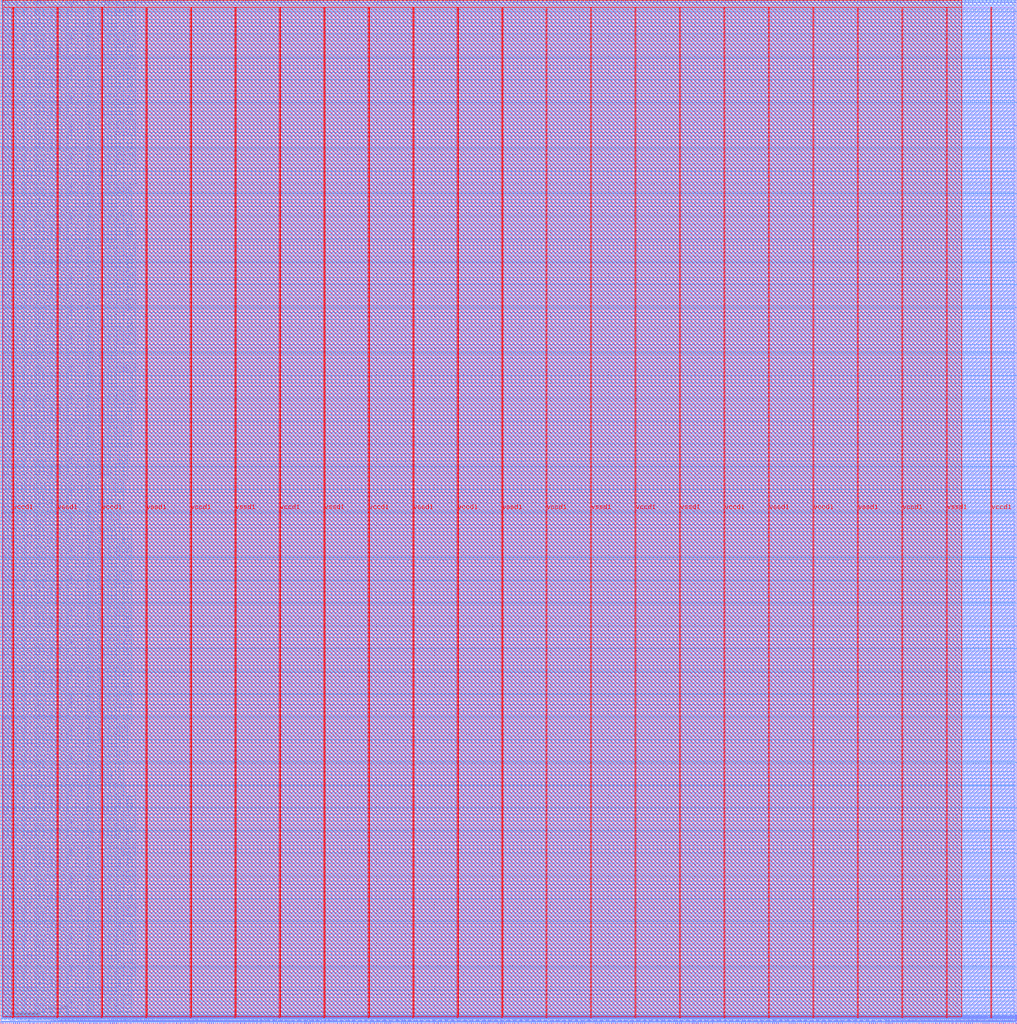
<source format=lef>
VERSION 5.7 ;
  NOWIREEXTENSIONATPIN ON ;
  DIVIDERCHAR "/" ;
  BUSBITCHARS "[]" ;
MACRO Marmot
  CLASS BLOCK ;
  FOREIGN Marmot ;
  ORIGIN 0.000 0.000 ;
  SIZE 1756.380 BY 1767.100 ;
  PIN data_arrays_0_0_ext_ram_addr1[0]
    DIRECTION OUTPUT TRISTATE ;
    USE SIGNAL ;
    PORT
      LAYER met3 ;
        RECT 0.000 935.040 4.000 935.640 ;
    END
  END data_arrays_0_0_ext_ram_addr1[0]
  PIN data_arrays_0_0_ext_ram_addr1[1]
    DIRECTION OUTPUT TRISTATE ;
    USE SIGNAL ;
    PORT
      LAYER met3 ;
        RECT 0.000 941.160 4.000 941.760 ;
    END
  END data_arrays_0_0_ext_ram_addr1[1]
  PIN data_arrays_0_0_ext_ram_addr1[2]
    DIRECTION OUTPUT TRISTATE ;
    USE SIGNAL ;
    PORT
      LAYER met3 ;
        RECT 0.000 947.280 4.000 947.880 ;
    END
  END data_arrays_0_0_ext_ram_addr1[2]
  PIN data_arrays_0_0_ext_ram_addr1[3]
    DIRECTION OUTPUT TRISTATE ;
    USE SIGNAL ;
    PORT
      LAYER met3 ;
        RECT 0.000 953.400 4.000 954.000 ;
    END
  END data_arrays_0_0_ext_ram_addr1[3]
  PIN data_arrays_0_0_ext_ram_addr1[4]
    DIRECTION OUTPUT TRISTATE ;
    USE SIGNAL ;
    PORT
      LAYER met3 ;
        RECT 0.000 959.520 4.000 960.120 ;
    END
  END data_arrays_0_0_ext_ram_addr1[4]
  PIN data_arrays_0_0_ext_ram_addr1[5]
    DIRECTION OUTPUT TRISTATE ;
    USE SIGNAL ;
    PORT
      LAYER met3 ;
        RECT 0.000 965.640 4.000 966.240 ;
    END
  END data_arrays_0_0_ext_ram_addr1[5]
  PIN data_arrays_0_0_ext_ram_addr1[6]
    DIRECTION OUTPUT TRISTATE ;
    USE SIGNAL ;
    PORT
      LAYER met3 ;
        RECT 0.000 971.080 4.000 971.680 ;
    END
  END data_arrays_0_0_ext_ram_addr1[6]
  PIN data_arrays_0_0_ext_ram_addr1[7]
    DIRECTION OUTPUT TRISTATE ;
    USE SIGNAL ;
    PORT
      LAYER met3 ;
        RECT 0.000 977.200 4.000 977.800 ;
    END
  END data_arrays_0_0_ext_ram_addr1[7]
  PIN data_arrays_0_0_ext_ram_addr1[8]
    DIRECTION OUTPUT TRISTATE ;
    USE SIGNAL ;
    PORT
      LAYER met3 ;
        RECT 0.000 983.320 4.000 983.920 ;
    END
  END data_arrays_0_0_ext_ram_addr1[8]
  PIN data_arrays_0_0_ext_ram_addr[0]
    DIRECTION OUTPUT TRISTATE ;
    USE SIGNAL ;
    PORT
      LAYER met3 ;
        RECT 0.000 392.400 4.000 393.000 ;
    END
  END data_arrays_0_0_ext_ram_addr[0]
  PIN data_arrays_0_0_ext_ram_addr[1]
    DIRECTION OUTPUT TRISTATE ;
    USE SIGNAL ;
    PORT
      LAYER met3 ;
        RECT 0.000 398.520 4.000 399.120 ;
    END
  END data_arrays_0_0_ext_ram_addr[1]
  PIN data_arrays_0_0_ext_ram_addr[2]
    DIRECTION OUTPUT TRISTATE ;
    USE SIGNAL ;
    PORT
      LAYER met3 ;
        RECT 0.000 404.640 4.000 405.240 ;
    END
  END data_arrays_0_0_ext_ram_addr[2]
  PIN data_arrays_0_0_ext_ram_addr[3]
    DIRECTION OUTPUT TRISTATE ;
    USE SIGNAL ;
    PORT
      LAYER met3 ;
        RECT 0.000 410.760 4.000 411.360 ;
    END
  END data_arrays_0_0_ext_ram_addr[3]
  PIN data_arrays_0_0_ext_ram_addr[4]
    DIRECTION OUTPUT TRISTATE ;
    USE SIGNAL ;
    PORT
      LAYER met3 ;
        RECT 0.000 416.880 4.000 417.480 ;
    END
  END data_arrays_0_0_ext_ram_addr[4]
  PIN data_arrays_0_0_ext_ram_addr[5]
    DIRECTION OUTPUT TRISTATE ;
    USE SIGNAL ;
    PORT
      LAYER met3 ;
        RECT 0.000 423.000 4.000 423.600 ;
    END
  END data_arrays_0_0_ext_ram_addr[5]
  PIN data_arrays_0_0_ext_ram_addr[6]
    DIRECTION OUTPUT TRISTATE ;
    USE SIGNAL ;
    PORT
      LAYER met3 ;
        RECT 0.000 429.120 4.000 429.720 ;
    END
  END data_arrays_0_0_ext_ram_addr[6]
  PIN data_arrays_0_0_ext_ram_addr[7]
    DIRECTION OUTPUT TRISTATE ;
    USE SIGNAL ;
    PORT
      LAYER met3 ;
        RECT 0.000 435.240 4.000 435.840 ;
    END
  END data_arrays_0_0_ext_ram_addr[7]
  PIN data_arrays_0_0_ext_ram_addr[8]
    DIRECTION OUTPUT TRISTATE ;
    USE SIGNAL ;
    PORT
      LAYER met3 ;
        RECT 0.000 441.360 4.000 441.960 ;
    END
  END data_arrays_0_0_ext_ram_addr[8]
  PIN data_arrays_0_0_ext_ram_clk
    DIRECTION OUTPUT TRISTATE ;
    USE SIGNAL ;
    PORT
      LAYER met3 ;
        RECT 0.000 447.480 4.000 448.080 ;
    END
  END data_arrays_0_0_ext_ram_clk
  PIN data_arrays_0_0_ext_ram_csb1[0]
    DIRECTION OUTPUT TRISTATE ;
    USE SIGNAL ;
    PORT
      LAYER met3 ;
        RECT 0.000 886.080 4.000 886.680 ;
    END
  END data_arrays_0_0_ext_ram_csb1[0]
  PIN data_arrays_0_0_ext_ram_csb1[1]
    DIRECTION OUTPUT TRISTATE ;
    USE SIGNAL ;
    PORT
      LAYER met3 ;
        RECT 0.000 892.200 4.000 892.800 ;
    END
  END data_arrays_0_0_ext_ram_csb1[1]
  PIN data_arrays_0_0_ext_ram_csb1[2]
    DIRECTION OUTPUT TRISTATE ;
    USE SIGNAL ;
    PORT
      LAYER met3 ;
        RECT 0.000 898.320 4.000 898.920 ;
    END
  END data_arrays_0_0_ext_ram_csb1[2]
  PIN data_arrays_0_0_ext_ram_csb1[3]
    DIRECTION OUTPUT TRISTATE ;
    USE SIGNAL ;
    PORT
      LAYER met3 ;
        RECT 0.000 904.440 4.000 905.040 ;
    END
  END data_arrays_0_0_ext_ram_csb1[3]
  PIN data_arrays_0_0_ext_ram_csb1[4]
    DIRECTION OUTPUT TRISTATE ;
    USE SIGNAL ;
    PORT
      LAYER met3 ;
        RECT 0.000 910.560 4.000 911.160 ;
    END
  END data_arrays_0_0_ext_ram_csb1[4]
  PIN data_arrays_0_0_ext_ram_csb1[5]
    DIRECTION OUTPUT TRISTATE ;
    USE SIGNAL ;
    PORT
      LAYER met3 ;
        RECT 0.000 916.680 4.000 917.280 ;
    END
  END data_arrays_0_0_ext_ram_csb1[5]
  PIN data_arrays_0_0_ext_ram_csb1[6]
    DIRECTION OUTPUT TRISTATE ;
    USE SIGNAL ;
    PORT
      LAYER met3 ;
        RECT 0.000 922.800 4.000 923.400 ;
    END
  END data_arrays_0_0_ext_ram_csb1[6]
  PIN data_arrays_0_0_ext_ram_csb1[7]
    DIRECTION OUTPUT TRISTATE ;
    USE SIGNAL ;
    PORT
      LAYER met3 ;
        RECT 0.000 928.920 4.000 929.520 ;
    END
  END data_arrays_0_0_ext_ram_csb1[7]
  PIN data_arrays_0_0_ext_ram_csb[0]
    DIRECTION OUTPUT TRISTATE ;
    USE SIGNAL ;
    PORT
      LAYER met3 ;
        RECT 0.000 855.480 4.000 856.080 ;
    END
  END data_arrays_0_0_ext_ram_csb[0]
  PIN data_arrays_0_0_ext_ram_csb[1]
    DIRECTION OUTPUT TRISTATE ;
    USE SIGNAL ;
    PORT
      LAYER met3 ;
        RECT 0.000 861.600 4.000 862.200 ;
    END
  END data_arrays_0_0_ext_ram_csb[1]
  PIN data_arrays_0_0_ext_ram_csb[2]
    DIRECTION OUTPUT TRISTATE ;
    USE SIGNAL ;
    PORT
      LAYER met3 ;
        RECT 0.000 867.720 4.000 868.320 ;
    END
  END data_arrays_0_0_ext_ram_csb[2]
  PIN data_arrays_0_0_ext_ram_csb[3]
    DIRECTION OUTPUT TRISTATE ;
    USE SIGNAL ;
    PORT
      LAYER met3 ;
        RECT 0.000 873.840 4.000 874.440 ;
    END
  END data_arrays_0_0_ext_ram_csb[3]
  PIN data_arrays_0_0_ext_ram_rdata0[0]
    DIRECTION INPUT ;
    USE SIGNAL ;
    PORT
      LAYER met3 ;
        RECT 0.000 2.760 4.000 3.360 ;
    END
  END data_arrays_0_0_ext_ram_rdata0[0]
  PIN data_arrays_0_0_ext_ram_rdata0[10]
    DIRECTION INPUT ;
    USE SIGNAL ;
    PORT
      LAYER met3 ;
        RECT 0.000 63.280 4.000 63.880 ;
    END
  END data_arrays_0_0_ext_ram_rdata0[10]
  PIN data_arrays_0_0_ext_ram_rdata0[11]
    DIRECTION INPUT ;
    USE SIGNAL ;
    PORT
      LAYER met3 ;
        RECT 0.000 69.400 4.000 70.000 ;
    END
  END data_arrays_0_0_ext_ram_rdata0[11]
  PIN data_arrays_0_0_ext_ram_rdata0[12]
    DIRECTION INPUT ;
    USE SIGNAL ;
    PORT
      LAYER met3 ;
        RECT 0.000 75.520 4.000 76.120 ;
    END
  END data_arrays_0_0_ext_ram_rdata0[12]
  PIN data_arrays_0_0_ext_ram_rdata0[13]
    DIRECTION INPUT ;
    USE SIGNAL ;
    PORT
      LAYER met3 ;
        RECT 0.000 81.640 4.000 82.240 ;
    END
  END data_arrays_0_0_ext_ram_rdata0[13]
  PIN data_arrays_0_0_ext_ram_rdata0[14]
    DIRECTION INPUT ;
    USE SIGNAL ;
    PORT
      LAYER met3 ;
        RECT 0.000 87.760 4.000 88.360 ;
    END
  END data_arrays_0_0_ext_ram_rdata0[14]
  PIN data_arrays_0_0_ext_ram_rdata0[15]
    DIRECTION INPUT ;
    USE SIGNAL ;
    PORT
      LAYER met3 ;
        RECT 0.000 93.880 4.000 94.480 ;
    END
  END data_arrays_0_0_ext_ram_rdata0[15]
  PIN data_arrays_0_0_ext_ram_rdata0[16]
    DIRECTION INPUT ;
    USE SIGNAL ;
    PORT
      LAYER met3 ;
        RECT 0.000 100.000 4.000 100.600 ;
    END
  END data_arrays_0_0_ext_ram_rdata0[16]
  PIN data_arrays_0_0_ext_ram_rdata0[17]
    DIRECTION INPUT ;
    USE SIGNAL ;
    PORT
      LAYER met3 ;
        RECT 0.000 106.120 4.000 106.720 ;
    END
  END data_arrays_0_0_ext_ram_rdata0[17]
  PIN data_arrays_0_0_ext_ram_rdata0[18]
    DIRECTION INPUT ;
    USE SIGNAL ;
    PORT
      LAYER met3 ;
        RECT 0.000 112.240 4.000 112.840 ;
    END
  END data_arrays_0_0_ext_ram_rdata0[18]
  PIN data_arrays_0_0_ext_ram_rdata0[19]
    DIRECTION INPUT ;
    USE SIGNAL ;
    PORT
      LAYER met3 ;
        RECT 0.000 118.360 4.000 118.960 ;
    END
  END data_arrays_0_0_ext_ram_rdata0[19]
  PIN data_arrays_0_0_ext_ram_rdata0[1]
    DIRECTION INPUT ;
    USE SIGNAL ;
    PORT
      LAYER met3 ;
        RECT 0.000 8.200 4.000 8.800 ;
    END
  END data_arrays_0_0_ext_ram_rdata0[1]
  PIN data_arrays_0_0_ext_ram_rdata0[20]
    DIRECTION INPUT ;
    USE SIGNAL ;
    PORT
      LAYER met3 ;
        RECT 0.000 124.480 4.000 125.080 ;
    END
  END data_arrays_0_0_ext_ram_rdata0[20]
  PIN data_arrays_0_0_ext_ram_rdata0[21]
    DIRECTION INPUT ;
    USE SIGNAL ;
    PORT
      LAYER met3 ;
        RECT 0.000 130.600 4.000 131.200 ;
    END
  END data_arrays_0_0_ext_ram_rdata0[21]
  PIN data_arrays_0_0_ext_ram_rdata0[22]
    DIRECTION INPUT ;
    USE SIGNAL ;
    PORT
      LAYER met3 ;
        RECT 0.000 136.720 4.000 137.320 ;
    END
  END data_arrays_0_0_ext_ram_rdata0[22]
  PIN data_arrays_0_0_ext_ram_rdata0[23]
    DIRECTION INPUT ;
    USE SIGNAL ;
    PORT
      LAYER met3 ;
        RECT 0.000 142.840 4.000 143.440 ;
    END
  END data_arrays_0_0_ext_ram_rdata0[23]
  PIN data_arrays_0_0_ext_ram_rdata0[24]
    DIRECTION INPUT ;
    USE SIGNAL ;
    PORT
      LAYER met3 ;
        RECT 0.000 148.960 4.000 149.560 ;
    END
  END data_arrays_0_0_ext_ram_rdata0[24]
  PIN data_arrays_0_0_ext_ram_rdata0[25]
    DIRECTION INPUT ;
    USE SIGNAL ;
    PORT
      LAYER met3 ;
        RECT 0.000 155.080 4.000 155.680 ;
    END
  END data_arrays_0_0_ext_ram_rdata0[25]
  PIN data_arrays_0_0_ext_ram_rdata0[26]
    DIRECTION INPUT ;
    USE SIGNAL ;
    PORT
      LAYER met3 ;
        RECT 0.000 161.200 4.000 161.800 ;
    END
  END data_arrays_0_0_ext_ram_rdata0[26]
  PIN data_arrays_0_0_ext_ram_rdata0[27]
    DIRECTION INPUT ;
    USE SIGNAL ;
    PORT
      LAYER met3 ;
        RECT 0.000 166.640 4.000 167.240 ;
    END
  END data_arrays_0_0_ext_ram_rdata0[27]
  PIN data_arrays_0_0_ext_ram_rdata0[28]
    DIRECTION INPUT ;
    USE SIGNAL ;
    PORT
      LAYER met3 ;
        RECT 0.000 172.760 4.000 173.360 ;
    END
  END data_arrays_0_0_ext_ram_rdata0[28]
  PIN data_arrays_0_0_ext_ram_rdata0[29]
    DIRECTION INPUT ;
    USE SIGNAL ;
    PORT
      LAYER met3 ;
        RECT 0.000 178.880 4.000 179.480 ;
    END
  END data_arrays_0_0_ext_ram_rdata0[29]
  PIN data_arrays_0_0_ext_ram_rdata0[2]
    DIRECTION INPUT ;
    USE SIGNAL ;
    PORT
      LAYER met3 ;
        RECT 0.000 14.320 4.000 14.920 ;
    END
  END data_arrays_0_0_ext_ram_rdata0[2]
  PIN data_arrays_0_0_ext_ram_rdata0[30]
    DIRECTION INPUT ;
    USE SIGNAL ;
    PORT
      LAYER met3 ;
        RECT 0.000 185.000 4.000 185.600 ;
    END
  END data_arrays_0_0_ext_ram_rdata0[30]
  PIN data_arrays_0_0_ext_ram_rdata0[31]
    DIRECTION INPUT ;
    USE SIGNAL ;
    PORT
      LAYER met3 ;
        RECT 0.000 191.120 4.000 191.720 ;
    END
  END data_arrays_0_0_ext_ram_rdata0[31]
  PIN data_arrays_0_0_ext_ram_rdata0[32]
    DIRECTION INPUT ;
    USE SIGNAL ;
    PORT
      LAYER met3 ;
        RECT 0.000 197.240 4.000 197.840 ;
    END
  END data_arrays_0_0_ext_ram_rdata0[32]
  PIN data_arrays_0_0_ext_ram_rdata0[33]
    DIRECTION INPUT ;
    USE SIGNAL ;
    PORT
      LAYER met3 ;
        RECT 0.000 203.360 4.000 203.960 ;
    END
  END data_arrays_0_0_ext_ram_rdata0[33]
  PIN data_arrays_0_0_ext_ram_rdata0[34]
    DIRECTION INPUT ;
    USE SIGNAL ;
    PORT
      LAYER met3 ;
        RECT 0.000 209.480 4.000 210.080 ;
    END
  END data_arrays_0_0_ext_ram_rdata0[34]
  PIN data_arrays_0_0_ext_ram_rdata0[35]
    DIRECTION INPUT ;
    USE SIGNAL ;
    PORT
      LAYER met3 ;
        RECT 0.000 215.600 4.000 216.200 ;
    END
  END data_arrays_0_0_ext_ram_rdata0[35]
  PIN data_arrays_0_0_ext_ram_rdata0[36]
    DIRECTION INPUT ;
    USE SIGNAL ;
    PORT
      LAYER met3 ;
        RECT 0.000 221.720 4.000 222.320 ;
    END
  END data_arrays_0_0_ext_ram_rdata0[36]
  PIN data_arrays_0_0_ext_ram_rdata0[37]
    DIRECTION INPUT ;
    USE SIGNAL ;
    PORT
      LAYER met3 ;
        RECT 0.000 227.840 4.000 228.440 ;
    END
  END data_arrays_0_0_ext_ram_rdata0[37]
  PIN data_arrays_0_0_ext_ram_rdata0[38]
    DIRECTION INPUT ;
    USE SIGNAL ;
    PORT
      LAYER met3 ;
        RECT 0.000 233.960 4.000 234.560 ;
    END
  END data_arrays_0_0_ext_ram_rdata0[38]
  PIN data_arrays_0_0_ext_ram_rdata0[39]
    DIRECTION INPUT ;
    USE SIGNAL ;
    PORT
      LAYER met3 ;
        RECT 0.000 240.080 4.000 240.680 ;
    END
  END data_arrays_0_0_ext_ram_rdata0[39]
  PIN data_arrays_0_0_ext_ram_rdata0[3]
    DIRECTION INPUT ;
    USE SIGNAL ;
    PORT
      LAYER met3 ;
        RECT 0.000 20.440 4.000 21.040 ;
    END
  END data_arrays_0_0_ext_ram_rdata0[3]
  PIN data_arrays_0_0_ext_ram_rdata0[40]
    DIRECTION INPUT ;
    USE SIGNAL ;
    PORT
      LAYER met3 ;
        RECT 0.000 246.200 4.000 246.800 ;
    END
  END data_arrays_0_0_ext_ram_rdata0[40]
  PIN data_arrays_0_0_ext_ram_rdata0[41]
    DIRECTION INPUT ;
    USE SIGNAL ;
    PORT
      LAYER met3 ;
        RECT 0.000 252.320 4.000 252.920 ;
    END
  END data_arrays_0_0_ext_ram_rdata0[41]
  PIN data_arrays_0_0_ext_ram_rdata0[42]
    DIRECTION INPUT ;
    USE SIGNAL ;
    PORT
      LAYER met3 ;
        RECT 0.000 258.440 4.000 259.040 ;
    END
  END data_arrays_0_0_ext_ram_rdata0[42]
  PIN data_arrays_0_0_ext_ram_rdata0[43]
    DIRECTION INPUT ;
    USE SIGNAL ;
    PORT
      LAYER met3 ;
        RECT 0.000 264.560 4.000 265.160 ;
    END
  END data_arrays_0_0_ext_ram_rdata0[43]
  PIN data_arrays_0_0_ext_ram_rdata0[44]
    DIRECTION INPUT ;
    USE SIGNAL ;
    PORT
      LAYER met3 ;
        RECT 0.000 270.680 4.000 271.280 ;
    END
  END data_arrays_0_0_ext_ram_rdata0[44]
  PIN data_arrays_0_0_ext_ram_rdata0[45]
    DIRECTION INPUT ;
    USE SIGNAL ;
    PORT
      LAYER met3 ;
        RECT 0.000 276.800 4.000 277.400 ;
    END
  END data_arrays_0_0_ext_ram_rdata0[45]
  PIN data_arrays_0_0_ext_ram_rdata0[46]
    DIRECTION INPUT ;
    USE SIGNAL ;
    PORT
      LAYER met3 ;
        RECT 0.000 282.920 4.000 283.520 ;
    END
  END data_arrays_0_0_ext_ram_rdata0[46]
  PIN data_arrays_0_0_ext_ram_rdata0[47]
    DIRECTION INPUT ;
    USE SIGNAL ;
    PORT
      LAYER met3 ;
        RECT 0.000 289.040 4.000 289.640 ;
    END
  END data_arrays_0_0_ext_ram_rdata0[47]
  PIN data_arrays_0_0_ext_ram_rdata0[48]
    DIRECTION INPUT ;
    USE SIGNAL ;
    PORT
      LAYER met3 ;
        RECT 0.000 295.160 4.000 295.760 ;
    END
  END data_arrays_0_0_ext_ram_rdata0[48]
  PIN data_arrays_0_0_ext_ram_rdata0[49]
    DIRECTION INPUT ;
    USE SIGNAL ;
    PORT
      LAYER met3 ;
        RECT 0.000 301.280 4.000 301.880 ;
    END
  END data_arrays_0_0_ext_ram_rdata0[49]
  PIN data_arrays_0_0_ext_ram_rdata0[4]
    DIRECTION INPUT ;
    USE SIGNAL ;
    PORT
      LAYER met3 ;
        RECT 0.000 26.560 4.000 27.160 ;
    END
  END data_arrays_0_0_ext_ram_rdata0[4]
  PIN data_arrays_0_0_ext_ram_rdata0[50]
    DIRECTION INPUT ;
    USE SIGNAL ;
    PORT
      LAYER met3 ;
        RECT 0.000 307.400 4.000 308.000 ;
    END
  END data_arrays_0_0_ext_ram_rdata0[50]
  PIN data_arrays_0_0_ext_ram_rdata0[51]
    DIRECTION INPUT ;
    USE SIGNAL ;
    PORT
      LAYER met3 ;
        RECT 0.000 313.520 4.000 314.120 ;
    END
  END data_arrays_0_0_ext_ram_rdata0[51]
  PIN data_arrays_0_0_ext_ram_rdata0[52]
    DIRECTION INPUT ;
    USE SIGNAL ;
    PORT
      LAYER met3 ;
        RECT 0.000 319.640 4.000 320.240 ;
    END
  END data_arrays_0_0_ext_ram_rdata0[52]
  PIN data_arrays_0_0_ext_ram_rdata0[53]
    DIRECTION INPUT ;
    USE SIGNAL ;
    PORT
      LAYER met3 ;
        RECT 0.000 325.080 4.000 325.680 ;
    END
  END data_arrays_0_0_ext_ram_rdata0[53]
  PIN data_arrays_0_0_ext_ram_rdata0[54]
    DIRECTION INPUT ;
    USE SIGNAL ;
    PORT
      LAYER met3 ;
        RECT 0.000 331.200 4.000 331.800 ;
    END
  END data_arrays_0_0_ext_ram_rdata0[54]
  PIN data_arrays_0_0_ext_ram_rdata0[55]
    DIRECTION INPUT ;
    USE SIGNAL ;
    PORT
      LAYER met3 ;
        RECT 0.000 337.320 4.000 337.920 ;
    END
  END data_arrays_0_0_ext_ram_rdata0[55]
  PIN data_arrays_0_0_ext_ram_rdata0[56]
    DIRECTION INPUT ;
    USE SIGNAL ;
    PORT
      LAYER met3 ;
        RECT 0.000 343.440 4.000 344.040 ;
    END
  END data_arrays_0_0_ext_ram_rdata0[56]
  PIN data_arrays_0_0_ext_ram_rdata0[57]
    DIRECTION INPUT ;
    USE SIGNAL ;
    PORT
      LAYER met3 ;
        RECT 0.000 349.560 4.000 350.160 ;
    END
  END data_arrays_0_0_ext_ram_rdata0[57]
  PIN data_arrays_0_0_ext_ram_rdata0[58]
    DIRECTION INPUT ;
    USE SIGNAL ;
    PORT
      LAYER met3 ;
        RECT 0.000 355.680 4.000 356.280 ;
    END
  END data_arrays_0_0_ext_ram_rdata0[58]
  PIN data_arrays_0_0_ext_ram_rdata0[59]
    DIRECTION INPUT ;
    USE SIGNAL ;
    PORT
      LAYER met3 ;
        RECT 0.000 361.800 4.000 362.400 ;
    END
  END data_arrays_0_0_ext_ram_rdata0[59]
  PIN data_arrays_0_0_ext_ram_rdata0[5]
    DIRECTION INPUT ;
    USE SIGNAL ;
    PORT
      LAYER met3 ;
        RECT 0.000 32.680 4.000 33.280 ;
    END
  END data_arrays_0_0_ext_ram_rdata0[5]
  PIN data_arrays_0_0_ext_ram_rdata0[60]
    DIRECTION INPUT ;
    USE SIGNAL ;
    PORT
      LAYER met3 ;
        RECT 0.000 367.920 4.000 368.520 ;
    END
  END data_arrays_0_0_ext_ram_rdata0[60]
  PIN data_arrays_0_0_ext_ram_rdata0[61]
    DIRECTION INPUT ;
    USE SIGNAL ;
    PORT
      LAYER met3 ;
        RECT 0.000 374.040 4.000 374.640 ;
    END
  END data_arrays_0_0_ext_ram_rdata0[61]
  PIN data_arrays_0_0_ext_ram_rdata0[62]
    DIRECTION INPUT ;
    USE SIGNAL ;
    PORT
      LAYER met3 ;
        RECT 0.000 380.160 4.000 380.760 ;
    END
  END data_arrays_0_0_ext_ram_rdata0[62]
  PIN data_arrays_0_0_ext_ram_rdata0[63]
    DIRECTION INPUT ;
    USE SIGNAL ;
    PORT
      LAYER met3 ;
        RECT 0.000 386.280 4.000 386.880 ;
    END
  END data_arrays_0_0_ext_ram_rdata0[63]
  PIN data_arrays_0_0_ext_ram_rdata0[6]
    DIRECTION INPUT ;
    USE SIGNAL ;
    PORT
      LAYER met3 ;
        RECT 0.000 38.800 4.000 39.400 ;
    END
  END data_arrays_0_0_ext_ram_rdata0[6]
  PIN data_arrays_0_0_ext_ram_rdata0[7]
    DIRECTION INPUT ;
    USE SIGNAL ;
    PORT
      LAYER met3 ;
        RECT 0.000 44.920 4.000 45.520 ;
    END
  END data_arrays_0_0_ext_ram_rdata0[7]
  PIN data_arrays_0_0_ext_ram_rdata0[8]
    DIRECTION INPUT ;
    USE SIGNAL ;
    PORT
      LAYER met3 ;
        RECT 0.000 51.040 4.000 51.640 ;
    END
  END data_arrays_0_0_ext_ram_rdata0[8]
  PIN data_arrays_0_0_ext_ram_rdata0[9]
    DIRECTION INPUT ;
    USE SIGNAL ;
    PORT
      LAYER met3 ;
        RECT 0.000 57.160 4.000 57.760 ;
    END
  END data_arrays_0_0_ext_ram_rdata0[9]
  PIN data_arrays_0_0_ext_ram_rdata1[0]
    DIRECTION INPUT ;
    USE SIGNAL ;
    PORT
      LAYER met3 ;
        RECT 0.000 989.440 4.000 990.040 ;
    END
  END data_arrays_0_0_ext_ram_rdata1[0]
  PIN data_arrays_0_0_ext_ram_rdata1[10]
    DIRECTION INPUT ;
    USE SIGNAL ;
    PORT
      LAYER met3 ;
        RECT 0.000 1050.640 4.000 1051.240 ;
    END
  END data_arrays_0_0_ext_ram_rdata1[10]
  PIN data_arrays_0_0_ext_ram_rdata1[11]
    DIRECTION INPUT ;
    USE SIGNAL ;
    PORT
      LAYER met3 ;
        RECT 0.000 1056.760 4.000 1057.360 ;
    END
  END data_arrays_0_0_ext_ram_rdata1[11]
  PIN data_arrays_0_0_ext_ram_rdata1[12]
    DIRECTION INPUT ;
    USE SIGNAL ;
    PORT
      LAYER met3 ;
        RECT 0.000 1062.880 4.000 1063.480 ;
    END
  END data_arrays_0_0_ext_ram_rdata1[12]
  PIN data_arrays_0_0_ext_ram_rdata1[13]
    DIRECTION INPUT ;
    USE SIGNAL ;
    PORT
      LAYER met3 ;
        RECT 0.000 1069.000 4.000 1069.600 ;
    END
  END data_arrays_0_0_ext_ram_rdata1[13]
  PIN data_arrays_0_0_ext_ram_rdata1[14]
    DIRECTION INPUT ;
    USE SIGNAL ;
    PORT
      LAYER met3 ;
        RECT 0.000 1075.120 4.000 1075.720 ;
    END
  END data_arrays_0_0_ext_ram_rdata1[14]
  PIN data_arrays_0_0_ext_ram_rdata1[15]
    DIRECTION INPUT ;
    USE SIGNAL ;
    PORT
      LAYER met3 ;
        RECT 0.000 1081.240 4.000 1081.840 ;
    END
  END data_arrays_0_0_ext_ram_rdata1[15]
  PIN data_arrays_0_0_ext_ram_rdata1[16]
    DIRECTION INPUT ;
    USE SIGNAL ;
    PORT
      LAYER met3 ;
        RECT 0.000 1087.360 4.000 1087.960 ;
    END
  END data_arrays_0_0_ext_ram_rdata1[16]
  PIN data_arrays_0_0_ext_ram_rdata1[17]
    DIRECTION INPUT ;
    USE SIGNAL ;
    PORT
      LAYER met3 ;
        RECT 0.000 1093.480 4.000 1094.080 ;
    END
  END data_arrays_0_0_ext_ram_rdata1[17]
  PIN data_arrays_0_0_ext_ram_rdata1[18]
    DIRECTION INPUT ;
    USE SIGNAL ;
    PORT
      LAYER met3 ;
        RECT 0.000 1099.600 4.000 1100.200 ;
    END
  END data_arrays_0_0_ext_ram_rdata1[18]
  PIN data_arrays_0_0_ext_ram_rdata1[19]
    DIRECTION INPUT ;
    USE SIGNAL ;
    PORT
      LAYER met3 ;
        RECT 0.000 1105.720 4.000 1106.320 ;
    END
  END data_arrays_0_0_ext_ram_rdata1[19]
  PIN data_arrays_0_0_ext_ram_rdata1[1]
    DIRECTION INPUT ;
    USE SIGNAL ;
    PORT
      LAYER met3 ;
        RECT 0.000 995.560 4.000 996.160 ;
    END
  END data_arrays_0_0_ext_ram_rdata1[1]
  PIN data_arrays_0_0_ext_ram_rdata1[20]
    DIRECTION INPUT ;
    USE SIGNAL ;
    PORT
      LAYER met3 ;
        RECT 0.000 1111.840 4.000 1112.440 ;
    END
  END data_arrays_0_0_ext_ram_rdata1[20]
  PIN data_arrays_0_0_ext_ram_rdata1[21]
    DIRECTION INPUT ;
    USE SIGNAL ;
    PORT
      LAYER met3 ;
        RECT 0.000 1117.960 4.000 1118.560 ;
    END
  END data_arrays_0_0_ext_ram_rdata1[21]
  PIN data_arrays_0_0_ext_ram_rdata1[22]
    DIRECTION INPUT ;
    USE SIGNAL ;
    PORT
      LAYER met3 ;
        RECT 0.000 1124.080 4.000 1124.680 ;
    END
  END data_arrays_0_0_ext_ram_rdata1[22]
  PIN data_arrays_0_0_ext_ram_rdata1[23]
    DIRECTION INPUT ;
    USE SIGNAL ;
    PORT
      LAYER met3 ;
        RECT 0.000 1129.520 4.000 1130.120 ;
    END
  END data_arrays_0_0_ext_ram_rdata1[23]
  PIN data_arrays_0_0_ext_ram_rdata1[24]
    DIRECTION INPUT ;
    USE SIGNAL ;
    PORT
      LAYER met3 ;
        RECT 0.000 1135.640 4.000 1136.240 ;
    END
  END data_arrays_0_0_ext_ram_rdata1[24]
  PIN data_arrays_0_0_ext_ram_rdata1[25]
    DIRECTION INPUT ;
    USE SIGNAL ;
    PORT
      LAYER met3 ;
        RECT 0.000 1141.760 4.000 1142.360 ;
    END
  END data_arrays_0_0_ext_ram_rdata1[25]
  PIN data_arrays_0_0_ext_ram_rdata1[26]
    DIRECTION INPUT ;
    USE SIGNAL ;
    PORT
      LAYER met3 ;
        RECT 0.000 1147.880 4.000 1148.480 ;
    END
  END data_arrays_0_0_ext_ram_rdata1[26]
  PIN data_arrays_0_0_ext_ram_rdata1[27]
    DIRECTION INPUT ;
    USE SIGNAL ;
    PORT
      LAYER met3 ;
        RECT 0.000 1154.000 4.000 1154.600 ;
    END
  END data_arrays_0_0_ext_ram_rdata1[27]
  PIN data_arrays_0_0_ext_ram_rdata1[28]
    DIRECTION INPUT ;
    USE SIGNAL ;
    PORT
      LAYER met3 ;
        RECT 0.000 1160.120 4.000 1160.720 ;
    END
  END data_arrays_0_0_ext_ram_rdata1[28]
  PIN data_arrays_0_0_ext_ram_rdata1[29]
    DIRECTION INPUT ;
    USE SIGNAL ;
    PORT
      LAYER met3 ;
        RECT 0.000 1166.240 4.000 1166.840 ;
    END
  END data_arrays_0_0_ext_ram_rdata1[29]
  PIN data_arrays_0_0_ext_ram_rdata1[2]
    DIRECTION INPUT ;
    USE SIGNAL ;
    PORT
      LAYER met3 ;
        RECT 0.000 1001.680 4.000 1002.280 ;
    END
  END data_arrays_0_0_ext_ram_rdata1[2]
  PIN data_arrays_0_0_ext_ram_rdata1[30]
    DIRECTION INPUT ;
    USE SIGNAL ;
    PORT
      LAYER met3 ;
        RECT 0.000 1172.360 4.000 1172.960 ;
    END
  END data_arrays_0_0_ext_ram_rdata1[30]
  PIN data_arrays_0_0_ext_ram_rdata1[31]
    DIRECTION INPUT ;
    USE SIGNAL ;
    PORT
      LAYER met3 ;
        RECT 0.000 1178.480 4.000 1179.080 ;
    END
  END data_arrays_0_0_ext_ram_rdata1[31]
  PIN data_arrays_0_0_ext_ram_rdata1[32]
    DIRECTION INPUT ;
    USE SIGNAL ;
    PORT
      LAYER met3 ;
        RECT 0.000 1184.600 4.000 1185.200 ;
    END
  END data_arrays_0_0_ext_ram_rdata1[32]
  PIN data_arrays_0_0_ext_ram_rdata1[33]
    DIRECTION INPUT ;
    USE SIGNAL ;
    PORT
      LAYER met3 ;
        RECT 0.000 1190.720 4.000 1191.320 ;
    END
  END data_arrays_0_0_ext_ram_rdata1[33]
  PIN data_arrays_0_0_ext_ram_rdata1[34]
    DIRECTION INPUT ;
    USE SIGNAL ;
    PORT
      LAYER met3 ;
        RECT 0.000 1196.840 4.000 1197.440 ;
    END
  END data_arrays_0_0_ext_ram_rdata1[34]
  PIN data_arrays_0_0_ext_ram_rdata1[35]
    DIRECTION INPUT ;
    USE SIGNAL ;
    PORT
      LAYER met3 ;
        RECT 0.000 1202.960 4.000 1203.560 ;
    END
  END data_arrays_0_0_ext_ram_rdata1[35]
  PIN data_arrays_0_0_ext_ram_rdata1[36]
    DIRECTION INPUT ;
    USE SIGNAL ;
    PORT
      LAYER met3 ;
        RECT 0.000 1209.080 4.000 1209.680 ;
    END
  END data_arrays_0_0_ext_ram_rdata1[36]
  PIN data_arrays_0_0_ext_ram_rdata1[37]
    DIRECTION INPUT ;
    USE SIGNAL ;
    PORT
      LAYER met3 ;
        RECT 0.000 1215.200 4.000 1215.800 ;
    END
  END data_arrays_0_0_ext_ram_rdata1[37]
  PIN data_arrays_0_0_ext_ram_rdata1[38]
    DIRECTION INPUT ;
    USE SIGNAL ;
    PORT
      LAYER met3 ;
        RECT 0.000 1221.320 4.000 1221.920 ;
    END
  END data_arrays_0_0_ext_ram_rdata1[38]
  PIN data_arrays_0_0_ext_ram_rdata1[39]
    DIRECTION INPUT ;
    USE SIGNAL ;
    PORT
      LAYER met3 ;
        RECT 0.000 1227.440 4.000 1228.040 ;
    END
  END data_arrays_0_0_ext_ram_rdata1[39]
  PIN data_arrays_0_0_ext_ram_rdata1[3]
    DIRECTION INPUT ;
    USE SIGNAL ;
    PORT
      LAYER met3 ;
        RECT 0.000 1007.800 4.000 1008.400 ;
    END
  END data_arrays_0_0_ext_ram_rdata1[3]
  PIN data_arrays_0_0_ext_ram_rdata1[40]
    DIRECTION INPUT ;
    USE SIGNAL ;
    PORT
      LAYER met3 ;
        RECT 0.000 1233.560 4.000 1234.160 ;
    END
  END data_arrays_0_0_ext_ram_rdata1[40]
  PIN data_arrays_0_0_ext_ram_rdata1[41]
    DIRECTION INPUT ;
    USE SIGNAL ;
    PORT
      LAYER met3 ;
        RECT 0.000 1239.680 4.000 1240.280 ;
    END
  END data_arrays_0_0_ext_ram_rdata1[41]
  PIN data_arrays_0_0_ext_ram_rdata1[42]
    DIRECTION INPUT ;
    USE SIGNAL ;
    PORT
      LAYER met3 ;
        RECT 0.000 1245.800 4.000 1246.400 ;
    END
  END data_arrays_0_0_ext_ram_rdata1[42]
  PIN data_arrays_0_0_ext_ram_rdata1[43]
    DIRECTION INPUT ;
    USE SIGNAL ;
    PORT
      LAYER met3 ;
        RECT 0.000 1251.920 4.000 1252.520 ;
    END
  END data_arrays_0_0_ext_ram_rdata1[43]
  PIN data_arrays_0_0_ext_ram_rdata1[44]
    DIRECTION INPUT ;
    USE SIGNAL ;
    PORT
      LAYER met3 ;
        RECT 0.000 1258.040 4.000 1258.640 ;
    END
  END data_arrays_0_0_ext_ram_rdata1[44]
  PIN data_arrays_0_0_ext_ram_rdata1[45]
    DIRECTION INPUT ;
    USE SIGNAL ;
    PORT
      LAYER met3 ;
        RECT 0.000 1264.160 4.000 1264.760 ;
    END
  END data_arrays_0_0_ext_ram_rdata1[45]
  PIN data_arrays_0_0_ext_ram_rdata1[46]
    DIRECTION INPUT ;
    USE SIGNAL ;
    PORT
      LAYER met3 ;
        RECT 0.000 1270.280 4.000 1270.880 ;
    END
  END data_arrays_0_0_ext_ram_rdata1[46]
  PIN data_arrays_0_0_ext_ram_rdata1[47]
    DIRECTION INPUT ;
    USE SIGNAL ;
    PORT
      LAYER met3 ;
        RECT 0.000 1276.400 4.000 1277.000 ;
    END
  END data_arrays_0_0_ext_ram_rdata1[47]
  PIN data_arrays_0_0_ext_ram_rdata1[48]
    DIRECTION INPUT ;
    USE SIGNAL ;
    PORT
      LAYER met3 ;
        RECT 0.000 1282.520 4.000 1283.120 ;
    END
  END data_arrays_0_0_ext_ram_rdata1[48]
  PIN data_arrays_0_0_ext_ram_rdata1[49]
    DIRECTION INPUT ;
    USE SIGNAL ;
    PORT
      LAYER met3 ;
        RECT 0.000 1287.960 4.000 1288.560 ;
    END
  END data_arrays_0_0_ext_ram_rdata1[49]
  PIN data_arrays_0_0_ext_ram_rdata1[4]
    DIRECTION INPUT ;
    USE SIGNAL ;
    PORT
      LAYER met3 ;
        RECT 0.000 1013.920 4.000 1014.520 ;
    END
  END data_arrays_0_0_ext_ram_rdata1[4]
  PIN data_arrays_0_0_ext_ram_rdata1[50]
    DIRECTION INPUT ;
    USE SIGNAL ;
    PORT
      LAYER met3 ;
        RECT 0.000 1294.080 4.000 1294.680 ;
    END
  END data_arrays_0_0_ext_ram_rdata1[50]
  PIN data_arrays_0_0_ext_ram_rdata1[51]
    DIRECTION INPUT ;
    USE SIGNAL ;
    PORT
      LAYER met3 ;
        RECT 0.000 1300.200 4.000 1300.800 ;
    END
  END data_arrays_0_0_ext_ram_rdata1[51]
  PIN data_arrays_0_0_ext_ram_rdata1[52]
    DIRECTION INPUT ;
    USE SIGNAL ;
    PORT
      LAYER met3 ;
        RECT 0.000 1306.320 4.000 1306.920 ;
    END
  END data_arrays_0_0_ext_ram_rdata1[52]
  PIN data_arrays_0_0_ext_ram_rdata1[53]
    DIRECTION INPUT ;
    USE SIGNAL ;
    PORT
      LAYER met3 ;
        RECT 0.000 1312.440 4.000 1313.040 ;
    END
  END data_arrays_0_0_ext_ram_rdata1[53]
  PIN data_arrays_0_0_ext_ram_rdata1[54]
    DIRECTION INPUT ;
    USE SIGNAL ;
    PORT
      LAYER met3 ;
        RECT 0.000 1318.560 4.000 1319.160 ;
    END
  END data_arrays_0_0_ext_ram_rdata1[54]
  PIN data_arrays_0_0_ext_ram_rdata1[55]
    DIRECTION INPUT ;
    USE SIGNAL ;
    PORT
      LAYER met3 ;
        RECT 0.000 1324.680 4.000 1325.280 ;
    END
  END data_arrays_0_0_ext_ram_rdata1[55]
  PIN data_arrays_0_0_ext_ram_rdata1[56]
    DIRECTION INPUT ;
    USE SIGNAL ;
    PORT
      LAYER met3 ;
        RECT 0.000 1330.800 4.000 1331.400 ;
    END
  END data_arrays_0_0_ext_ram_rdata1[56]
  PIN data_arrays_0_0_ext_ram_rdata1[57]
    DIRECTION INPUT ;
    USE SIGNAL ;
    PORT
      LAYER met3 ;
        RECT 0.000 1336.920 4.000 1337.520 ;
    END
  END data_arrays_0_0_ext_ram_rdata1[57]
  PIN data_arrays_0_0_ext_ram_rdata1[58]
    DIRECTION INPUT ;
    USE SIGNAL ;
    PORT
      LAYER met3 ;
        RECT 0.000 1343.040 4.000 1343.640 ;
    END
  END data_arrays_0_0_ext_ram_rdata1[58]
  PIN data_arrays_0_0_ext_ram_rdata1[59]
    DIRECTION INPUT ;
    USE SIGNAL ;
    PORT
      LAYER met3 ;
        RECT 0.000 1349.160 4.000 1349.760 ;
    END
  END data_arrays_0_0_ext_ram_rdata1[59]
  PIN data_arrays_0_0_ext_ram_rdata1[5]
    DIRECTION INPUT ;
    USE SIGNAL ;
    PORT
      LAYER met3 ;
        RECT 0.000 1020.040 4.000 1020.640 ;
    END
  END data_arrays_0_0_ext_ram_rdata1[5]
  PIN data_arrays_0_0_ext_ram_rdata1[60]
    DIRECTION INPUT ;
    USE SIGNAL ;
    PORT
      LAYER met3 ;
        RECT 0.000 1355.280 4.000 1355.880 ;
    END
  END data_arrays_0_0_ext_ram_rdata1[60]
  PIN data_arrays_0_0_ext_ram_rdata1[61]
    DIRECTION INPUT ;
    USE SIGNAL ;
    PORT
      LAYER met3 ;
        RECT 0.000 1361.400 4.000 1362.000 ;
    END
  END data_arrays_0_0_ext_ram_rdata1[61]
  PIN data_arrays_0_0_ext_ram_rdata1[62]
    DIRECTION INPUT ;
    USE SIGNAL ;
    PORT
      LAYER met3 ;
        RECT 0.000 1367.520 4.000 1368.120 ;
    END
  END data_arrays_0_0_ext_ram_rdata1[62]
  PIN data_arrays_0_0_ext_ram_rdata1[63]
    DIRECTION INPUT ;
    USE SIGNAL ;
    PORT
      LAYER met3 ;
        RECT 0.000 1373.640 4.000 1374.240 ;
    END
  END data_arrays_0_0_ext_ram_rdata1[63]
  PIN data_arrays_0_0_ext_ram_rdata1[6]
    DIRECTION INPUT ;
    USE SIGNAL ;
    PORT
      LAYER met3 ;
        RECT 0.000 1026.160 4.000 1026.760 ;
    END
  END data_arrays_0_0_ext_ram_rdata1[6]
  PIN data_arrays_0_0_ext_ram_rdata1[7]
    DIRECTION INPUT ;
    USE SIGNAL ;
    PORT
      LAYER met3 ;
        RECT 0.000 1032.280 4.000 1032.880 ;
    END
  END data_arrays_0_0_ext_ram_rdata1[7]
  PIN data_arrays_0_0_ext_ram_rdata1[8]
    DIRECTION INPUT ;
    USE SIGNAL ;
    PORT
      LAYER met3 ;
        RECT 0.000 1038.400 4.000 1039.000 ;
    END
  END data_arrays_0_0_ext_ram_rdata1[8]
  PIN data_arrays_0_0_ext_ram_rdata1[9]
    DIRECTION INPUT ;
    USE SIGNAL ;
    PORT
      LAYER met3 ;
        RECT 0.000 1044.520 4.000 1045.120 ;
    END
  END data_arrays_0_0_ext_ram_rdata1[9]
  PIN data_arrays_0_0_ext_ram_rdata2[0]
    DIRECTION INPUT ;
    USE SIGNAL ;
    PORT
      LAYER met3 ;
        RECT 0.000 1379.760 4.000 1380.360 ;
    END
  END data_arrays_0_0_ext_ram_rdata2[0]
  PIN data_arrays_0_0_ext_ram_rdata2[10]
    DIRECTION INPUT ;
    USE SIGNAL ;
    PORT
      LAYER met3 ;
        RECT 0.000 1440.960 4.000 1441.560 ;
    END
  END data_arrays_0_0_ext_ram_rdata2[10]
  PIN data_arrays_0_0_ext_ram_rdata2[11]
    DIRECTION INPUT ;
    USE SIGNAL ;
    PORT
      LAYER met3 ;
        RECT 0.000 1447.080 4.000 1447.680 ;
    END
  END data_arrays_0_0_ext_ram_rdata2[11]
  PIN data_arrays_0_0_ext_ram_rdata2[12]
    DIRECTION INPUT ;
    USE SIGNAL ;
    PORT
      LAYER met3 ;
        RECT 0.000 1452.520 4.000 1453.120 ;
    END
  END data_arrays_0_0_ext_ram_rdata2[12]
  PIN data_arrays_0_0_ext_ram_rdata2[13]
    DIRECTION INPUT ;
    USE SIGNAL ;
    PORT
      LAYER met3 ;
        RECT 0.000 1458.640 4.000 1459.240 ;
    END
  END data_arrays_0_0_ext_ram_rdata2[13]
  PIN data_arrays_0_0_ext_ram_rdata2[14]
    DIRECTION INPUT ;
    USE SIGNAL ;
    PORT
      LAYER met3 ;
        RECT 0.000 1464.760 4.000 1465.360 ;
    END
  END data_arrays_0_0_ext_ram_rdata2[14]
  PIN data_arrays_0_0_ext_ram_rdata2[15]
    DIRECTION INPUT ;
    USE SIGNAL ;
    PORT
      LAYER met3 ;
        RECT 0.000 1470.880 4.000 1471.480 ;
    END
  END data_arrays_0_0_ext_ram_rdata2[15]
  PIN data_arrays_0_0_ext_ram_rdata2[16]
    DIRECTION INPUT ;
    USE SIGNAL ;
    PORT
      LAYER met3 ;
        RECT 0.000 1477.000 4.000 1477.600 ;
    END
  END data_arrays_0_0_ext_ram_rdata2[16]
  PIN data_arrays_0_0_ext_ram_rdata2[17]
    DIRECTION INPUT ;
    USE SIGNAL ;
    PORT
      LAYER met3 ;
        RECT 0.000 1483.120 4.000 1483.720 ;
    END
  END data_arrays_0_0_ext_ram_rdata2[17]
  PIN data_arrays_0_0_ext_ram_rdata2[18]
    DIRECTION INPUT ;
    USE SIGNAL ;
    PORT
      LAYER met3 ;
        RECT 0.000 1489.240 4.000 1489.840 ;
    END
  END data_arrays_0_0_ext_ram_rdata2[18]
  PIN data_arrays_0_0_ext_ram_rdata2[19]
    DIRECTION INPUT ;
    USE SIGNAL ;
    PORT
      LAYER met3 ;
        RECT 0.000 1495.360 4.000 1495.960 ;
    END
  END data_arrays_0_0_ext_ram_rdata2[19]
  PIN data_arrays_0_0_ext_ram_rdata2[1]
    DIRECTION INPUT ;
    USE SIGNAL ;
    PORT
      LAYER met3 ;
        RECT 0.000 1385.880 4.000 1386.480 ;
    END
  END data_arrays_0_0_ext_ram_rdata2[1]
  PIN data_arrays_0_0_ext_ram_rdata2[20]
    DIRECTION INPUT ;
    USE SIGNAL ;
    PORT
      LAYER met3 ;
        RECT 0.000 1501.480 4.000 1502.080 ;
    END
  END data_arrays_0_0_ext_ram_rdata2[20]
  PIN data_arrays_0_0_ext_ram_rdata2[21]
    DIRECTION INPUT ;
    USE SIGNAL ;
    PORT
      LAYER met3 ;
        RECT 0.000 1507.600 4.000 1508.200 ;
    END
  END data_arrays_0_0_ext_ram_rdata2[21]
  PIN data_arrays_0_0_ext_ram_rdata2[22]
    DIRECTION INPUT ;
    USE SIGNAL ;
    PORT
      LAYER met3 ;
        RECT 0.000 1513.720 4.000 1514.320 ;
    END
  END data_arrays_0_0_ext_ram_rdata2[22]
  PIN data_arrays_0_0_ext_ram_rdata2[23]
    DIRECTION INPUT ;
    USE SIGNAL ;
    PORT
      LAYER met3 ;
        RECT 0.000 1519.840 4.000 1520.440 ;
    END
  END data_arrays_0_0_ext_ram_rdata2[23]
  PIN data_arrays_0_0_ext_ram_rdata2[24]
    DIRECTION INPUT ;
    USE SIGNAL ;
    PORT
      LAYER met3 ;
        RECT 0.000 1525.960 4.000 1526.560 ;
    END
  END data_arrays_0_0_ext_ram_rdata2[24]
  PIN data_arrays_0_0_ext_ram_rdata2[25]
    DIRECTION INPUT ;
    USE SIGNAL ;
    PORT
      LAYER met3 ;
        RECT 0.000 1532.080 4.000 1532.680 ;
    END
  END data_arrays_0_0_ext_ram_rdata2[25]
  PIN data_arrays_0_0_ext_ram_rdata2[26]
    DIRECTION INPUT ;
    USE SIGNAL ;
    PORT
      LAYER met3 ;
        RECT 0.000 1538.200 4.000 1538.800 ;
    END
  END data_arrays_0_0_ext_ram_rdata2[26]
  PIN data_arrays_0_0_ext_ram_rdata2[27]
    DIRECTION INPUT ;
    USE SIGNAL ;
    PORT
      LAYER met3 ;
        RECT 0.000 1544.320 4.000 1544.920 ;
    END
  END data_arrays_0_0_ext_ram_rdata2[27]
  PIN data_arrays_0_0_ext_ram_rdata2[28]
    DIRECTION INPUT ;
    USE SIGNAL ;
    PORT
      LAYER met3 ;
        RECT 0.000 1550.440 4.000 1551.040 ;
    END
  END data_arrays_0_0_ext_ram_rdata2[28]
  PIN data_arrays_0_0_ext_ram_rdata2[29]
    DIRECTION INPUT ;
    USE SIGNAL ;
    PORT
      LAYER met3 ;
        RECT 0.000 1556.560 4.000 1557.160 ;
    END
  END data_arrays_0_0_ext_ram_rdata2[29]
  PIN data_arrays_0_0_ext_ram_rdata2[2]
    DIRECTION INPUT ;
    USE SIGNAL ;
    PORT
      LAYER met3 ;
        RECT 0.000 1392.000 4.000 1392.600 ;
    END
  END data_arrays_0_0_ext_ram_rdata2[2]
  PIN data_arrays_0_0_ext_ram_rdata2[30]
    DIRECTION INPUT ;
    USE SIGNAL ;
    PORT
      LAYER met3 ;
        RECT 0.000 1562.680 4.000 1563.280 ;
    END
  END data_arrays_0_0_ext_ram_rdata2[30]
  PIN data_arrays_0_0_ext_ram_rdata2[31]
    DIRECTION INPUT ;
    USE SIGNAL ;
    PORT
      LAYER met3 ;
        RECT 0.000 1568.800 4.000 1569.400 ;
    END
  END data_arrays_0_0_ext_ram_rdata2[31]
  PIN data_arrays_0_0_ext_ram_rdata2[32]
    DIRECTION INPUT ;
    USE SIGNAL ;
    PORT
      LAYER met3 ;
        RECT 0.000 1574.920 4.000 1575.520 ;
    END
  END data_arrays_0_0_ext_ram_rdata2[32]
  PIN data_arrays_0_0_ext_ram_rdata2[33]
    DIRECTION INPUT ;
    USE SIGNAL ;
    PORT
      LAYER met3 ;
        RECT 0.000 1581.040 4.000 1581.640 ;
    END
  END data_arrays_0_0_ext_ram_rdata2[33]
  PIN data_arrays_0_0_ext_ram_rdata2[34]
    DIRECTION INPUT ;
    USE SIGNAL ;
    PORT
      LAYER met3 ;
        RECT 0.000 1587.160 4.000 1587.760 ;
    END
  END data_arrays_0_0_ext_ram_rdata2[34]
  PIN data_arrays_0_0_ext_ram_rdata2[35]
    DIRECTION INPUT ;
    USE SIGNAL ;
    PORT
      LAYER met3 ;
        RECT 0.000 1593.280 4.000 1593.880 ;
    END
  END data_arrays_0_0_ext_ram_rdata2[35]
  PIN data_arrays_0_0_ext_ram_rdata2[36]
    DIRECTION INPUT ;
    USE SIGNAL ;
    PORT
      LAYER met3 ;
        RECT 0.000 1599.400 4.000 1600.000 ;
    END
  END data_arrays_0_0_ext_ram_rdata2[36]
  PIN data_arrays_0_0_ext_ram_rdata2[37]
    DIRECTION INPUT ;
    USE SIGNAL ;
    PORT
      LAYER met3 ;
        RECT 0.000 1605.520 4.000 1606.120 ;
    END
  END data_arrays_0_0_ext_ram_rdata2[37]
  PIN data_arrays_0_0_ext_ram_rdata2[38]
    DIRECTION INPUT ;
    USE SIGNAL ;
    PORT
      LAYER met3 ;
        RECT 0.000 1610.960 4.000 1611.560 ;
    END
  END data_arrays_0_0_ext_ram_rdata2[38]
  PIN data_arrays_0_0_ext_ram_rdata2[39]
    DIRECTION INPUT ;
    USE SIGNAL ;
    PORT
      LAYER met3 ;
        RECT 0.000 1617.080 4.000 1617.680 ;
    END
  END data_arrays_0_0_ext_ram_rdata2[39]
  PIN data_arrays_0_0_ext_ram_rdata2[3]
    DIRECTION INPUT ;
    USE SIGNAL ;
    PORT
      LAYER met3 ;
        RECT 0.000 1398.120 4.000 1398.720 ;
    END
  END data_arrays_0_0_ext_ram_rdata2[3]
  PIN data_arrays_0_0_ext_ram_rdata2[40]
    DIRECTION INPUT ;
    USE SIGNAL ;
    PORT
      LAYER met3 ;
        RECT 0.000 1623.200 4.000 1623.800 ;
    END
  END data_arrays_0_0_ext_ram_rdata2[40]
  PIN data_arrays_0_0_ext_ram_rdata2[41]
    DIRECTION INPUT ;
    USE SIGNAL ;
    PORT
      LAYER met3 ;
        RECT 0.000 1629.320 4.000 1629.920 ;
    END
  END data_arrays_0_0_ext_ram_rdata2[41]
  PIN data_arrays_0_0_ext_ram_rdata2[42]
    DIRECTION INPUT ;
    USE SIGNAL ;
    PORT
      LAYER met3 ;
        RECT 0.000 1635.440 4.000 1636.040 ;
    END
  END data_arrays_0_0_ext_ram_rdata2[42]
  PIN data_arrays_0_0_ext_ram_rdata2[43]
    DIRECTION INPUT ;
    USE SIGNAL ;
    PORT
      LAYER met3 ;
        RECT 0.000 1641.560 4.000 1642.160 ;
    END
  END data_arrays_0_0_ext_ram_rdata2[43]
  PIN data_arrays_0_0_ext_ram_rdata2[44]
    DIRECTION INPUT ;
    USE SIGNAL ;
    PORT
      LAYER met3 ;
        RECT 0.000 1647.680 4.000 1648.280 ;
    END
  END data_arrays_0_0_ext_ram_rdata2[44]
  PIN data_arrays_0_0_ext_ram_rdata2[45]
    DIRECTION INPUT ;
    USE SIGNAL ;
    PORT
      LAYER met3 ;
        RECT 0.000 1653.800 4.000 1654.400 ;
    END
  END data_arrays_0_0_ext_ram_rdata2[45]
  PIN data_arrays_0_0_ext_ram_rdata2[46]
    DIRECTION INPUT ;
    USE SIGNAL ;
    PORT
      LAYER met3 ;
        RECT 0.000 1659.920 4.000 1660.520 ;
    END
  END data_arrays_0_0_ext_ram_rdata2[46]
  PIN data_arrays_0_0_ext_ram_rdata2[47]
    DIRECTION INPUT ;
    USE SIGNAL ;
    PORT
      LAYER met3 ;
        RECT 0.000 1666.040 4.000 1666.640 ;
    END
  END data_arrays_0_0_ext_ram_rdata2[47]
  PIN data_arrays_0_0_ext_ram_rdata2[48]
    DIRECTION INPUT ;
    USE SIGNAL ;
    PORT
      LAYER met3 ;
        RECT 0.000 1672.160 4.000 1672.760 ;
    END
  END data_arrays_0_0_ext_ram_rdata2[48]
  PIN data_arrays_0_0_ext_ram_rdata2[49]
    DIRECTION INPUT ;
    USE SIGNAL ;
    PORT
      LAYER met3 ;
        RECT 0.000 1678.280 4.000 1678.880 ;
    END
  END data_arrays_0_0_ext_ram_rdata2[49]
  PIN data_arrays_0_0_ext_ram_rdata2[4]
    DIRECTION INPUT ;
    USE SIGNAL ;
    PORT
      LAYER met3 ;
        RECT 0.000 1404.240 4.000 1404.840 ;
    END
  END data_arrays_0_0_ext_ram_rdata2[4]
  PIN data_arrays_0_0_ext_ram_rdata2[50]
    DIRECTION INPUT ;
    USE SIGNAL ;
    PORT
      LAYER met3 ;
        RECT 0.000 1684.400 4.000 1685.000 ;
    END
  END data_arrays_0_0_ext_ram_rdata2[50]
  PIN data_arrays_0_0_ext_ram_rdata2[51]
    DIRECTION INPUT ;
    USE SIGNAL ;
    PORT
      LAYER met3 ;
        RECT 0.000 1690.520 4.000 1691.120 ;
    END
  END data_arrays_0_0_ext_ram_rdata2[51]
  PIN data_arrays_0_0_ext_ram_rdata2[52]
    DIRECTION INPUT ;
    USE SIGNAL ;
    PORT
      LAYER met3 ;
        RECT 0.000 1696.640 4.000 1697.240 ;
    END
  END data_arrays_0_0_ext_ram_rdata2[52]
  PIN data_arrays_0_0_ext_ram_rdata2[53]
    DIRECTION INPUT ;
    USE SIGNAL ;
    PORT
      LAYER met3 ;
        RECT 0.000 1702.760 4.000 1703.360 ;
    END
  END data_arrays_0_0_ext_ram_rdata2[53]
  PIN data_arrays_0_0_ext_ram_rdata2[54]
    DIRECTION INPUT ;
    USE SIGNAL ;
    PORT
      LAYER met3 ;
        RECT 0.000 1708.880 4.000 1709.480 ;
    END
  END data_arrays_0_0_ext_ram_rdata2[54]
  PIN data_arrays_0_0_ext_ram_rdata2[55]
    DIRECTION INPUT ;
    USE SIGNAL ;
    PORT
      LAYER met3 ;
        RECT 0.000 1715.000 4.000 1715.600 ;
    END
  END data_arrays_0_0_ext_ram_rdata2[55]
  PIN data_arrays_0_0_ext_ram_rdata2[56]
    DIRECTION INPUT ;
    USE SIGNAL ;
    PORT
      LAYER met3 ;
        RECT 0.000 1721.120 4.000 1721.720 ;
    END
  END data_arrays_0_0_ext_ram_rdata2[56]
  PIN data_arrays_0_0_ext_ram_rdata2[57]
    DIRECTION INPUT ;
    USE SIGNAL ;
    PORT
      LAYER met3 ;
        RECT 0.000 1727.240 4.000 1727.840 ;
    END
  END data_arrays_0_0_ext_ram_rdata2[57]
  PIN data_arrays_0_0_ext_ram_rdata2[58]
    DIRECTION INPUT ;
    USE SIGNAL ;
    PORT
      LAYER met3 ;
        RECT 0.000 1733.360 4.000 1733.960 ;
    END
  END data_arrays_0_0_ext_ram_rdata2[58]
  PIN data_arrays_0_0_ext_ram_rdata2[59]
    DIRECTION INPUT ;
    USE SIGNAL ;
    PORT
      LAYER met3 ;
        RECT 0.000 1739.480 4.000 1740.080 ;
    END
  END data_arrays_0_0_ext_ram_rdata2[59]
  PIN data_arrays_0_0_ext_ram_rdata2[5]
    DIRECTION INPUT ;
    USE SIGNAL ;
    PORT
      LAYER met3 ;
        RECT 0.000 1410.360 4.000 1410.960 ;
    END
  END data_arrays_0_0_ext_ram_rdata2[5]
  PIN data_arrays_0_0_ext_ram_rdata2[60]
    DIRECTION INPUT ;
    USE SIGNAL ;
    PORT
      LAYER met3 ;
        RECT 0.000 1745.600 4.000 1746.200 ;
    END
  END data_arrays_0_0_ext_ram_rdata2[60]
  PIN data_arrays_0_0_ext_ram_rdata2[61]
    DIRECTION INPUT ;
    USE SIGNAL ;
    PORT
      LAYER met3 ;
        RECT 0.000 1751.720 4.000 1752.320 ;
    END
  END data_arrays_0_0_ext_ram_rdata2[61]
  PIN data_arrays_0_0_ext_ram_rdata2[62]
    DIRECTION INPUT ;
    USE SIGNAL ;
    PORT
      LAYER met3 ;
        RECT 0.000 1757.840 4.000 1758.440 ;
    END
  END data_arrays_0_0_ext_ram_rdata2[62]
  PIN data_arrays_0_0_ext_ram_rdata2[63]
    DIRECTION INPUT ;
    USE SIGNAL ;
    PORT
      LAYER met3 ;
        RECT 0.000 1763.960 4.000 1764.560 ;
    END
  END data_arrays_0_0_ext_ram_rdata2[63]
  PIN data_arrays_0_0_ext_ram_rdata2[6]
    DIRECTION INPUT ;
    USE SIGNAL ;
    PORT
      LAYER met3 ;
        RECT 0.000 1416.480 4.000 1417.080 ;
    END
  END data_arrays_0_0_ext_ram_rdata2[6]
  PIN data_arrays_0_0_ext_ram_rdata2[7]
    DIRECTION INPUT ;
    USE SIGNAL ;
    PORT
      LAYER met3 ;
        RECT 0.000 1422.600 4.000 1423.200 ;
    END
  END data_arrays_0_0_ext_ram_rdata2[7]
  PIN data_arrays_0_0_ext_ram_rdata2[8]
    DIRECTION INPUT ;
    USE SIGNAL ;
    PORT
      LAYER met3 ;
        RECT 0.000 1428.720 4.000 1429.320 ;
    END
  END data_arrays_0_0_ext_ram_rdata2[8]
  PIN data_arrays_0_0_ext_ram_rdata2[9]
    DIRECTION INPUT ;
    USE SIGNAL ;
    PORT
      LAYER met3 ;
        RECT 0.000 1434.840 4.000 1435.440 ;
    END
  END data_arrays_0_0_ext_ram_rdata2[9]
  PIN data_arrays_0_0_ext_ram_rdata3[0]
    DIRECTION INPUT ;
    USE SIGNAL ;
    PORT
      LAYER met2 ;
        RECT 1363.070 1763.100 1363.350 1767.100 ;
    END
  END data_arrays_0_0_ext_ram_rdata3[0]
  PIN data_arrays_0_0_ext_ram_rdata3[10]
    DIRECTION INPUT ;
    USE SIGNAL ;
    PORT
      LAYER met2 ;
        RECT 1425.170 1763.100 1425.450 1767.100 ;
    END
  END data_arrays_0_0_ext_ram_rdata3[10]
  PIN data_arrays_0_0_ext_ram_rdata3[11]
    DIRECTION INPUT ;
    USE SIGNAL ;
    PORT
      LAYER met2 ;
        RECT 1431.150 1763.100 1431.430 1767.100 ;
    END
  END data_arrays_0_0_ext_ram_rdata3[11]
  PIN data_arrays_0_0_ext_ram_rdata3[12]
    DIRECTION INPUT ;
    USE SIGNAL ;
    PORT
      LAYER met2 ;
        RECT 1437.130 1763.100 1437.410 1767.100 ;
    END
  END data_arrays_0_0_ext_ram_rdata3[12]
  PIN data_arrays_0_0_ext_ram_rdata3[13]
    DIRECTION INPUT ;
    USE SIGNAL ;
    PORT
      LAYER met2 ;
        RECT 1443.570 1763.100 1443.850 1767.100 ;
    END
  END data_arrays_0_0_ext_ram_rdata3[13]
  PIN data_arrays_0_0_ext_ram_rdata3[14]
    DIRECTION INPUT ;
    USE SIGNAL ;
    PORT
      LAYER met2 ;
        RECT 1449.550 1763.100 1449.830 1767.100 ;
    END
  END data_arrays_0_0_ext_ram_rdata3[14]
  PIN data_arrays_0_0_ext_ram_rdata3[15]
    DIRECTION INPUT ;
    USE SIGNAL ;
    PORT
      LAYER met2 ;
        RECT 1455.990 1763.100 1456.270 1767.100 ;
    END
  END data_arrays_0_0_ext_ram_rdata3[15]
  PIN data_arrays_0_0_ext_ram_rdata3[16]
    DIRECTION INPUT ;
    USE SIGNAL ;
    PORT
      LAYER met2 ;
        RECT 1461.970 1763.100 1462.250 1767.100 ;
    END
  END data_arrays_0_0_ext_ram_rdata3[16]
  PIN data_arrays_0_0_ext_ram_rdata3[17]
    DIRECTION INPUT ;
    USE SIGNAL ;
    PORT
      LAYER met2 ;
        RECT 1468.410 1763.100 1468.690 1767.100 ;
    END
  END data_arrays_0_0_ext_ram_rdata3[17]
  PIN data_arrays_0_0_ext_ram_rdata3[18]
    DIRECTION INPUT ;
    USE SIGNAL ;
    PORT
      LAYER met2 ;
        RECT 1474.390 1763.100 1474.670 1767.100 ;
    END
  END data_arrays_0_0_ext_ram_rdata3[18]
  PIN data_arrays_0_0_ext_ram_rdata3[19]
    DIRECTION INPUT ;
    USE SIGNAL ;
    PORT
      LAYER met2 ;
        RECT 1480.830 1763.100 1481.110 1767.100 ;
    END
  END data_arrays_0_0_ext_ram_rdata3[19]
  PIN data_arrays_0_0_ext_ram_rdata3[1]
    DIRECTION INPUT ;
    USE SIGNAL ;
    PORT
      LAYER met2 ;
        RECT 1369.510 1763.100 1369.790 1767.100 ;
    END
  END data_arrays_0_0_ext_ram_rdata3[1]
  PIN data_arrays_0_0_ext_ram_rdata3[20]
    DIRECTION INPUT ;
    USE SIGNAL ;
    PORT
      LAYER met2 ;
        RECT 1486.810 1763.100 1487.090 1767.100 ;
    END
  END data_arrays_0_0_ext_ram_rdata3[20]
  PIN data_arrays_0_0_ext_ram_rdata3[21]
    DIRECTION INPUT ;
    USE SIGNAL ;
    PORT
      LAYER met2 ;
        RECT 1492.790 1763.100 1493.070 1767.100 ;
    END
  END data_arrays_0_0_ext_ram_rdata3[21]
  PIN data_arrays_0_0_ext_ram_rdata3[22]
    DIRECTION INPUT ;
    USE SIGNAL ;
    PORT
      LAYER met2 ;
        RECT 1499.230 1763.100 1499.510 1767.100 ;
    END
  END data_arrays_0_0_ext_ram_rdata3[22]
  PIN data_arrays_0_0_ext_ram_rdata3[23]
    DIRECTION INPUT ;
    USE SIGNAL ;
    PORT
      LAYER met2 ;
        RECT 1505.210 1763.100 1505.490 1767.100 ;
    END
  END data_arrays_0_0_ext_ram_rdata3[23]
  PIN data_arrays_0_0_ext_ram_rdata3[24]
    DIRECTION INPUT ;
    USE SIGNAL ;
    PORT
      LAYER met2 ;
        RECT 1511.650 1763.100 1511.930 1767.100 ;
    END
  END data_arrays_0_0_ext_ram_rdata3[24]
  PIN data_arrays_0_0_ext_ram_rdata3[25]
    DIRECTION INPUT ;
    USE SIGNAL ;
    PORT
      LAYER met2 ;
        RECT 1517.630 1763.100 1517.910 1767.100 ;
    END
  END data_arrays_0_0_ext_ram_rdata3[25]
  PIN data_arrays_0_0_ext_ram_rdata3[26]
    DIRECTION INPUT ;
    USE SIGNAL ;
    PORT
      LAYER met2 ;
        RECT 1524.070 1763.100 1524.350 1767.100 ;
    END
  END data_arrays_0_0_ext_ram_rdata3[26]
  PIN data_arrays_0_0_ext_ram_rdata3[27]
    DIRECTION INPUT ;
    USE SIGNAL ;
    PORT
      LAYER met2 ;
        RECT 1530.050 1763.100 1530.330 1767.100 ;
    END
  END data_arrays_0_0_ext_ram_rdata3[27]
  PIN data_arrays_0_0_ext_ram_rdata3[28]
    DIRECTION INPUT ;
    USE SIGNAL ;
    PORT
      LAYER met2 ;
        RECT 1536.490 1763.100 1536.770 1767.100 ;
    END
  END data_arrays_0_0_ext_ram_rdata3[28]
  PIN data_arrays_0_0_ext_ram_rdata3[29]
    DIRECTION INPUT ;
    USE SIGNAL ;
    PORT
      LAYER met2 ;
        RECT 1542.470 1763.100 1542.750 1767.100 ;
    END
  END data_arrays_0_0_ext_ram_rdata3[29]
  PIN data_arrays_0_0_ext_ram_rdata3[2]
    DIRECTION INPUT ;
    USE SIGNAL ;
    PORT
      LAYER met2 ;
        RECT 1375.490 1763.100 1375.770 1767.100 ;
    END
  END data_arrays_0_0_ext_ram_rdata3[2]
  PIN data_arrays_0_0_ext_ram_rdata3[30]
    DIRECTION INPUT ;
    USE SIGNAL ;
    PORT
      LAYER met2 ;
        RECT 1548.450 1763.100 1548.730 1767.100 ;
    END
  END data_arrays_0_0_ext_ram_rdata3[30]
  PIN data_arrays_0_0_ext_ram_rdata3[31]
    DIRECTION INPUT ;
    USE SIGNAL ;
    PORT
      LAYER met2 ;
        RECT 1554.890 1763.100 1555.170 1767.100 ;
    END
  END data_arrays_0_0_ext_ram_rdata3[31]
  PIN data_arrays_0_0_ext_ram_rdata3[32]
    DIRECTION INPUT ;
    USE SIGNAL ;
    PORT
      LAYER met2 ;
        RECT 1560.870 1763.100 1561.150 1767.100 ;
    END
  END data_arrays_0_0_ext_ram_rdata3[32]
  PIN data_arrays_0_0_ext_ram_rdata3[33]
    DIRECTION INPUT ;
    USE SIGNAL ;
    PORT
      LAYER met2 ;
        RECT 1567.310 1763.100 1567.590 1767.100 ;
    END
  END data_arrays_0_0_ext_ram_rdata3[33]
  PIN data_arrays_0_0_ext_ram_rdata3[34]
    DIRECTION INPUT ;
    USE SIGNAL ;
    PORT
      LAYER met2 ;
        RECT 1573.290 1763.100 1573.570 1767.100 ;
    END
  END data_arrays_0_0_ext_ram_rdata3[34]
  PIN data_arrays_0_0_ext_ram_rdata3[35]
    DIRECTION INPUT ;
    USE SIGNAL ;
    PORT
      LAYER met2 ;
        RECT 1579.730 1763.100 1580.010 1767.100 ;
    END
  END data_arrays_0_0_ext_ram_rdata3[35]
  PIN data_arrays_0_0_ext_ram_rdata3[36]
    DIRECTION INPUT ;
    USE SIGNAL ;
    PORT
      LAYER met2 ;
        RECT 1585.710 1763.100 1585.990 1767.100 ;
    END
  END data_arrays_0_0_ext_ram_rdata3[36]
  PIN data_arrays_0_0_ext_ram_rdata3[37]
    DIRECTION INPUT ;
    USE SIGNAL ;
    PORT
      LAYER met2 ;
        RECT 1592.150 1763.100 1592.430 1767.100 ;
    END
  END data_arrays_0_0_ext_ram_rdata3[37]
  PIN data_arrays_0_0_ext_ram_rdata3[38]
    DIRECTION INPUT ;
    USE SIGNAL ;
    PORT
      LAYER met2 ;
        RECT 1598.130 1763.100 1598.410 1767.100 ;
    END
  END data_arrays_0_0_ext_ram_rdata3[38]
  PIN data_arrays_0_0_ext_ram_rdata3[39]
    DIRECTION INPUT ;
    USE SIGNAL ;
    PORT
      LAYER met2 ;
        RECT 1604.110 1763.100 1604.390 1767.100 ;
    END
  END data_arrays_0_0_ext_ram_rdata3[39]
  PIN data_arrays_0_0_ext_ram_rdata3[3]
    DIRECTION INPUT ;
    USE SIGNAL ;
    PORT
      LAYER met2 ;
        RECT 1381.470 1763.100 1381.750 1767.100 ;
    END
  END data_arrays_0_0_ext_ram_rdata3[3]
  PIN data_arrays_0_0_ext_ram_rdata3[40]
    DIRECTION INPUT ;
    USE SIGNAL ;
    PORT
      LAYER met2 ;
        RECT 1610.550 1763.100 1610.830 1767.100 ;
    END
  END data_arrays_0_0_ext_ram_rdata3[40]
  PIN data_arrays_0_0_ext_ram_rdata3[41]
    DIRECTION INPUT ;
    USE SIGNAL ;
    PORT
      LAYER met2 ;
        RECT 1616.530 1763.100 1616.810 1767.100 ;
    END
  END data_arrays_0_0_ext_ram_rdata3[41]
  PIN data_arrays_0_0_ext_ram_rdata3[42]
    DIRECTION INPUT ;
    USE SIGNAL ;
    PORT
      LAYER met2 ;
        RECT 1622.970 1763.100 1623.250 1767.100 ;
    END
  END data_arrays_0_0_ext_ram_rdata3[42]
  PIN data_arrays_0_0_ext_ram_rdata3[43]
    DIRECTION INPUT ;
    USE SIGNAL ;
    PORT
      LAYER met2 ;
        RECT 1628.950 1763.100 1629.230 1767.100 ;
    END
  END data_arrays_0_0_ext_ram_rdata3[43]
  PIN data_arrays_0_0_ext_ram_rdata3[44]
    DIRECTION INPUT ;
    USE SIGNAL ;
    PORT
      LAYER met2 ;
        RECT 1635.390 1763.100 1635.670 1767.100 ;
    END
  END data_arrays_0_0_ext_ram_rdata3[44]
  PIN data_arrays_0_0_ext_ram_rdata3[45]
    DIRECTION INPUT ;
    USE SIGNAL ;
    PORT
      LAYER met2 ;
        RECT 1641.370 1763.100 1641.650 1767.100 ;
    END
  END data_arrays_0_0_ext_ram_rdata3[45]
  PIN data_arrays_0_0_ext_ram_rdata3[46]
    DIRECTION INPUT ;
    USE SIGNAL ;
    PORT
      LAYER met2 ;
        RECT 1647.810 1763.100 1648.090 1767.100 ;
    END
  END data_arrays_0_0_ext_ram_rdata3[46]
  PIN data_arrays_0_0_ext_ram_rdata3[47]
    DIRECTION INPUT ;
    USE SIGNAL ;
    PORT
      LAYER met2 ;
        RECT 1653.790 1763.100 1654.070 1767.100 ;
    END
  END data_arrays_0_0_ext_ram_rdata3[47]
  PIN data_arrays_0_0_ext_ram_rdata3[48]
    DIRECTION INPUT ;
    USE SIGNAL ;
    PORT
      LAYER met2 ;
        RECT 1659.770 1763.100 1660.050 1767.100 ;
    END
  END data_arrays_0_0_ext_ram_rdata3[48]
  PIN data_arrays_0_0_ext_ram_rdata3[49]
    DIRECTION INPUT ;
    USE SIGNAL ;
    PORT
      LAYER met2 ;
        RECT 1666.210 1763.100 1666.490 1767.100 ;
    END
  END data_arrays_0_0_ext_ram_rdata3[49]
  PIN data_arrays_0_0_ext_ram_rdata3[4]
    DIRECTION INPUT ;
    USE SIGNAL ;
    PORT
      LAYER met2 ;
        RECT 1387.910 1763.100 1388.190 1767.100 ;
    END
  END data_arrays_0_0_ext_ram_rdata3[4]
  PIN data_arrays_0_0_ext_ram_rdata3[50]
    DIRECTION INPUT ;
    USE SIGNAL ;
    PORT
      LAYER met2 ;
        RECT 1672.190 1763.100 1672.470 1767.100 ;
    END
  END data_arrays_0_0_ext_ram_rdata3[50]
  PIN data_arrays_0_0_ext_ram_rdata3[51]
    DIRECTION INPUT ;
    USE SIGNAL ;
    PORT
      LAYER met2 ;
        RECT 1678.630 1763.100 1678.910 1767.100 ;
    END
  END data_arrays_0_0_ext_ram_rdata3[51]
  PIN data_arrays_0_0_ext_ram_rdata3[52]
    DIRECTION INPUT ;
    USE SIGNAL ;
    PORT
      LAYER met2 ;
        RECT 1684.610 1763.100 1684.890 1767.100 ;
    END
  END data_arrays_0_0_ext_ram_rdata3[52]
  PIN data_arrays_0_0_ext_ram_rdata3[53]
    DIRECTION INPUT ;
    USE SIGNAL ;
    PORT
      LAYER met2 ;
        RECT 1691.050 1763.100 1691.330 1767.100 ;
    END
  END data_arrays_0_0_ext_ram_rdata3[53]
  PIN data_arrays_0_0_ext_ram_rdata3[54]
    DIRECTION INPUT ;
    USE SIGNAL ;
    PORT
      LAYER met2 ;
        RECT 1697.030 1763.100 1697.310 1767.100 ;
    END
  END data_arrays_0_0_ext_ram_rdata3[54]
  PIN data_arrays_0_0_ext_ram_rdata3[55]
    DIRECTION INPUT ;
    USE SIGNAL ;
    PORT
      LAYER met2 ;
        RECT 1703.470 1763.100 1703.750 1767.100 ;
    END
  END data_arrays_0_0_ext_ram_rdata3[55]
  PIN data_arrays_0_0_ext_ram_rdata3[56]
    DIRECTION INPUT ;
    USE SIGNAL ;
    PORT
      LAYER met2 ;
        RECT 1709.450 1763.100 1709.730 1767.100 ;
    END
  END data_arrays_0_0_ext_ram_rdata3[56]
  PIN data_arrays_0_0_ext_ram_rdata3[57]
    DIRECTION INPUT ;
    USE SIGNAL ;
    PORT
      LAYER met2 ;
        RECT 1715.430 1763.100 1715.710 1767.100 ;
    END
  END data_arrays_0_0_ext_ram_rdata3[57]
  PIN data_arrays_0_0_ext_ram_rdata3[58]
    DIRECTION INPUT ;
    USE SIGNAL ;
    PORT
      LAYER met2 ;
        RECT 1721.870 1763.100 1722.150 1767.100 ;
    END
  END data_arrays_0_0_ext_ram_rdata3[58]
  PIN data_arrays_0_0_ext_ram_rdata3[59]
    DIRECTION INPUT ;
    USE SIGNAL ;
    PORT
      LAYER met2 ;
        RECT 1727.850 1763.100 1728.130 1767.100 ;
    END
  END data_arrays_0_0_ext_ram_rdata3[59]
  PIN data_arrays_0_0_ext_ram_rdata3[5]
    DIRECTION INPUT ;
    USE SIGNAL ;
    PORT
      LAYER met2 ;
        RECT 1393.890 1763.100 1394.170 1767.100 ;
    END
  END data_arrays_0_0_ext_ram_rdata3[5]
  PIN data_arrays_0_0_ext_ram_rdata3[60]
    DIRECTION INPUT ;
    USE SIGNAL ;
    PORT
      LAYER met2 ;
        RECT 1734.290 1763.100 1734.570 1767.100 ;
    END
  END data_arrays_0_0_ext_ram_rdata3[60]
  PIN data_arrays_0_0_ext_ram_rdata3[61]
    DIRECTION INPUT ;
    USE SIGNAL ;
    PORT
      LAYER met2 ;
        RECT 1740.270 1763.100 1740.550 1767.100 ;
    END
  END data_arrays_0_0_ext_ram_rdata3[61]
  PIN data_arrays_0_0_ext_ram_rdata3[62]
    DIRECTION INPUT ;
    USE SIGNAL ;
    PORT
      LAYER met2 ;
        RECT 1746.710 1763.100 1746.990 1767.100 ;
    END
  END data_arrays_0_0_ext_ram_rdata3[62]
  PIN data_arrays_0_0_ext_ram_rdata3[63]
    DIRECTION INPUT ;
    USE SIGNAL ;
    PORT
      LAYER met2 ;
        RECT 1752.690 1763.100 1752.970 1767.100 ;
    END
  END data_arrays_0_0_ext_ram_rdata3[63]
  PIN data_arrays_0_0_ext_ram_rdata3[6]
    DIRECTION INPUT ;
    USE SIGNAL ;
    PORT
      LAYER met2 ;
        RECT 1400.330 1763.100 1400.610 1767.100 ;
    END
  END data_arrays_0_0_ext_ram_rdata3[6]
  PIN data_arrays_0_0_ext_ram_rdata3[7]
    DIRECTION INPUT ;
    USE SIGNAL ;
    PORT
      LAYER met2 ;
        RECT 1406.310 1763.100 1406.590 1767.100 ;
    END
  END data_arrays_0_0_ext_ram_rdata3[7]
  PIN data_arrays_0_0_ext_ram_rdata3[8]
    DIRECTION INPUT ;
    USE SIGNAL ;
    PORT
      LAYER met2 ;
        RECT 1412.750 1763.100 1413.030 1767.100 ;
    END
  END data_arrays_0_0_ext_ram_rdata3[8]
  PIN data_arrays_0_0_ext_ram_rdata3[9]
    DIRECTION INPUT ;
    USE SIGNAL ;
    PORT
      LAYER met2 ;
        RECT 1418.730 1763.100 1419.010 1767.100 ;
    END
  END data_arrays_0_0_ext_ram_rdata3[9]
  PIN data_arrays_0_0_ext_ram_wdata[0]
    DIRECTION OUTPUT TRISTATE ;
    USE SIGNAL ;
    PORT
      LAYER met3 ;
        RECT 0.000 453.600 4.000 454.200 ;
    END
  END data_arrays_0_0_ext_ram_wdata[0]
  PIN data_arrays_0_0_ext_ram_wdata[10]
    DIRECTION OUTPUT TRISTATE ;
    USE SIGNAL ;
    PORT
      LAYER met3 ;
        RECT 0.000 514.120 4.000 514.720 ;
    END
  END data_arrays_0_0_ext_ram_wdata[10]
  PIN data_arrays_0_0_ext_ram_wdata[11]
    DIRECTION OUTPUT TRISTATE ;
    USE SIGNAL ;
    PORT
      LAYER met3 ;
        RECT 0.000 520.240 4.000 520.840 ;
    END
  END data_arrays_0_0_ext_ram_wdata[11]
  PIN data_arrays_0_0_ext_ram_wdata[12]
    DIRECTION OUTPUT TRISTATE ;
    USE SIGNAL ;
    PORT
      LAYER met3 ;
        RECT 0.000 526.360 4.000 526.960 ;
    END
  END data_arrays_0_0_ext_ram_wdata[12]
  PIN data_arrays_0_0_ext_ram_wdata[13]
    DIRECTION OUTPUT TRISTATE ;
    USE SIGNAL ;
    PORT
      LAYER met3 ;
        RECT 0.000 532.480 4.000 533.080 ;
    END
  END data_arrays_0_0_ext_ram_wdata[13]
  PIN data_arrays_0_0_ext_ram_wdata[14]
    DIRECTION OUTPUT TRISTATE ;
    USE SIGNAL ;
    PORT
      LAYER met3 ;
        RECT 0.000 538.600 4.000 539.200 ;
    END
  END data_arrays_0_0_ext_ram_wdata[14]
  PIN data_arrays_0_0_ext_ram_wdata[15]
    DIRECTION OUTPUT TRISTATE ;
    USE SIGNAL ;
    PORT
      LAYER met3 ;
        RECT 0.000 544.720 4.000 545.320 ;
    END
  END data_arrays_0_0_ext_ram_wdata[15]
  PIN data_arrays_0_0_ext_ram_wdata[16]
    DIRECTION OUTPUT TRISTATE ;
    USE SIGNAL ;
    PORT
      LAYER met3 ;
        RECT 0.000 550.840 4.000 551.440 ;
    END
  END data_arrays_0_0_ext_ram_wdata[16]
  PIN data_arrays_0_0_ext_ram_wdata[17]
    DIRECTION OUTPUT TRISTATE ;
    USE SIGNAL ;
    PORT
      LAYER met3 ;
        RECT 0.000 556.960 4.000 557.560 ;
    END
  END data_arrays_0_0_ext_ram_wdata[17]
  PIN data_arrays_0_0_ext_ram_wdata[18]
    DIRECTION OUTPUT TRISTATE ;
    USE SIGNAL ;
    PORT
      LAYER met3 ;
        RECT 0.000 563.080 4.000 563.680 ;
    END
  END data_arrays_0_0_ext_ram_wdata[18]
  PIN data_arrays_0_0_ext_ram_wdata[19]
    DIRECTION OUTPUT TRISTATE ;
    USE SIGNAL ;
    PORT
      LAYER met3 ;
        RECT 0.000 569.200 4.000 569.800 ;
    END
  END data_arrays_0_0_ext_ram_wdata[19]
  PIN data_arrays_0_0_ext_ram_wdata[1]
    DIRECTION OUTPUT TRISTATE ;
    USE SIGNAL ;
    PORT
      LAYER met3 ;
        RECT 0.000 459.720 4.000 460.320 ;
    END
  END data_arrays_0_0_ext_ram_wdata[1]
  PIN data_arrays_0_0_ext_ram_wdata[20]
    DIRECTION OUTPUT TRISTATE ;
    USE SIGNAL ;
    PORT
      LAYER met3 ;
        RECT 0.000 575.320 4.000 575.920 ;
    END
  END data_arrays_0_0_ext_ram_wdata[20]
  PIN data_arrays_0_0_ext_ram_wdata[21]
    DIRECTION OUTPUT TRISTATE ;
    USE SIGNAL ;
    PORT
      LAYER met3 ;
        RECT 0.000 581.440 4.000 582.040 ;
    END
  END data_arrays_0_0_ext_ram_wdata[21]
  PIN data_arrays_0_0_ext_ram_wdata[22]
    DIRECTION OUTPUT TRISTATE ;
    USE SIGNAL ;
    PORT
      LAYER met3 ;
        RECT 0.000 587.560 4.000 588.160 ;
    END
  END data_arrays_0_0_ext_ram_wdata[22]
  PIN data_arrays_0_0_ext_ram_wdata[23]
    DIRECTION OUTPUT TRISTATE ;
    USE SIGNAL ;
    PORT
      LAYER met3 ;
        RECT 0.000 593.680 4.000 594.280 ;
    END
  END data_arrays_0_0_ext_ram_wdata[23]
  PIN data_arrays_0_0_ext_ram_wdata[24]
    DIRECTION OUTPUT TRISTATE ;
    USE SIGNAL ;
    PORT
      LAYER met3 ;
        RECT 0.000 599.800 4.000 600.400 ;
    END
  END data_arrays_0_0_ext_ram_wdata[24]
  PIN data_arrays_0_0_ext_ram_wdata[25]
    DIRECTION OUTPUT TRISTATE ;
    USE SIGNAL ;
    PORT
      LAYER met3 ;
        RECT 0.000 605.920 4.000 606.520 ;
    END
  END data_arrays_0_0_ext_ram_wdata[25]
  PIN data_arrays_0_0_ext_ram_wdata[26]
    DIRECTION OUTPUT TRISTATE ;
    USE SIGNAL ;
    PORT
      LAYER met3 ;
        RECT 0.000 612.040 4.000 612.640 ;
    END
  END data_arrays_0_0_ext_ram_wdata[26]
  PIN data_arrays_0_0_ext_ram_wdata[27]
    DIRECTION OUTPUT TRISTATE ;
    USE SIGNAL ;
    PORT
      LAYER met3 ;
        RECT 0.000 618.160 4.000 618.760 ;
    END
  END data_arrays_0_0_ext_ram_wdata[27]
  PIN data_arrays_0_0_ext_ram_wdata[28]
    DIRECTION OUTPUT TRISTATE ;
    USE SIGNAL ;
    PORT
      LAYER met3 ;
        RECT 0.000 624.280 4.000 624.880 ;
    END
  END data_arrays_0_0_ext_ram_wdata[28]
  PIN data_arrays_0_0_ext_ram_wdata[29]
    DIRECTION OUTPUT TRISTATE ;
    USE SIGNAL ;
    PORT
      LAYER met3 ;
        RECT 0.000 630.400 4.000 631.000 ;
    END
  END data_arrays_0_0_ext_ram_wdata[29]
  PIN data_arrays_0_0_ext_ram_wdata[2]
    DIRECTION OUTPUT TRISTATE ;
    USE SIGNAL ;
    PORT
      LAYER met3 ;
        RECT 0.000 465.840 4.000 466.440 ;
    END
  END data_arrays_0_0_ext_ram_wdata[2]
  PIN data_arrays_0_0_ext_ram_wdata[30]
    DIRECTION OUTPUT TRISTATE ;
    USE SIGNAL ;
    PORT
      LAYER met3 ;
        RECT 0.000 636.520 4.000 637.120 ;
    END
  END data_arrays_0_0_ext_ram_wdata[30]
  PIN data_arrays_0_0_ext_ram_wdata[31]
    DIRECTION OUTPUT TRISTATE ;
    USE SIGNAL ;
    PORT
      LAYER met3 ;
        RECT 0.000 642.640 4.000 643.240 ;
    END
  END data_arrays_0_0_ext_ram_wdata[31]
  PIN data_arrays_0_0_ext_ram_wdata[32]
    DIRECTION OUTPUT TRISTATE ;
    USE SIGNAL ;
    PORT
      LAYER met3 ;
        RECT 0.000 648.080 4.000 648.680 ;
    END
  END data_arrays_0_0_ext_ram_wdata[32]
  PIN data_arrays_0_0_ext_ram_wdata[33]
    DIRECTION OUTPUT TRISTATE ;
    USE SIGNAL ;
    PORT
      LAYER met3 ;
        RECT 0.000 654.200 4.000 654.800 ;
    END
  END data_arrays_0_0_ext_ram_wdata[33]
  PIN data_arrays_0_0_ext_ram_wdata[34]
    DIRECTION OUTPUT TRISTATE ;
    USE SIGNAL ;
    PORT
      LAYER met3 ;
        RECT 0.000 660.320 4.000 660.920 ;
    END
  END data_arrays_0_0_ext_ram_wdata[34]
  PIN data_arrays_0_0_ext_ram_wdata[35]
    DIRECTION OUTPUT TRISTATE ;
    USE SIGNAL ;
    PORT
      LAYER met3 ;
        RECT 0.000 666.440 4.000 667.040 ;
    END
  END data_arrays_0_0_ext_ram_wdata[35]
  PIN data_arrays_0_0_ext_ram_wdata[36]
    DIRECTION OUTPUT TRISTATE ;
    USE SIGNAL ;
    PORT
      LAYER met3 ;
        RECT 0.000 672.560 4.000 673.160 ;
    END
  END data_arrays_0_0_ext_ram_wdata[36]
  PIN data_arrays_0_0_ext_ram_wdata[37]
    DIRECTION OUTPUT TRISTATE ;
    USE SIGNAL ;
    PORT
      LAYER met3 ;
        RECT 0.000 678.680 4.000 679.280 ;
    END
  END data_arrays_0_0_ext_ram_wdata[37]
  PIN data_arrays_0_0_ext_ram_wdata[38]
    DIRECTION OUTPUT TRISTATE ;
    USE SIGNAL ;
    PORT
      LAYER met3 ;
        RECT 0.000 684.800 4.000 685.400 ;
    END
  END data_arrays_0_0_ext_ram_wdata[38]
  PIN data_arrays_0_0_ext_ram_wdata[39]
    DIRECTION OUTPUT TRISTATE ;
    USE SIGNAL ;
    PORT
      LAYER met3 ;
        RECT 0.000 690.920 4.000 691.520 ;
    END
  END data_arrays_0_0_ext_ram_wdata[39]
  PIN data_arrays_0_0_ext_ram_wdata[3]
    DIRECTION OUTPUT TRISTATE ;
    USE SIGNAL ;
    PORT
      LAYER met3 ;
        RECT 0.000 471.960 4.000 472.560 ;
    END
  END data_arrays_0_0_ext_ram_wdata[3]
  PIN data_arrays_0_0_ext_ram_wdata[40]
    DIRECTION OUTPUT TRISTATE ;
    USE SIGNAL ;
    PORT
      LAYER met3 ;
        RECT 0.000 697.040 4.000 697.640 ;
    END
  END data_arrays_0_0_ext_ram_wdata[40]
  PIN data_arrays_0_0_ext_ram_wdata[41]
    DIRECTION OUTPUT TRISTATE ;
    USE SIGNAL ;
    PORT
      LAYER met3 ;
        RECT 0.000 703.160 4.000 703.760 ;
    END
  END data_arrays_0_0_ext_ram_wdata[41]
  PIN data_arrays_0_0_ext_ram_wdata[42]
    DIRECTION OUTPUT TRISTATE ;
    USE SIGNAL ;
    PORT
      LAYER met3 ;
        RECT 0.000 709.280 4.000 709.880 ;
    END
  END data_arrays_0_0_ext_ram_wdata[42]
  PIN data_arrays_0_0_ext_ram_wdata[43]
    DIRECTION OUTPUT TRISTATE ;
    USE SIGNAL ;
    PORT
      LAYER met3 ;
        RECT 0.000 715.400 4.000 716.000 ;
    END
  END data_arrays_0_0_ext_ram_wdata[43]
  PIN data_arrays_0_0_ext_ram_wdata[44]
    DIRECTION OUTPUT TRISTATE ;
    USE SIGNAL ;
    PORT
      LAYER met3 ;
        RECT 0.000 721.520 4.000 722.120 ;
    END
  END data_arrays_0_0_ext_ram_wdata[44]
  PIN data_arrays_0_0_ext_ram_wdata[45]
    DIRECTION OUTPUT TRISTATE ;
    USE SIGNAL ;
    PORT
      LAYER met3 ;
        RECT 0.000 727.640 4.000 728.240 ;
    END
  END data_arrays_0_0_ext_ram_wdata[45]
  PIN data_arrays_0_0_ext_ram_wdata[46]
    DIRECTION OUTPUT TRISTATE ;
    USE SIGNAL ;
    PORT
      LAYER met3 ;
        RECT 0.000 733.760 4.000 734.360 ;
    END
  END data_arrays_0_0_ext_ram_wdata[46]
  PIN data_arrays_0_0_ext_ram_wdata[47]
    DIRECTION OUTPUT TRISTATE ;
    USE SIGNAL ;
    PORT
      LAYER met3 ;
        RECT 0.000 739.880 4.000 740.480 ;
    END
  END data_arrays_0_0_ext_ram_wdata[47]
  PIN data_arrays_0_0_ext_ram_wdata[48]
    DIRECTION OUTPUT TRISTATE ;
    USE SIGNAL ;
    PORT
      LAYER met3 ;
        RECT 0.000 746.000 4.000 746.600 ;
    END
  END data_arrays_0_0_ext_ram_wdata[48]
  PIN data_arrays_0_0_ext_ram_wdata[49]
    DIRECTION OUTPUT TRISTATE ;
    USE SIGNAL ;
    PORT
      LAYER met3 ;
        RECT 0.000 752.120 4.000 752.720 ;
    END
  END data_arrays_0_0_ext_ram_wdata[49]
  PIN data_arrays_0_0_ext_ram_wdata[4]
    DIRECTION OUTPUT TRISTATE ;
    USE SIGNAL ;
    PORT
      LAYER met3 ;
        RECT 0.000 478.080 4.000 478.680 ;
    END
  END data_arrays_0_0_ext_ram_wdata[4]
  PIN data_arrays_0_0_ext_ram_wdata[50]
    DIRECTION OUTPUT TRISTATE ;
    USE SIGNAL ;
    PORT
      LAYER met3 ;
        RECT 0.000 758.240 4.000 758.840 ;
    END
  END data_arrays_0_0_ext_ram_wdata[50]
  PIN data_arrays_0_0_ext_ram_wdata[51]
    DIRECTION OUTPUT TRISTATE ;
    USE SIGNAL ;
    PORT
      LAYER met3 ;
        RECT 0.000 764.360 4.000 764.960 ;
    END
  END data_arrays_0_0_ext_ram_wdata[51]
  PIN data_arrays_0_0_ext_ram_wdata[52]
    DIRECTION OUTPUT TRISTATE ;
    USE SIGNAL ;
    PORT
      LAYER met3 ;
        RECT 0.000 770.480 4.000 771.080 ;
    END
  END data_arrays_0_0_ext_ram_wdata[52]
  PIN data_arrays_0_0_ext_ram_wdata[53]
    DIRECTION OUTPUT TRISTATE ;
    USE SIGNAL ;
    PORT
      LAYER met3 ;
        RECT 0.000 776.600 4.000 777.200 ;
    END
  END data_arrays_0_0_ext_ram_wdata[53]
  PIN data_arrays_0_0_ext_ram_wdata[54]
    DIRECTION OUTPUT TRISTATE ;
    USE SIGNAL ;
    PORT
      LAYER met3 ;
        RECT 0.000 782.720 4.000 783.320 ;
    END
  END data_arrays_0_0_ext_ram_wdata[54]
  PIN data_arrays_0_0_ext_ram_wdata[55]
    DIRECTION OUTPUT TRISTATE ;
    USE SIGNAL ;
    PORT
      LAYER met3 ;
        RECT 0.000 788.840 4.000 789.440 ;
    END
  END data_arrays_0_0_ext_ram_wdata[55]
  PIN data_arrays_0_0_ext_ram_wdata[56]
    DIRECTION OUTPUT TRISTATE ;
    USE SIGNAL ;
    PORT
      LAYER met3 ;
        RECT 0.000 794.960 4.000 795.560 ;
    END
  END data_arrays_0_0_ext_ram_wdata[56]
  PIN data_arrays_0_0_ext_ram_wdata[57]
    DIRECTION OUTPUT TRISTATE ;
    USE SIGNAL ;
    PORT
      LAYER met3 ;
        RECT 0.000 801.080 4.000 801.680 ;
    END
  END data_arrays_0_0_ext_ram_wdata[57]
  PIN data_arrays_0_0_ext_ram_wdata[58]
    DIRECTION OUTPUT TRISTATE ;
    USE SIGNAL ;
    PORT
      LAYER met3 ;
        RECT 0.000 806.520 4.000 807.120 ;
    END
  END data_arrays_0_0_ext_ram_wdata[58]
  PIN data_arrays_0_0_ext_ram_wdata[59]
    DIRECTION OUTPUT TRISTATE ;
    USE SIGNAL ;
    PORT
      LAYER met3 ;
        RECT 0.000 812.640 4.000 813.240 ;
    END
  END data_arrays_0_0_ext_ram_wdata[59]
  PIN data_arrays_0_0_ext_ram_wdata[5]
    DIRECTION OUTPUT TRISTATE ;
    USE SIGNAL ;
    PORT
      LAYER met3 ;
        RECT 0.000 484.200 4.000 484.800 ;
    END
  END data_arrays_0_0_ext_ram_wdata[5]
  PIN data_arrays_0_0_ext_ram_wdata[60]
    DIRECTION OUTPUT TRISTATE ;
    USE SIGNAL ;
    PORT
      LAYER met3 ;
        RECT 0.000 818.760 4.000 819.360 ;
    END
  END data_arrays_0_0_ext_ram_wdata[60]
  PIN data_arrays_0_0_ext_ram_wdata[61]
    DIRECTION OUTPUT TRISTATE ;
    USE SIGNAL ;
    PORT
      LAYER met3 ;
        RECT 0.000 824.880 4.000 825.480 ;
    END
  END data_arrays_0_0_ext_ram_wdata[61]
  PIN data_arrays_0_0_ext_ram_wdata[62]
    DIRECTION OUTPUT TRISTATE ;
    USE SIGNAL ;
    PORT
      LAYER met3 ;
        RECT 0.000 831.000 4.000 831.600 ;
    END
  END data_arrays_0_0_ext_ram_wdata[62]
  PIN data_arrays_0_0_ext_ram_wdata[63]
    DIRECTION OUTPUT TRISTATE ;
    USE SIGNAL ;
    PORT
      LAYER met3 ;
        RECT 0.000 837.120 4.000 837.720 ;
    END
  END data_arrays_0_0_ext_ram_wdata[63]
  PIN data_arrays_0_0_ext_ram_wdata[6]
    DIRECTION OUTPUT TRISTATE ;
    USE SIGNAL ;
    PORT
      LAYER met3 ;
        RECT 0.000 489.640 4.000 490.240 ;
    END
  END data_arrays_0_0_ext_ram_wdata[6]
  PIN data_arrays_0_0_ext_ram_wdata[7]
    DIRECTION OUTPUT TRISTATE ;
    USE SIGNAL ;
    PORT
      LAYER met3 ;
        RECT 0.000 495.760 4.000 496.360 ;
    END
  END data_arrays_0_0_ext_ram_wdata[7]
  PIN data_arrays_0_0_ext_ram_wdata[8]
    DIRECTION OUTPUT TRISTATE ;
    USE SIGNAL ;
    PORT
      LAYER met3 ;
        RECT 0.000 501.880 4.000 502.480 ;
    END
  END data_arrays_0_0_ext_ram_wdata[8]
  PIN data_arrays_0_0_ext_ram_wdata[9]
    DIRECTION OUTPUT TRISTATE ;
    USE SIGNAL ;
    PORT
      LAYER met3 ;
        RECT 0.000 508.000 4.000 508.600 ;
    END
  END data_arrays_0_0_ext_ram_wdata[9]
  PIN data_arrays_0_0_ext_ram_web
    DIRECTION OUTPUT TRISTATE ;
    USE SIGNAL ;
    PORT
      LAYER met3 ;
        RECT 0.000 879.960 4.000 880.560 ;
    END
  END data_arrays_0_0_ext_ram_web
  PIN data_arrays_0_0_ext_ram_wmask[0]
    DIRECTION OUTPUT TRISTATE ;
    USE SIGNAL ;
    PORT
      LAYER met3 ;
        RECT 0.000 843.240 4.000 843.840 ;
    END
  END data_arrays_0_0_ext_ram_wmask[0]
  PIN data_arrays_0_0_ext_ram_wmask[1]
    DIRECTION OUTPUT TRISTATE ;
    USE SIGNAL ;
    PORT
      LAYER met3 ;
        RECT 0.000 849.360 4.000 849.960 ;
    END
  END data_arrays_0_0_ext_ram_wmask[1]
  PIN io_in[0]
    DIRECTION INPUT ;
    USE SIGNAL ;
    PORT
      LAYER met3 ;
        RECT 1752.380 19.080 1756.380 19.680 ;
    END
  END io_in[0]
  PIN io_in[10]
    DIRECTION INPUT ;
    USE SIGNAL ;
    PORT
      LAYER met3 ;
        RECT 1752.380 1196.840 1756.380 1197.440 ;
    END
  END io_in[10]
  PIN io_in[11]
    DIRECTION INPUT ;
    USE SIGNAL ;
    PORT
      LAYER met3 ;
        RECT 1752.380 1314.480 1756.380 1315.080 ;
    END
  END io_in[11]
  PIN io_in[12]
    DIRECTION INPUT ;
    USE SIGNAL ;
    PORT
      LAYER met3 ;
        RECT 1752.380 1432.800 1756.380 1433.400 ;
    END
  END io_in[12]
  PIN io_in[13]
    DIRECTION INPUT ;
    USE SIGNAL ;
    PORT
      LAYER met3 ;
        RECT 1752.380 1550.440 1756.380 1551.040 ;
    END
  END io_in[13]
  PIN io_in[14]
    DIRECTION INPUT ;
    USE SIGNAL ;
    PORT
      LAYER met3 ;
        RECT 1752.380 1668.080 1756.380 1668.680 ;
    END
  END io_in[14]
  PIN io_in[15]
    DIRECTION INPUT ;
    USE SIGNAL ;
    PORT
      LAYER met2 ;
        RECT 1344.670 1763.100 1344.950 1767.100 ;
    END
  END io_in[15]
  PIN io_in[16]
    DIRECTION INPUT ;
    USE SIGNAL ;
    PORT
      LAYER met2 ;
        RECT 1325.810 1763.100 1326.090 1767.100 ;
    END
  END io_in[16]
  PIN io_in[17]
    DIRECTION INPUT ;
    USE SIGNAL ;
    PORT
      LAYER met2 ;
        RECT 1307.410 1763.100 1307.690 1767.100 ;
    END
  END io_in[17]
  PIN io_in[18]
    DIRECTION INPUT ;
    USE SIGNAL ;
    PORT
      LAYER met2 ;
        RECT 1289.010 1763.100 1289.290 1767.100 ;
    END
  END io_in[18]
  PIN io_in[19]
    DIRECTION INPUT ;
    USE SIGNAL ;
    PORT
      LAYER met2 ;
        RECT 1270.150 1763.100 1270.430 1767.100 ;
    END
  END io_in[19]
  PIN io_in[1]
    DIRECTION INPUT ;
    USE SIGNAL ;
    PORT
      LAYER met3 ;
        RECT 1752.380 136.720 1756.380 137.320 ;
    END
  END io_in[1]
  PIN io_in[20]
    DIRECTION INPUT ;
    USE SIGNAL ;
    PORT
      LAYER met2 ;
        RECT 1251.750 1763.100 1252.030 1767.100 ;
    END
  END io_in[20]
  PIN io_in[21]
    DIRECTION INPUT ;
    USE SIGNAL ;
    PORT
      LAYER met2 ;
        RECT 1233.350 1763.100 1233.630 1767.100 ;
    END
  END io_in[21]
  PIN io_in[22]
    DIRECTION INPUT ;
    USE SIGNAL ;
    PORT
      LAYER met2 ;
        RECT 1214.490 1763.100 1214.770 1767.100 ;
    END
  END io_in[22]
  PIN io_in[23]
    DIRECTION INPUT ;
    USE SIGNAL ;
    PORT
      LAYER met2 ;
        RECT 1196.090 1763.100 1196.370 1767.100 ;
    END
  END io_in[23]
  PIN io_in[24]
    DIRECTION INPUT ;
    USE SIGNAL ;
    PORT
      LAYER met2 ;
        RECT 1177.690 1763.100 1177.970 1767.100 ;
    END
  END io_in[24]
  PIN io_in[25]
    DIRECTION INPUT ;
    USE SIGNAL ;
    PORT
      LAYER met2 ;
        RECT 1158.830 1763.100 1159.110 1767.100 ;
    END
  END io_in[25]
  PIN io_in[26]
    DIRECTION INPUT ;
    USE SIGNAL ;
    PORT
      LAYER met2 ;
        RECT 1140.430 1763.100 1140.710 1767.100 ;
    END
  END io_in[26]
  PIN io_in[27]
    DIRECTION INPUT ;
    USE SIGNAL ;
    PORT
      LAYER met2 ;
        RECT 1122.030 1763.100 1122.310 1767.100 ;
    END
  END io_in[27]
  PIN io_in[28]
    DIRECTION INPUT ;
    USE SIGNAL ;
    PORT
      LAYER met2 ;
        RECT 1103.170 1763.100 1103.450 1767.100 ;
    END
  END io_in[28]
  PIN io_in[29]
    DIRECTION INPUT ;
    USE SIGNAL ;
    PORT
      LAYER met2 ;
        RECT 1084.770 1763.100 1085.050 1767.100 ;
    END
  END io_in[29]
  PIN io_in[2]
    DIRECTION INPUT ;
    USE SIGNAL ;
    PORT
      LAYER met3 ;
        RECT 1752.380 254.360 1756.380 254.960 ;
    END
  END io_in[2]
  PIN io_in[30]
    DIRECTION INPUT ;
    USE SIGNAL ;
    PORT
      LAYER met2 ;
        RECT 1066.370 1763.100 1066.650 1767.100 ;
    END
  END io_in[30]
  PIN io_in[31]
    DIRECTION INPUT ;
    USE SIGNAL ;
    PORT
      LAYER met2 ;
        RECT 1047.510 1763.100 1047.790 1767.100 ;
    END
  END io_in[31]
  PIN io_in[32]
    DIRECTION INPUT ;
    USE SIGNAL ;
    PORT
      LAYER met2 ;
        RECT 1029.110 1763.100 1029.390 1767.100 ;
    END
  END io_in[32]
  PIN io_in[33]
    DIRECTION INPUT ;
    USE SIGNAL ;
    PORT
      LAYER met2 ;
        RECT 1010.710 1763.100 1010.990 1767.100 ;
    END
  END io_in[33]
  PIN io_in[34]
    DIRECTION INPUT ;
    USE SIGNAL ;
    PORT
      LAYER met2 ;
        RECT 991.850 1763.100 992.130 1767.100 ;
    END
  END io_in[34]
  PIN io_in[35]
    DIRECTION INPUT ;
    USE SIGNAL ;
    PORT
      LAYER met2 ;
        RECT 973.450 1763.100 973.730 1767.100 ;
    END
  END io_in[35]
  PIN io_in[36]
    DIRECTION INPUT ;
    USE SIGNAL ;
    PORT
      LAYER met2 ;
        RECT 955.050 1763.100 955.330 1767.100 ;
    END
  END io_in[36]
  PIN io_in[37]
    DIRECTION INPUT ;
    USE SIGNAL ;
    PORT
      LAYER met2 ;
        RECT 936.190 1763.100 936.470 1767.100 ;
    END
  END io_in[37]
  PIN io_in[3]
    DIRECTION INPUT ;
    USE SIGNAL ;
    PORT
      LAYER met3 ;
        RECT 1752.380 372.000 1756.380 372.600 ;
    END
  END io_in[3]
  PIN io_in[4]
    DIRECTION INPUT ;
    USE SIGNAL ;
    PORT
      LAYER met3 ;
        RECT 1752.380 490.320 1756.380 490.920 ;
    END
  END io_in[4]
  PIN io_in[5]
    DIRECTION INPUT ;
    USE SIGNAL ;
    PORT
      LAYER met3 ;
        RECT 1752.380 607.960 1756.380 608.560 ;
    END
  END io_in[5]
  PIN io_in[6]
    DIRECTION INPUT ;
    USE SIGNAL ;
    PORT
      LAYER met3 ;
        RECT 1752.380 725.600 1756.380 726.200 ;
    END
  END io_in[6]
  PIN io_in[7]
    DIRECTION INPUT ;
    USE SIGNAL ;
    PORT
      LAYER met3 ;
        RECT 1752.380 843.240 1756.380 843.840 ;
    END
  END io_in[7]
  PIN io_in[8]
    DIRECTION INPUT ;
    USE SIGNAL ;
    PORT
      LAYER met3 ;
        RECT 1752.380 961.560 1756.380 962.160 ;
    END
  END io_in[8]
  PIN io_in[9]
    DIRECTION INPUT ;
    USE SIGNAL ;
    PORT
      LAYER met3 ;
        RECT 1752.380 1079.200 1756.380 1079.800 ;
    END
  END io_in[9]
  PIN io_oeb[0]
    DIRECTION OUTPUT TRISTATE ;
    USE SIGNAL ;
    PORT
      LAYER met3 ;
        RECT 1752.380 57.840 1756.380 58.440 ;
    END
  END io_oeb[0]
  PIN io_oeb[10]
    DIRECTION OUTPUT TRISTATE ;
    USE SIGNAL ;
    PORT
      LAYER met3 ;
        RECT 1752.380 1236.280 1756.380 1236.880 ;
    END
  END io_oeb[10]
  PIN io_oeb[11]
    DIRECTION OUTPUT TRISTATE ;
    USE SIGNAL ;
    PORT
      LAYER met3 ;
        RECT 1752.380 1353.920 1756.380 1354.520 ;
    END
  END io_oeb[11]
  PIN io_oeb[12]
    DIRECTION OUTPUT TRISTATE ;
    USE SIGNAL ;
    PORT
      LAYER met3 ;
        RECT 1752.380 1471.560 1756.380 1472.160 ;
    END
  END io_oeb[12]
  PIN io_oeb[13]
    DIRECTION OUTPUT TRISTATE ;
    USE SIGNAL ;
    PORT
      LAYER met3 ;
        RECT 1752.380 1589.880 1756.380 1590.480 ;
    END
  END io_oeb[13]
  PIN io_oeb[14]
    DIRECTION OUTPUT TRISTATE ;
    USE SIGNAL ;
    PORT
      LAYER met3 ;
        RECT 1752.380 1707.520 1756.380 1708.120 ;
    END
  END io_oeb[14]
  PIN io_oeb[15]
    DIRECTION OUTPUT TRISTATE ;
    USE SIGNAL ;
    PORT
      LAYER met2 ;
        RECT 1350.650 1763.100 1350.930 1767.100 ;
    END
  END io_oeb[15]
  PIN io_oeb[16]
    DIRECTION OUTPUT TRISTATE ;
    USE SIGNAL ;
    PORT
      LAYER met2 ;
        RECT 1332.250 1763.100 1332.530 1767.100 ;
    END
  END io_oeb[16]
  PIN io_oeb[17]
    DIRECTION OUTPUT TRISTATE ;
    USE SIGNAL ;
    PORT
      LAYER met2 ;
        RECT 1313.850 1763.100 1314.130 1767.100 ;
    END
  END io_oeb[17]
  PIN io_oeb[18]
    DIRECTION OUTPUT TRISTATE ;
    USE SIGNAL ;
    PORT
      LAYER met2 ;
        RECT 1294.990 1763.100 1295.270 1767.100 ;
    END
  END io_oeb[18]
  PIN io_oeb[19]
    DIRECTION OUTPUT TRISTATE ;
    USE SIGNAL ;
    PORT
      LAYER met2 ;
        RECT 1276.590 1763.100 1276.870 1767.100 ;
    END
  END io_oeb[19]
  PIN io_oeb[1]
    DIRECTION OUTPUT TRISTATE ;
    USE SIGNAL ;
    PORT
      LAYER met3 ;
        RECT 1752.380 176.160 1756.380 176.760 ;
    END
  END io_oeb[1]
  PIN io_oeb[20]
    DIRECTION OUTPUT TRISTATE ;
    USE SIGNAL ;
    PORT
      LAYER met2 ;
        RECT 1258.190 1763.100 1258.470 1767.100 ;
    END
  END io_oeb[20]
  PIN io_oeb[21]
    DIRECTION OUTPUT TRISTATE ;
    USE SIGNAL ;
    PORT
      LAYER met2 ;
        RECT 1239.330 1763.100 1239.610 1767.100 ;
    END
  END io_oeb[21]
  PIN io_oeb[22]
    DIRECTION OUTPUT TRISTATE ;
    USE SIGNAL ;
    PORT
      LAYER met2 ;
        RECT 1220.930 1763.100 1221.210 1767.100 ;
    END
  END io_oeb[22]
  PIN io_oeb[23]
    DIRECTION OUTPUT TRISTATE ;
    USE SIGNAL ;
    PORT
      LAYER met2 ;
        RECT 1202.530 1763.100 1202.810 1767.100 ;
    END
  END io_oeb[23]
  PIN io_oeb[24]
    DIRECTION OUTPUT TRISTATE ;
    USE SIGNAL ;
    PORT
      LAYER met2 ;
        RECT 1183.670 1763.100 1183.950 1767.100 ;
    END
  END io_oeb[24]
  PIN io_oeb[25]
    DIRECTION OUTPUT TRISTATE ;
    USE SIGNAL ;
    PORT
      LAYER met2 ;
        RECT 1165.270 1763.100 1165.550 1767.100 ;
    END
  END io_oeb[25]
  PIN io_oeb[26]
    DIRECTION OUTPUT TRISTATE ;
    USE SIGNAL ;
    PORT
      LAYER met2 ;
        RECT 1146.870 1763.100 1147.150 1767.100 ;
    END
  END io_oeb[26]
  PIN io_oeb[27]
    DIRECTION OUTPUT TRISTATE ;
    USE SIGNAL ;
    PORT
      LAYER met2 ;
        RECT 1128.010 1763.100 1128.290 1767.100 ;
    END
  END io_oeb[27]
  PIN io_oeb[28]
    DIRECTION OUTPUT TRISTATE ;
    USE SIGNAL ;
    PORT
      LAYER met2 ;
        RECT 1109.610 1763.100 1109.890 1767.100 ;
    END
  END io_oeb[28]
  PIN io_oeb[29]
    DIRECTION OUTPUT TRISTATE ;
    USE SIGNAL ;
    PORT
      LAYER met2 ;
        RECT 1091.210 1763.100 1091.490 1767.100 ;
    END
  END io_oeb[29]
  PIN io_oeb[2]
    DIRECTION OUTPUT TRISTATE ;
    USE SIGNAL ;
    PORT
      LAYER met3 ;
        RECT 1752.380 293.800 1756.380 294.400 ;
    END
  END io_oeb[2]
  PIN io_oeb[30]
    DIRECTION OUTPUT TRISTATE ;
    USE SIGNAL ;
    PORT
      LAYER met2 ;
        RECT 1072.350 1763.100 1072.630 1767.100 ;
    END
  END io_oeb[30]
  PIN io_oeb[31]
    DIRECTION OUTPUT TRISTATE ;
    USE SIGNAL ;
    PORT
      LAYER met2 ;
        RECT 1053.950 1763.100 1054.230 1767.100 ;
    END
  END io_oeb[31]
  PIN io_oeb[32]
    DIRECTION OUTPUT TRISTATE ;
    USE SIGNAL ;
    PORT
      LAYER met2 ;
        RECT 1035.550 1763.100 1035.830 1767.100 ;
    END
  END io_oeb[32]
  PIN io_oeb[33]
    DIRECTION OUTPUT TRISTATE ;
    USE SIGNAL ;
    PORT
      LAYER met2 ;
        RECT 1016.690 1763.100 1016.970 1767.100 ;
    END
  END io_oeb[33]
  PIN io_oeb[34]
    DIRECTION OUTPUT TRISTATE ;
    USE SIGNAL ;
    PORT
      LAYER met2 ;
        RECT 998.290 1763.100 998.570 1767.100 ;
    END
  END io_oeb[34]
  PIN io_oeb[35]
    DIRECTION OUTPUT TRISTATE ;
    USE SIGNAL ;
    PORT
      LAYER met2 ;
        RECT 979.890 1763.100 980.170 1767.100 ;
    END
  END io_oeb[35]
  PIN io_oeb[36]
    DIRECTION OUTPUT TRISTATE ;
    USE SIGNAL ;
    PORT
      LAYER met2 ;
        RECT 961.030 1763.100 961.310 1767.100 ;
    END
  END io_oeb[36]
  PIN io_oeb[37]
    DIRECTION OUTPUT TRISTATE ;
    USE SIGNAL ;
    PORT
      LAYER met2 ;
        RECT 942.630 1763.100 942.910 1767.100 ;
    END
  END io_oeb[37]
  PIN io_oeb[3]
    DIRECTION OUTPUT TRISTATE ;
    USE SIGNAL ;
    PORT
      LAYER met3 ;
        RECT 1752.380 411.440 1756.380 412.040 ;
    END
  END io_oeb[3]
  PIN io_oeb[4]
    DIRECTION OUTPUT TRISTATE ;
    USE SIGNAL ;
    PORT
      LAYER met3 ;
        RECT 1752.380 529.080 1756.380 529.680 ;
    END
  END io_oeb[4]
  PIN io_oeb[5]
    DIRECTION OUTPUT TRISTATE ;
    USE SIGNAL ;
    PORT
      LAYER met3 ;
        RECT 1752.380 647.400 1756.380 648.000 ;
    END
  END io_oeb[5]
  PIN io_oeb[6]
    DIRECTION OUTPUT TRISTATE ;
    USE SIGNAL ;
    PORT
      LAYER met3 ;
        RECT 1752.380 765.040 1756.380 765.640 ;
    END
  END io_oeb[6]
  PIN io_oeb[7]
    DIRECTION OUTPUT TRISTATE ;
    USE SIGNAL ;
    PORT
      LAYER met3 ;
        RECT 1752.380 882.680 1756.380 883.280 ;
    END
  END io_oeb[7]
  PIN io_oeb[8]
    DIRECTION OUTPUT TRISTATE ;
    USE SIGNAL ;
    PORT
      LAYER met3 ;
        RECT 1752.380 1000.320 1756.380 1000.920 ;
    END
  END io_oeb[8]
  PIN io_oeb[9]
    DIRECTION OUTPUT TRISTATE ;
    USE SIGNAL ;
    PORT
      LAYER met3 ;
        RECT 1752.380 1118.640 1756.380 1119.240 ;
    END
  END io_oeb[9]
  PIN io_out[0]
    DIRECTION OUTPUT TRISTATE ;
    USE SIGNAL ;
    PORT
      LAYER met3 ;
        RECT 1752.380 97.280 1756.380 97.880 ;
    END
  END io_out[0]
  PIN io_out[10]
    DIRECTION OUTPUT TRISTATE ;
    USE SIGNAL ;
    PORT
      LAYER met3 ;
        RECT 1752.380 1275.720 1756.380 1276.320 ;
    END
  END io_out[10]
  PIN io_out[11]
    DIRECTION OUTPUT TRISTATE ;
    USE SIGNAL ;
    PORT
      LAYER met3 ;
        RECT 1752.380 1393.360 1756.380 1393.960 ;
    END
  END io_out[11]
  PIN io_out[12]
    DIRECTION OUTPUT TRISTATE ;
    USE SIGNAL ;
    PORT
      LAYER met3 ;
        RECT 1752.380 1511.000 1756.380 1511.600 ;
    END
  END io_out[12]
  PIN io_out[13]
    DIRECTION OUTPUT TRISTATE ;
    USE SIGNAL ;
    PORT
      LAYER met3 ;
        RECT 1752.380 1628.640 1756.380 1629.240 ;
    END
  END io_out[13]
  PIN io_out[14]
    DIRECTION OUTPUT TRISTATE ;
    USE SIGNAL ;
    PORT
      LAYER met3 ;
        RECT 1752.380 1746.960 1756.380 1747.560 ;
    END
  END io_out[14]
  PIN io_out[15]
    DIRECTION OUTPUT TRISTATE ;
    USE SIGNAL ;
    PORT
      LAYER met2 ;
        RECT 1357.090 1763.100 1357.370 1767.100 ;
    END
  END io_out[15]
  PIN io_out[16]
    DIRECTION OUTPUT TRISTATE ;
    USE SIGNAL ;
    PORT
      LAYER met2 ;
        RECT 1338.230 1763.100 1338.510 1767.100 ;
    END
  END io_out[16]
  PIN io_out[17]
    DIRECTION OUTPUT TRISTATE ;
    USE SIGNAL ;
    PORT
      LAYER met2 ;
        RECT 1319.830 1763.100 1320.110 1767.100 ;
    END
  END io_out[17]
  PIN io_out[18]
    DIRECTION OUTPUT TRISTATE ;
    USE SIGNAL ;
    PORT
      LAYER met2 ;
        RECT 1301.430 1763.100 1301.710 1767.100 ;
    END
  END io_out[18]
  PIN io_out[19]
    DIRECTION OUTPUT TRISTATE ;
    USE SIGNAL ;
    PORT
      LAYER met2 ;
        RECT 1282.570 1763.100 1282.850 1767.100 ;
    END
  END io_out[19]
  PIN io_out[1]
    DIRECTION OUTPUT TRISTATE ;
    USE SIGNAL ;
    PORT
      LAYER met3 ;
        RECT 1752.380 214.920 1756.380 215.520 ;
    END
  END io_out[1]
  PIN io_out[20]
    DIRECTION OUTPUT TRISTATE ;
    USE SIGNAL ;
    PORT
      LAYER met2 ;
        RECT 1264.170 1763.100 1264.450 1767.100 ;
    END
  END io_out[20]
  PIN io_out[21]
    DIRECTION OUTPUT TRISTATE ;
    USE SIGNAL ;
    PORT
      LAYER met2 ;
        RECT 1245.770 1763.100 1246.050 1767.100 ;
    END
  END io_out[21]
  PIN io_out[22]
    DIRECTION OUTPUT TRISTATE ;
    USE SIGNAL ;
    PORT
      LAYER met2 ;
        RECT 1226.910 1763.100 1227.190 1767.100 ;
    END
  END io_out[22]
  PIN io_out[23]
    DIRECTION OUTPUT TRISTATE ;
    USE SIGNAL ;
    PORT
      LAYER met2 ;
        RECT 1208.510 1763.100 1208.790 1767.100 ;
    END
  END io_out[23]
  PIN io_out[24]
    DIRECTION OUTPUT TRISTATE ;
    USE SIGNAL ;
    PORT
      LAYER met2 ;
        RECT 1190.110 1763.100 1190.390 1767.100 ;
    END
  END io_out[24]
  PIN io_out[25]
    DIRECTION OUTPUT TRISTATE ;
    USE SIGNAL ;
    PORT
      LAYER met2 ;
        RECT 1171.250 1763.100 1171.530 1767.100 ;
    END
  END io_out[25]
  PIN io_out[26]
    DIRECTION OUTPUT TRISTATE ;
    USE SIGNAL ;
    PORT
      LAYER met2 ;
        RECT 1152.850 1763.100 1153.130 1767.100 ;
    END
  END io_out[26]
  PIN io_out[27]
    DIRECTION OUTPUT TRISTATE ;
    USE SIGNAL ;
    PORT
      LAYER met2 ;
        RECT 1134.450 1763.100 1134.730 1767.100 ;
    END
  END io_out[27]
  PIN io_out[28]
    DIRECTION OUTPUT TRISTATE ;
    USE SIGNAL ;
    PORT
      LAYER met2 ;
        RECT 1115.590 1763.100 1115.870 1767.100 ;
    END
  END io_out[28]
  PIN io_out[29]
    DIRECTION OUTPUT TRISTATE ;
    USE SIGNAL ;
    PORT
      LAYER met2 ;
        RECT 1097.190 1763.100 1097.470 1767.100 ;
    END
  END io_out[29]
  PIN io_out[2]
    DIRECTION OUTPUT TRISTATE ;
    USE SIGNAL ;
    PORT
      LAYER met3 ;
        RECT 1752.380 333.240 1756.380 333.840 ;
    END
  END io_out[2]
  PIN io_out[30]
    DIRECTION OUTPUT TRISTATE ;
    USE SIGNAL ;
    PORT
      LAYER met2 ;
        RECT 1078.790 1763.100 1079.070 1767.100 ;
    END
  END io_out[30]
  PIN io_out[31]
    DIRECTION OUTPUT TRISTATE ;
    USE SIGNAL ;
    PORT
      LAYER met2 ;
        RECT 1059.930 1763.100 1060.210 1767.100 ;
    END
  END io_out[31]
  PIN io_out[32]
    DIRECTION OUTPUT TRISTATE ;
    USE SIGNAL ;
    PORT
      LAYER met2 ;
        RECT 1041.530 1763.100 1041.810 1767.100 ;
    END
  END io_out[32]
  PIN io_out[33]
    DIRECTION OUTPUT TRISTATE ;
    USE SIGNAL ;
    PORT
      LAYER met2 ;
        RECT 1023.130 1763.100 1023.410 1767.100 ;
    END
  END io_out[33]
  PIN io_out[34]
    DIRECTION OUTPUT TRISTATE ;
    USE SIGNAL ;
    PORT
      LAYER met2 ;
        RECT 1004.270 1763.100 1004.550 1767.100 ;
    END
  END io_out[34]
  PIN io_out[35]
    DIRECTION OUTPUT TRISTATE ;
    USE SIGNAL ;
    PORT
      LAYER met2 ;
        RECT 985.870 1763.100 986.150 1767.100 ;
    END
  END io_out[35]
  PIN io_out[36]
    DIRECTION OUTPUT TRISTATE ;
    USE SIGNAL ;
    PORT
      LAYER met2 ;
        RECT 967.470 1763.100 967.750 1767.100 ;
    END
  END io_out[36]
  PIN io_out[37]
    DIRECTION OUTPUT TRISTATE ;
    USE SIGNAL ;
    PORT
      LAYER met2 ;
        RECT 948.610 1763.100 948.890 1767.100 ;
    END
  END io_out[37]
  PIN io_out[3]
    DIRECTION OUTPUT TRISTATE ;
    USE SIGNAL ;
    PORT
      LAYER met3 ;
        RECT 1752.380 450.880 1756.380 451.480 ;
    END
  END io_out[3]
  PIN io_out[4]
    DIRECTION OUTPUT TRISTATE ;
    USE SIGNAL ;
    PORT
      LAYER met3 ;
        RECT 1752.380 568.520 1756.380 569.120 ;
    END
  END io_out[4]
  PIN io_out[5]
    DIRECTION OUTPUT TRISTATE ;
    USE SIGNAL ;
    PORT
      LAYER met3 ;
        RECT 1752.380 686.160 1756.380 686.760 ;
    END
  END io_out[5]
  PIN io_out[6]
    DIRECTION OUTPUT TRISTATE ;
    USE SIGNAL ;
    PORT
      LAYER met3 ;
        RECT 1752.380 804.480 1756.380 805.080 ;
    END
  END io_out[6]
  PIN io_out[7]
    DIRECTION OUTPUT TRISTATE ;
    USE SIGNAL ;
    PORT
      LAYER met3 ;
        RECT 1752.380 922.120 1756.380 922.720 ;
    END
  END io_out[7]
  PIN io_out[8]
    DIRECTION OUTPUT TRISTATE ;
    USE SIGNAL ;
    PORT
      LAYER met3 ;
        RECT 1752.380 1039.760 1756.380 1040.360 ;
    END
  END io_out[8]
  PIN io_out[9]
    DIRECTION OUTPUT TRISTATE ;
    USE SIGNAL ;
    PORT
      LAYER met3 ;
        RECT 1752.380 1157.400 1756.380 1158.000 ;
    END
  END io_out[9]
  PIN irq[0]
    DIRECTION OUTPUT TRISTATE ;
    USE SIGNAL ;
    PORT
      LAYER met2 ;
        RECT 1746.710 0.000 1746.990 4.000 ;
    END
  END irq[0]
  PIN irq[1]
    DIRECTION OUTPUT TRISTATE ;
    USE SIGNAL ;
    PORT
      LAYER met2 ;
        RECT 1750.390 0.000 1750.670 4.000 ;
    END
  END irq[1]
  PIN irq[2]
    DIRECTION OUTPUT TRISTATE ;
    USE SIGNAL ;
    PORT
      LAYER met2 ;
        RECT 1754.070 0.000 1754.350 4.000 ;
    END
  END irq[2]
  PIN la_data_in[0]
    DIRECTION INPUT ;
    USE SIGNAL ;
    PORT
      LAYER met2 ;
        RECT 378.670 0.000 378.950 4.000 ;
    END
  END la_data_in[0]
  PIN la_data_in[100]
    DIRECTION INPUT ;
    USE SIGNAL ;
    PORT
      LAYER met2 ;
        RECT 1447.710 0.000 1447.990 4.000 ;
    END
  END la_data_in[100]
  PIN la_data_in[101]
    DIRECTION INPUT ;
    USE SIGNAL ;
    PORT
      LAYER met2 ;
        RECT 1458.290 0.000 1458.570 4.000 ;
    END
  END la_data_in[101]
  PIN la_data_in[102]
    DIRECTION INPUT ;
    USE SIGNAL ;
    PORT
      LAYER met2 ;
        RECT 1468.870 0.000 1469.150 4.000 ;
    END
  END la_data_in[102]
  PIN la_data_in[103]
    DIRECTION INPUT ;
    USE SIGNAL ;
    PORT
      LAYER met2 ;
        RECT 1479.450 0.000 1479.730 4.000 ;
    END
  END la_data_in[103]
  PIN la_data_in[104]
    DIRECTION INPUT ;
    USE SIGNAL ;
    PORT
      LAYER met2 ;
        RECT 1490.490 0.000 1490.770 4.000 ;
    END
  END la_data_in[104]
  PIN la_data_in[105]
    DIRECTION INPUT ;
    USE SIGNAL ;
    PORT
      LAYER met2 ;
        RECT 1501.070 0.000 1501.350 4.000 ;
    END
  END la_data_in[105]
  PIN la_data_in[106]
    DIRECTION INPUT ;
    USE SIGNAL ;
    PORT
      LAYER met2 ;
        RECT 1511.650 0.000 1511.930 4.000 ;
    END
  END la_data_in[106]
  PIN la_data_in[107]
    DIRECTION INPUT ;
    USE SIGNAL ;
    PORT
      LAYER met2 ;
        RECT 1522.230 0.000 1522.510 4.000 ;
    END
  END la_data_in[107]
  PIN la_data_in[108]
    DIRECTION INPUT ;
    USE SIGNAL ;
    PORT
      LAYER met2 ;
        RECT 1533.270 0.000 1533.550 4.000 ;
    END
  END la_data_in[108]
  PIN la_data_in[109]
    DIRECTION INPUT ;
    USE SIGNAL ;
    PORT
      LAYER met2 ;
        RECT 1543.850 0.000 1544.130 4.000 ;
    END
  END la_data_in[109]
  PIN la_data_in[10]
    DIRECTION INPUT ;
    USE SIGNAL ;
    PORT
      LAYER met2 ;
        RECT 485.850 0.000 486.130 4.000 ;
    END
  END la_data_in[10]
  PIN la_data_in[110]
    DIRECTION INPUT ;
    USE SIGNAL ;
    PORT
      LAYER met2 ;
        RECT 1554.430 0.000 1554.710 4.000 ;
    END
  END la_data_in[110]
  PIN la_data_in[111]
    DIRECTION INPUT ;
    USE SIGNAL ;
    PORT
      LAYER met2 ;
        RECT 1565.010 0.000 1565.290 4.000 ;
    END
  END la_data_in[111]
  PIN la_data_in[112]
    DIRECTION INPUT ;
    USE SIGNAL ;
    PORT
      LAYER met2 ;
        RECT 1576.050 0.000 1576.330 4.000 ;
    END
  END la_data_in[112]
  PIN la_data_in[113]
    DIRECTION INPUT ;
    USE SIGNAL ;
    PORT
      LAYER met2 ;
        RECT 1586.630 0.000 1586.910 4.000 ;
    END
  END la_data_in[113]
  PIN la_data_in[114]
    DIRECTION INPUT ;
    USE SIGNAL ;
    PORT
      LAYER met2 ;
        RECT 1597.210 0.000 1597.490 4.000 ;
    END
  END la_data_in[114]
  PIN la_data_in[115]
    DIRECTION INPUT ;
    USE SIGNAL ;
    PORT
      LAYER met2 ;
        RECT 1607.790 0.000 1608.070 4.000 ;
    END
  END la_data_in[115]
  PIN la_data_in[116]
    DIRECTION INPUT ;
    USE SIGNAL ;
    PORT
      LAYER met2 ;
        RECT 1618.370 0.000 1618.650 4.000 ;
    END
  END la_data_in[116]
  PIN la_data_in[117]
    DIRECTION INPUT ;
    USE SIGNAL ;
    PORT
      LAYER met2 ;
        RECT 1629.410 0.000 1629.690 4.000 ;
    END
  END la_data_in[117]
  PIN la_data_in[118]
    DIRECTION INPUT ;
    USE SIGNAL ;
    PORT
      LAYER met2 ;
        RECT 1639.990 0.000 1640.270 4.000 ;
    END
  END la_data_in[118]
  PIN la_data_in[119]
    DIRECTION INPUT ;
    USE SIGNAL ;
    PORT
      LAYER met2 ;
        RECT 1650.570 0.000 1650.850 4.000 ;
    END
  END la_data_in[119]
  PIN la_data_in[11]
    DIRECTION INPUT ;
    USE SIGNAL ;
    PORT
      LAYER met2 ;
        RECT 496.430 0.000 496.710 4.000 ;
    END
  END la_data_in[11]
  PIN la_data_in[120]
    DIRECTION INPUT ;
    USE SIGNAL ;
    PORT
      LAYER met2 ;
        RECT 1661.150 0.000 1661.430 4.000 ;
    END
  END la_data_in[120]
  PIN la_data_in[121]
    DIRECTION INPUT ;
    USE SIGNAL ;
    PORT
      LAYER met2 ;
        RECT 1672.190 0.000 1672.470 4.000 ;
    END
  END la_data_in[121]
  PIN la_data_in[122]
    DIRECTION INPUT ;
    USE SIGNAL ;
    PORT
      LAYER met2 ;
        RECT 1682.770 0.000 1683.050 4.000 ;
    END
  END la_data_in[122]
  PIN la_data_in[123]
    DIRECTION INPUT ;
    USE SIGNAL ;
    PORT
      LAYER met2 ;
        RECT 1693.350 0.000 1693.630 4.000 ;
    END
  END la_data_in[123]
  PIN la_data_in[124]
    DIRECTION INPUT ;
    USE SIGNAL ;
    PORT
      LAYER met2 ;
        RECT 1703.930 0.000 1704.210 4.000 ;
    END
  END la_data_in[124]
  PIN la_data_in[125]
    DIRECTION INPUT ;
    USE SIGNAL ;
    PORT
      LAYER met2 ;
        RECT 1714.970 0.000 1715.250 4.000 ;
    END
  END la_data_in[125]
  PIN la_data_in[126]
    DIRECTION INPUT ;
    USE SIGNAL ;
    PORT
      LAYER met2 ;
        RECT 1725.550 0.000 1725.830 4.000 ;
    END
  END la_data_in[126]
  PIN la_data_in[127]
    DIRECTION INPUT ;
    USE SIGNAL ;
    PORT
      LAYER met2 ;
        RECT 1736.130 0.000 1736.410 4.000 ;
    END
  END la_data_in[127]
  PIN la_data_in[12]
    DIRECTION INPUT ;
    USE SIGNAL ;
    PORT
      LAYER met2 ;
        RECT 507.010 0.000 507.290 4.000 ;
    END
  END la_data_in[12]
  PIN la_data_in[13]
    DIRECTION INPUT ;
    USE SIGNAL ;
    PORT
      LAYER met2 ;
        RECT 517.590 0.000 517.870 4.000 ;
    END
  END la_data_in[13]
  PIN la_data_in[14]
    DIRECTION INPUT ;
    USE SIGNAL ;
    PORT
      LAYER met2 ;
        RECT 528.630 0.000 528.910 4.000 ;
    END
  END la_data_in[14]
  PIN la_data_in[15]
    DIRECTION INPUT ;
    USE SIGNAL ;
    PORT
      LAYER met2 ;
        RECT 539.210 0.000 539.490 4.000 ;
    END
  END la_data_in[15]
  PIN la_data_in[16]
    DIRECTION INPUT ;
    USE SIGNAL ;
    PORT
      LAYER met2 ;
        RECT 549.790 0.000 550.070 4.000 ;
    END
  END la_data_in[16]
  PIN la_data_in[17]
    DIRECTION INPUT ;
    USE SIGNAL ;
    PORT
      LAYER met2 ;
        RECT 560.370 0.000 560.650 4.000 ;
    END
  END la_data_in[17]
  PIN la_data_in[18]
    DIRECTION INPUT ;
    USE SIGNAL ;
    PORT
      LAYER met2 ;
        RECT 571.410 0.000 571.690 4.000 ;
    END
  END la_data_in[18]
  PIN la_data_in[19]
    DIRECTION INPUT ;
    USE SIGNAL ;
    PORT
      LAYER met2 ;
        RECT 581.990 0.000 582.270 4.000 ;
    END
  END la_data_in[19]
  PIN la_data_in[1]
    DIRECTION INPUT ;
    USE SIGNAL ;
    PORT
      LAYER met2 ;
        RECT 389.710 0.000 389.990 4.000 ;
    END
  END la_data_in[1]
  PIN la_data_in[20]
    DIRECTION INPUT ;
    USE SIGNAL ;
    PORT
      LAYER met2 ;
        RECT 592.570 0.000 592.850 4.000 ;
    END
  END la_data_in[20]
  PIN la_data_in[21]
    DIRECTION INPUT ;
    USE SIGNAL ;
    PORT
      LAYER met2 ;
        RECT 603.150 0.000 603.430 4.000 ;
    END
  END la_data_in[21]
  PIN la_data_in[22]
    DIRECTION INPUT ;
    USE SIGNAL ;
    PORT
      LAYER met2 ;
        RECT 614.190 0.000 614.470 4.000 ;
    END
  END la_data_in[22]
  PIN la_data_in[23]
    DIRECTION INPUT ;
    USE SIGNAL ;
    PORT
      LAYER met2 ;
        RECT 624.770 0.000 625.050 4.000 ;
    END
  END la_data_in[23]
  PIN la_data_in[24]
    DIRECTION INPUT ;
    USE SIGNAL ;
    PORT
      LAYER met2 ;
        RECT 635.350 0.000 635.630 4.000 ;
    END
  END la_data_in[24]
  PIN la_data_in[25]
    DIRECTION INPUT ;
    USE SIGNAL ;
    PORT
      LAYER met2 ;
        RECT 645.930 0.000 646.210 4.000 ;
    END
  END la_data_in[25]
  PIN la_data_in[26]
    DIRECTION INPUT ;
    USE SIGNAL ;
    PORT
      LAYER met2 ;
        RECT 656.510 0.000 656.790 4.000 ;
    END
  END la_data_in[26]
  PIN la_data_in[27]
    DIRECTION INPUT ;
    USE SIGNAL ;
    PORT
      LAYER met2 ;
        RECT 667.550 0.000 667.830 4.000 ;
    END
  END la_data_in[27]
  PIN la_data_in[28]
    DIRECTION INPUT ;
    USE SIGNAL ;
    PORT
      LAYER met2 ;
        RECT 678.130 0.000 678.410 4.000 ;
    END
  END la_data_in[28]
  PIN la_data_in[29]
    DIRECTION INPUT ;
    USE SIGNAL ;
    PORT
      LAYER met2 ;
        RECT 688.710 0.000 688.990 4.000 ;
    END
  END la_data_in[29]
  PIN la_data_in[2]
    DIRECTION INPUT ;
    USE SIGNAL ;
    PORT
      LAYER met2 ;
        RECT 400.290 0.000 400.570 4.000 ;
    END
  END la_data_in[2]
  PIN la_data_in[30]
    DIRECTION INPUT ;
    USE SIGNAL ;
    PORT
      LAYER met2 ;
        RECT 699.290 0.000 699.570 4.000 ;
    END
  END la_data_in[30]
  PIN la_data_in[31]
    DIRECTION INPUT ;
    USE SIGNAL ;
    PORT
      LAYER met2 ;
        RECT 710.330 0.000 710.610 4.000 ;
    END
  END la_data_in[31]
  PIN la_data_in[32]
    DIRECTION INPUT ;
    USE SIGNAL ;
    PORT
      LAYER met2 ;
        RECT 720.910 0.000 721.190 4.000 ;
    END
  END la_data_in[32]
  PIN la_data_in[33]
    DIRECTION INPUT ;
    USE SIGNAL ;
    PORT
      LAYER met2 ;
        RECT 731.490 0.000 731.770 4.000 ;
    END
  END la_data_in[33]
  PIN la_data_in[34]
    DIRECTION INPUT ;
    USE SIGNAL ;
    PORT
      LAYER met2 ;
        RECT 742.070 0.000 742.350 4.000 ;
    END
  END la_data_in[34]
  PIN la_data_in[35]
    DIRECTION INPUT ;
    USE SIGNAL ;
    PORT
      LAYER met2 ;
        RECT 753.110 0.000 753.390 4.000 ;
    END
  END la_data_in[35]
  PIN la_data_in[36]
    DIRECTION INPUT ;
    USE SIGNAL ;
    PORT
      LAYER met2 ;
        RECT 763.690 0.000 763.970 4.000 ;
    END
  END la_data_in[36]
  PIN la_data_in[37]
    DIRECTION INPUT ;
    USE SIGNAL ;
    PORT
      LAYER met2 ;
        RECT 774.270 0.000 774.550 4.000 ;
    END
  END la_data_in[37]
  PIN la_data_in[38]
    DIRECTION INPUT ;
    USE SIGNAL ;
    PORT
      LAYER met2 ;
        RECT 784.850 0.000 785.130 4.000 ;
    END
  END la_data_in[38]
  PIN la_data_in[39]
    DIRECTION INPUT ;
    USE SIGNAL ;
    PORT
      LAYER met2 ;
        RECT 795.890 0.000 796.170 4.000 ;
    END
  END la_data_in[39]
  PIN la_data_in[3]
    DIRECTION INPUT ;
    USE SIGNAL ;
    PORT
      LAYER met2 ;
        RECT 410.870 0.000 411.150 4.000 ;
    END
  END la_data_in[3]
  PIN la_data_in[40]
    DIRECTION INPUT ;
    USE SIGNAL ;
    PORT
      LAYER met2 ;
        RECT 806.470 0.000 806.750 4.000 ;
    END
  END la_data_in[40]
  PIN la_data_in[41]
    DIRECTION INPUT ;
    USE SIGNAL ;
    PORT
      LAYER met2 ;
        RECT 817.050 0.000 817.330 4.000 ;
    END
  END la_data_in[41]
  PIN la_data_in[42]
    DIRECTION INPUT ;
    USE SIGNAL ;
    PORT
      LAYER met2 ;
        RECT 827.630 0.000 827.910 4.000 ;
    END
  END la_data_in[42]
  PIN la_data_in[43]
    DIRECTION INPUT ;
    USE SIGNAL ;
    PORT
      LAYER met2 ;
        RECT 838.210 0.000 838.490 4.000 ;
    END
  END la_data_in[43]
  PIN la_data_in[44]
    DIRECTION INPUT ;
    USE SIGNAL ;
    PORT
      LAYER met2 ;
        RECT 849.250 0.000 849.530 4.000 ;
    END
  END la_data_in[44]
  PIN la_data_in[45]
    DIRECTION INPUT ;
    USE SIGNAL ;
    PORT
      LAYER met2 ;
        RECT 859.830 0.000 860.110 4.000 ;
    END
  END la_data_in[45]
  PIN la_data_in[46]
    DIRECTION INPUT ;
    USE SIGNAL ;
    PORT
      LAYER met2 ;
        RECT 870.410 0.000 870.690 4.000 ;
    END
  END la_data_in[46]
  PIN la_data_in[47]
    DIRECTION INPUT ;
    USE SIGNAL ;
    PORT
      LAYER met2 ;
        RECT 880.990 0.000 881.270 4.000 ;
    END
  END la_data_in[47]
  PIN la_data_in[48]
    DIRECTION INPUT ;
    USE SIGNAL ;
    PORT
      LAYER met2 ;
        RECT 892.030 0.000 892.310 4.000 ;
    END
  END la_data_in[48]
  PIN la_data_in[49]
    DIRECTION INPUT ;
    USE SIGNAL ;
    PORT
      LAYER met2 ;
        RECT 902.610 0.000 902.890 4.000 ;
    END
  END la_data_in[49]
  PIN la_data_in[4]
    DIRECTION INPUT ;
    USE SIGNAL ;
    PORT
      LAYER met2 ;
        RECT 421.450 0.000 421.730 4.000 ;
    END
  END la_data_in[4]
  PIN la_data_in[50]
    DIRECTION INPUT ;
    USE SIGNAL ;
    PORT
      LAYER met2 ;
        RECT 913.190 0.000 913.470 4.000 ;
    END
  END la_data_in[50]
  PIN la_data_in[51]
    DIRECTION INPUT ;
    USE SIGNAL ;
    PORT
      LAYER met2 ;
        RECT 923.770 0.000 924.050 4.000 ;
    END
  END la_data_in[51]
  PIN la_data_in[52]
    DIRECTION INPUT ;
    USE SIGNAL ;
    PORT
      LAYER met2 ;
        RECT 934.810 0.000 935.090 4.000 ;
    END
  END la_data_in[52]
  PIN la_data_in[53]
    DIRECTION INPUT ;
    USE SIGNAL ;
    PORT
      LAYER met2 ;
        RECT 945.390 0.000 945.670 4.000 ;
    END
  END la_data_in[53]
  PIN la_data_in[54]
    DIRECTION INPUT ;
    USE SIGNAL ;
    PORT
      LAYER met2 ;
        RECT 955.970 0.000 956.250 4.000 ;
    END
  END la_data_in[54]
  PIN la_data_in[55]
    DIRECTION INPUT ;
    USE SIGNAL ;
    PORT
      LAYER met2 ;
        RECT 966.550 0.000 966.830 4.000 ;
    END
  END la_data_in[55]
  PIN la_data_in[56]
    DIRECTION INPUT ;
    USE SIGNAL ;
    PORT
      LAYER met2 ;
        RECT 977.130 0.000 977.410 4.000 ;
    END
  END la_data_in[56]
  PIN la_data_in[57]
    DIRECTION INPUT ;
    USE SIGNAL ;
    PORT
      LAYER met2 ;
        RECT 988.170 0.000 988.450 4.000 ;
    END
  END la_data_in[57]
  PIN la_data_in[58]
    DIRECTION INPUT ;
    USE SIGNAL ;
    PORT
      LAYER met2 ;
        RECT 998.750 0.000 999.030 4.000 ;
    END
  END la_data_in[58]
  PIN la_data_in[59]
    DIRECTION INPUT ;
    USE SIGNAL ;
    PORT
      LAYER met2 ;
        RECT 1009.330 0.000 1009.610 4.000 ;
    END
  END la_data_in[59]
  PIN la_data_in[5]
    DIRECTION INPUT ;
    USE SIGNAL ;
    PORT
      LAYER met2 ;
        RECT 432.490 0.000 432.770 4.000 ;
    END
  END la_data_in[5]
  PIN la_data_in[60]
    DIRECTION INPUT ;
    USE SIGNAL ;
    PORT
      LAYER met2 ;
        RECT 1019.910 0.000 1020.190 4.000 ;
    END
  END la_data_in[60]
  PIN la_data_in[61]
    DIRECTION INPUT ;
    USE SIGNAL ;
    PORT
      LAYER met2 ;
        RECT 1030.950 0.000 1031.230 4.000 ;
    END
  END la_data_in[61]
  PIN la_data_in[62]
    DIRECTION INPUT ;
    USE SIGNAL ;
    PORT
      LAYER met2 ;
        RECT 1041.530 0.000 1041.810 4.000 ;
    END
  END la_data_in[62]
  PIN la_data_in[63]
    DIRECTION INPUT ;
    USE SIGNAL ;
    PORT
      LAYER met2 ;
        RECT 1052.110 0.000 1052.390 4.000 ;
    END
  END la_data_in[63]
  PIN la_data_in[64]
    DIRECTION INPUT ;
    USE SIGNAL ;
    PORT
      LAYER met2 ;
        RECT 1062.690 0.000 1062.970 4.000 ;
    END
  END la_data_in[64]
  PIN la_data_in[65]
    DIRECTION INPUT ;
    USE SIGNAL ;
    PORT
      LAYER met2 ;
        RECT 1073.730 0.000 1074.010 4.000 ;
    END
  END la_data_in[65]
  PIN la_data_in[66]
    DIRECTION INPUT ;
    USE SIGNAL ;
    PORT
      LAYER met2 ;
        RECT 1084.310 0.000 1084.590 4.000 ;
    END
  END la_data_in[66]
  PIN la_data_in[67]
    DIRECTION INPUT ;
    USE SIGNAL ;
    PORT
      LAYER met2 ;
        RECT 1094.890 0.000 1095.170 4.000 ;
    END
  END la_data_in[67]
  PIN la_data_in[68]
    DIRECTION INPUT ;
    USE SIGNAL ;
    PORT
      LAYER met2 ;
        RECT 1105.470 0.000 1105.750 4.000 ;
    END
  END la_data_in[68]
  PIN la_data_in[69]
    DIRECTION INPUT ;
    USE SIGNAL ;
    PORT
      LAYER met2 ;
        RECT 1116.510 0.000 1116.790 4.000 ;
    END
  END la_data_in[69]
  PIN la_data_in[6]
    DIRECTION INPUT ;
    USE SIGNAL ;
    PORT
      LAYER met2 ;
        RECT 443.070 0.000 443.350 4.000 ;
    END
  END la_data_in[6]
  PIN la_data_in[70]
    DIRECTION INPUT ;
    USE SIGNAL ;
    PORT
      LAYER met2 ;
        RECT 1127.090 0.000 1127.370 4.000 ;
    END
  END la_data_in[70]
  PIN la_data_in[71]
    DIRECTION INPUT ;
    USE SIGNAL ;
    PORT
      LAYER met2 ;
        RECT 1137.670 0.000 1137.950 4.000 ;
    END
  END la_data_in[71]
  PIN la_data_in[72]
    DIRECTION INPUT ;
    USE SIGNAL ;
    PORT
      LAYER met2 ;
        RECT 1148.250 0.000 1148.530 4.000 ;
    END
  END la_data_in[72]
  PIN la_data_in[73]
    DIRECTION INPUT ;
    USE SIGNAL ;
    PORT
      LAYER met2 ;
        RECT 1158.830 0.000 1159.110 4.000 ;
    END
  END la_data_in[73]
  PIN la_data_in[74]
    DIRECTION INPUT ;
    USE SIGNAL ;
    PORT
      LAYER met2 ;
        RECT 1169.870 0.000 1170.150 4.000 ;
    END
  END la_data_in[74]
  PIN la_data_in[75]
    DIRECTION INPUT ;
    USE SIGNAL ;
    PORT
      LAYER met2 ;
        RECT 1180.450 0.000 1180.730 4.000 ;
    END
  END la_data_in[75]
  PIN la_data_in[76]
    DIRECTION INPUT ;
    USE SIGNAL ;
    PORT
      LAYER met2 ;
        RECT 1191.030 0.000 1191.310 4.000 ;
    END
  END la_data_in[76]
  PIN la_data_in[77]
    DIRECTION INPUT ;
    USE SIGNAL ;
    PORT
      LAYER met2 ;
        RECT 1201.610 0.000 1201.890 4.000 ;
    END
  END la_data_in[77]
  PIN la_data_in[78]
    DIRECTION INPUT ;
    USE SIGNAL ;
    PORT
      LAYER met2 ;
        RECT 1212.650 0.000 1212.930 4.000 ;
    END
  END la_data_in[78]
  PIN la_data_in[79]
    DIRECTION INPUT ;
    USE SIGNAL ;
    PORT
      LAYER met2 ;
        RECT 1223.230 0.000 1223.510 4.000 ;
    END
  END la_data_in[79]
  PIN la_data_in[7]
    DIRECTION INPUT ;
    USE SIGNAL ;
    PORT
      LAYER met2 ;
        RECT 453.650 0.000 453.930 4.000 ;
    END
  END la_data_in[7]
  PIN la_data_in[80]
    DIRECTION INPUT ;
    USE SIGNAL ;
    PORT
      LAYER met2 ;
        RECT 1233.810 0.000 1234.090 4.000 ;
    END
  END la_data_in[80]
  PIN la_data_in[81]
    DIRECTION INPUT ;
    USE SIGNAL ;
    PORT
      LAYER met2 ;
        RECT 1244.390 0.000 1244.670 4.000 ;
    END
  END la_data_in[81]
  PIN la_data_in[82]
    DIRECTION INPUT ;
    USE SIGNAL ;
    PORT
      LAYER met2 ;
        RECT 1255.430 0.000 1255.710 4.000 ;
    END
  END la_data_in[82]
  PIN la_data_in[83]
    DIRECTION INPUT ;
    USE SIGNAL ;
    PORT
      LAYER met2 ;
        RECT 1266.010 0.000 1266.290 4.000 ;
    END
  END la_data_in[83]
  PIN la_data_in[84]
    DIRECTION INPUT ;
    USE SIGNAL ;
    PORT
      LAYER met2 ;
        RECT 1276.590 0.000 1276.870 4.000 ;
    END
  END la_data_in[84]
  PIN la_data_in[85]
    DIRECTION INPUT ;
    USE SIGNAL ;
    PORT
      LAYER met2 ;
        RECT 1287.170 0.000 1287.450 4.000 ;
    END
  END la_data_in[85]
  PIN la_data_in[86]
    DIRECTION INPUT ;
    USE SIGNAL ;
    PORT
      LAYER met2 ;
        RECT 1297.750 0.000 1298.030 4.000 ;
    END
  END la_data_in[86]
  PIN la_data_in[87]
    DIRECTION INPUT ;
    USE SIGNAL ;
    PORT
      LAYER met2 ;
        RECT 1308.790 0.000 1309.070 4.000 ;
    END
  END la_data_in[87]
  PIN la_data_in[88]
    DIRECTION INPUT ;
    USE SIGNAL ;
    PORT
      LAYER met2 ;
        RECT 1319.370 0.000 1319.650 4.000 ;
    END
  END la_data_in[88]
  PIN la_data_in[89]
    DIRECTION INPUT ;
    USE SIGNAL ;
    PORT
      LAYER met2 ;
        RECT 1329.950 0.000 1330.230 4.000 ;
    END
  END la_data_in[89]
  PIN la_data_in[8]
    DIRECTION INPUT ;
    USE SIGNAL ;
    PORT
      LAYER met2 ;
        RECT 464.230 0.000 464.510 4.000 ;
    END
  END la_data_in[8]
  PIN la_data_in[90]
    DIRECTION INPUT ;
    USE SIGNAL ;
    PORT
      LAYER met2 ;
        RECT 1340.530 0.000 1340.810 4.000 ;
    END
  END la_data_in[90]
  PIN la_data_in[91]
    DIRECTION INPUT ;
    USE SIGNAL ;
    PORT
      LAYER met2 ;
        RECT 1351.570 0.000 1351.850 4.000 ;
    END
  END la_data_in[91]
  PIN la_data_in[92]
    DIRECTION INPUT ;
    USE SIGNAL ;
    PORT
      LAYER met2 ;
        RECT 1362.150 0.000 1362.430 4.000 ;
    END
  END la_data_in[92]
  PIN la_data_in[93]
    DIRECTION INPUT ;
    USE SIGNAL ;
    PORT
      LAYER met2 ;
        RECT 1372.730 0.000 1373.010 4.000 ;
    END
  END la_data_in[93]
  PIN la_data_in[94]
    DIRECTION INPUT ;
    USE SIGNAL ;
    PORT
      LAYER met2 ;
        RECT 1383.310 0.000 1383.590 4.000 ;
    END
  END la_data_in[94]
  PIN la_data_in[95]
    DIRECTION INPUT ;
    USE SIGNAL ;
    PORT
      LAYER met2 ;
        RECT 1394.350 0.000 1394.630 4.000 ;
    END
  END la_data_in[95]
  PIN la_data_in[96]
    DIRECTION INPUT ;
    USE SIGNAL ;
    PORT
      LAYER met2 ;
        RECT 1404.930 0.000 1405.210 4.000 ;
    END
  END la_data_in[96]
  PIN la_data_in[97]
    DIRECTION INPUT ;
    USE SIGNAL ;
    PORT
      LAYER met2 ;
        RECT 1415.510 0.000 1415.790 4.000 ;
    END
  END la_data_in[97]
  PIN la_data_in[98]
    DIRECTION INPUT ;
    USE SIGNAL ;
    PORT
      LAYER met2 ;
        RECT 1426.090 0.000 1426.370 4.000 ;
    END
  END la_data_in[98]
  PIN la_data_in[99]
    DIRECTION INPUT ;
    USE SIGNAL ;
    PORT
      LAYER met2 ;
        RECT 1437.130 0.000 1437.410 4.000 ;
    END
  END la_data_in[99]
  PIN la_data_in[9]
    DIRECTION INPUT ;
    USE SIGNAL ;
    PORT
      LAYER met2 ;
        RECT 475.270 0.000 475.550 4.000 ;
    END
  END la_data_in[9]
  PIN la_data_out[0]
    DIRECTION OUTPUT TRISTATE ;
    USE SIGNAL ;
    PORT
      LAYER met2 ;
        RECT 382.350 0.000 382.630 4.000 ;
    END
  END la_data_out[0]
  PIN la_data_out[100]
    DIRECTION OUTPUT TRISTATE ;
    USE SIGNAL ;
    PORT
      LAYER met2 ;
        RECT 1450.930 0.000 1451.210 4.000 ;
    END
  END la_data_out[100]
  PIN la_data_out[101]
    DIRECTION OUTPUT TRISTATE ;
    USE SIGNAL ;
    PORT
      LAYER met2 ;
        RECT 1461.970 0.000 1462.250 4.000 ;
    END
  END la_data_out[101]
  PIN la_data_out[102]
    DIRECTION OUTPUT TRISTATE ;
    USE SIGNAL ;
    PORT
      LAYER met2 ;
        RECT 1472.550 0.000 1472.830 4.000 ;
    END
  END la_data_out[102]
  PIN la_data_out[103]
    DIRECTION OUTPUT TRISTATE ;
    USE SIGNAL ;
    PORT
      LAYER met2 ;
        RECT 1483.130 0.000 1483.410 4.000 ;
    END
  END la_data_out[103]
  PIN la_data_out[104]
    DIRECTION OUTPUT TRISTATE ;
    USE SIGNAL ;
    PORT
      LAYER met2 ;
        RECT 1493.710 0.000 1493.990 4.000 ;
    END
  END la_data_out[104]
  PIN la_data_out[105]
    DIRECTION OUTPUT TRISTATE ;
    USE SIGNAL ;
    PORT
      LAYER met2 ;
        RECT 1504.750 0.000 1505.030 4.000 ;
    END
  END la_data_out[105]
  PIN la_data_out[106]
    DIRECTION OUTPUT TRISTATE ;
    USE SIGNAL ;
    PORT
      LAYER met2 ;
        RECT 1515.330 0.000 1515.610 4.000 ;
    END
  END la_data_out[106]
  PIN la_data_out[107]
    DIRECTION OUTPUT TRISTATE ;
    USE SIGNAL ;
    PORT
      LAYER met2 ;
        RECT 1525.910 0.000 1526.190 4.000 ;
    END
  END la_data_out[107]
  PIN la_data_out[108]
    DIRECTION OUTPUT TRISTATE ;
    USE SIGNAL ;
    PORT
      LAYER met2 ;
        RECT 1536.490 0.000 1536.770 4.000 ;
    END
  END la_data_out[108]
  PIN la_data_out[109]
    DIRECTION OUTPUT TRISTATE ;
    USE SIGNAL ;
    PORT
      LAYER met2 ;
        RECT 1547.530 0.000 1547.810 4.000 ;
    END
  END la_data_out[109]
  PIN la_data_out[10]
    DIRECTION OUTPUT TRISTATE ;
    USE SIGNAL ;
    PORT
      LAYER met2 ;
        RECT 489.070 0.000 489.350 4.000 ;
    END
  END la_data_out[10]
  PIN la_data_out[110]
    DIRECTION OUTPUT TRISTATE ;
    USE SIGNAL ;
    PORT
      LAYER met2 ;
        RECT 1558.110 0.000 1558.390 4.000 ;
    END
  END la_data_out[110]
  PIN la_data_out[111]
    DIRECTION OUTPUT TRISTATE ;
    USE SIGNAL ;
    PORT
      LAYER met2 ;
        RECT 1568.690 0.000 1568.970 4.000 ;
    END
  END la_data_out[111]
  PIN la_data_out[112]
    DIRECTION OUTPUT TRISTATE ;
    USE SIGNAL ;
    PORT
      LAYER met2 ;
        RECT 1579.270 0.000 1579.550 4.000 ;
    END
  END la_data_out[112]
  PIN la_data_out[113]
    DIRECTION OUTPUT TRISTATE ;
    USE SIGNAL ;
    PORT
      LAYER met2 ;
        RECT 1590.310 0.000 1590.590 4.000 ;
    END
  END la_data_out[113]
  PIN la_data_out[114]
    DIRECTION OUTPUT TRISTATE ;
    USE SIGNAL ;
    PORT
      LAYER met2 ;
        RECT 1600.890 0.000 1601.170 4.000 ;
    END
  END la_data_out[114]
  PIN la_data_out[115]
    DIRECTION OUTPUT TRISTATE ;
    USE SIGNAL ;
    PORT
      LAYER met2 ;
        RECT 1611.470 0.000 1611.750 4.000 ;
    END
  END la_data_out[115]
  PIN la_data_out[116]
    DIRECTION OUTPUT TRISTATE ;
    USE SIGNAL ;
    PORT
      LAYER met2 ;
        RECT 1622.050 0.000 1622.330 4.000 ;
    END
  END la_data_out[116]
  PIN la_data_out[117]
    DIRECTION OUTPUT TRISTATE ;
    USE SIGNAL ;
    PORT
      LAYER met2 ;
        RECT 1632.630 0.000 1632.910 4.000 ;
    END
  END la_data_out[117]
  PIN la_data_out[118]
    DIRECTION OUTPUT TRISTATE ;
    USE SIGNAL ;
    PORT
      LAYER met2 ;
        RECT 1643.670 0.000 1643.950 4.000 ;
    END
  END la_data_out[118]
  PIN la_data_out[119]
    DIRECTION OUTPUT TRISTATE ;
    USE SIGNAL ;
    PORT
      LAYER met2 ;
        RECT 1654.250 0.000 1654.530 4.000 ;
    END
  END la_data_out[119]
  PIN la_data_out[11]
    DIRECTION OUTPUT TRISTATE ;
    USE SIGNAL ;
    PORT
      LAYER met2 ;
        RECT 500.110 0.000 500.390 4.000 ;
    END
  END la_data_out[11]
  PIN la_data_out[120]
    DIRECTION OUTPUT TRISTATE ;
    USE SIGNAL ;
    PORT
      LAYER met2 ;
        RECT 1664.830 0.000 1665.110 4.000 ;
    END
  END la_data_out[120]
  PIN la_data_out[121]
    DIRECTION OUTPUT TRISTATE ;
    USE SIGNAL ;
    PORT
      LAYER met2 ;
        RECT 1675.410 0.000 1675.690 4.000 ;
    END
  END la_data_out[121]
  PIN la_data_out[122]
    DIRECTION OUTPUT TRISTATE ;
    USE SIGNAL ;
    PORT
      LAYER met2 ;
        RECT 1686.450 0.000 1686.730 4.000 ;
    END
  END la_data_out[122]
  PIN la_data_out[123]
    DIRECTION OUTPUT TRISTATE ;
    USE SIGNAL ;
    PORT
      LAYER met2 ;
        RECT 1697.030 0.000 1697.310 4.000 ;
    END
  END la_data_out[123]
  PIN la_data_out[124]
    DIRECTION OUTPUT TRISTATE ;
    USE SIGNAL ;
    PORT
      LAYER met2 ;
        RECT 1707.610 0.000 1707.890 4.000 ;
    END
  END la_data_out[124]
  PIN la_data_out[125]
    DIRECTION OUTPUT TRISTATE ;
    USE SIGNAL ;
    PORT
      LAYER met2 ;
        RECT 1718.190 0.000 1718.470 4.000 ;
    END
  END la_data_out[125]
  PIN la_data_out[126]
    DIRECTION OUTPUT TRISTATE ;
    USE SIGNAL ;
    PORT
      LAYER met2 ;
        RECT 1729.230 0.000 1729.510 4.000 ;
    END
  END la_data_out[126]
  PIN la_data_out[127]
    DIRECTION OUTPUT TRISTATE ;
    USE SIGNAL ;
    PORT
      LAYER met2 ;
        RECT 1739.810 0.000 1740.090 4.000 ;
    END
  END la_data_out[127]
  PIN la_data_out[12]
    DIRECTION OUTPUT TRISTATE ;
    USE SIGNAL ;
    PORT
      LAYER met2 ;
        RECT 510.690 0.000 510.970 4.000 ;
    END
  END la_data_out[12]
  PIN la_data_out[13]
    DIRECTION OUTPUT TRISTATE ;
    USE SIGNAL ;
    PORT
      LAYER met2 ;
        RECT 521.270 0.000 521.550 4.000 ;
    END
  END la_data_out[13]
  PIN la_data_out[14]
    DIRECTION OUTPUT TRISTATE ;
    USE SIGNAL ;
    PORT
      LAYER met2 ;
        RECT 531.850 0.000 532.130 4.000 ;
    END
  END la_data_out[14]
  PIN la_data_out[15]
    DIRECTION OUTPUT TRISTATE ;
    USE SIGNAL ;
    PORT
      LAYER met2 ;
        RECT 542.890 0.000 543.170 4.000 ;
    END
  END la_data_out[15]
  PIN la_data_out[16]
    DIRECTION OUTPUT TRISTATE ;
    USE SIGNAL ;
    PORT
      LAYER met2 ;
        RECT 553.470 0.000 553.750 4.000 ;
    END
  END la_data_out[16]
  PIN la_data_out[17]
    DIRECTION OUTPUT TRISTATE ;
    USE SIGNAL ;
    PORT
      LAYER met2 ;
        RECT 564.050 0.000 564.330 4.000 ;
    END
  END la_data_out[17]
  PIN la_data_out[18]
    DIRECTION OUTPUT TRISTATE ;
    USE SIGNAL ;
    PORT
      LAYER met2 ;
        RECT 574.630 0.000 574.910 4.000 ;
    END
  END la_data_out[18]
  PIN la_data_out[19]
    DIRECTION OUTPUT TRISTATE ;
    USE SIGNAL ;
    PORT
      LAYER met2 ;
        RECT 585.670 0.000 585.950 4.000 ;
    END
  END la_data_out[19]
  PIN la_data_out[1]
    DIRECTION OUTPUT TRISTATE ;
    USE SIGNAL ;
    PORT
      LAYER met2 ;
        RECT 392.930 0.000 393.210 4.000 ;
    END
  END la_data_out[1]
  PIN la_data_out[20]
    DIRECTION OUTPUT TRISTATE ;
    USE SIGNAL ;
    PORT
      LAYER met2 ;
        RECT 596.250 0.000 596.530 4.000 ;
    END
  END la_data_out[20]
  PIN la_data_out[21]
    DIRECTION OUTPUT TRISTATE ;
    USE SIGNAL ;
    PORT
      LAYER met2 ;
        RECT 606.830 0.000 607.110 4.000 ;
    END
  END la_data_out[21]
  PIN la_data_out[22]
    DIRECTION OUTPUT TRISTATE ;
    USE SIGNAL ;
    PORT
      LAYER met2 ;
        RECT 617.410 0.000 617.690 4.000 ;
    END
  END la_data_out[22]
  PIN la_data_out[23]
    DIRECTION OUTPUT TRISTATE ;
    USE SIGNAL ;
    PORT
      LAYER met2 ;
        RECT 628.450 0.000 628.730 4.000 ;
    END
  END la_data_out[23]
  PIN la_data_out[24]
    DIRECTION OUTPUT TRISTATE ;
    USE SIGNAL ;
    PORT
      LAYER met2 ;
        RECT 639.030 0.000 639.310 4.000 ;
    END
  END la_data_out[24]
  PIN la_data_out[25]
    DIRECTION OUTPUT TRISTATE ;
    USE SIGNAL ;
    PORT
      LAYER met2 ;
        RECT 649.610 0.000 649.890 4.000 ;
    END
  END la_data_out[25]
  PIN la_data_out[26]
    DIRECTION OUTPUT TRISTATE ;
    USE SIGNAL ;
    PORT
      LAYER met2 ;
        RECT 660.190 0.000 660.470 4.000 ;
    END
  END la_data_out[26]
  PIN la_data_out[27]
    DIRECTION OUTPUT TRISTATE ;
    USE SIGNAL ;
    PORT
      LAYER met2 ;
        RECT 670.770 0.000 671.050 4.000 ;
    END
  END la_data_out[27]
  PIN la_data_out[28]
    DIRECTION OUTPUT TRISTATE ;
    USE SIGNAL ;
    PORT
      LAYER met2 ;
        RECT 681.810 0.000 682.090 4.000 ;
    END
  END la_data_out[28]
  PIN la_data_out[29]
    DIRECTION OUTPUT TRISTATE ;
    USE SIGNAL ;
    PORT
      LAYER met2 ;
        RECT 692.390 0.000 692.670 4.000 ;
    END
  END la_data_out[29]
  PIN la_data_out[2]
    DIRECTION OUTPUT TRISTATE ;
    USE SIGNAL ;
    PORT
      LAYER met2 ;
        RECT 403.970 0.000 404.250 4.000 ;
    END
  END la_data_out[2]
  PIN la_data_out[30]
    DIRECTION OUTPUT TRISTATE ;
    USE SIGNAL ;
    PORT
      LAYER met2 ;
        RECT 702.970 0.000 703.250 4.000 ;
    END
  END la_data_out[30]
  PIN la_data_out[31]
    DIRECTION OUTPUT TRISTATE ;
    USE SIGNAL ;
    PORT
      LAYER met2 ;
        RECT 713.550 0.000 713.830 4.000 ;
    END
  END la_data_out[31]
  PIN la_data_out[32]
    DIRECTION OUTPUT TRISTATE ;
    USE SIGNAL ;
    PORT
      LAYER met2 ;
        RECT 724.590 0.000 724.870 4.000 ;
    END
  END la_data_out[32]
  PIN la_data_out[33]
    DIRECTION OUTPUT TRISTATE ;
    USE SIGNAL ;
    PORT
      LAYER met2 ;
        RECT 735.170 0.000 735.450 4.000 ;
    END
  END la_data_out[33]
  PIN la_data_out[34]
    DIRECTION OUTPUT TRISTATE ;
    USE SIGNAL ;
    PORT
      LAYER met2 ;
        RECT 745.750 0.000 746.030 4.000 ;
    END
  END la_data_out[34]
  PIN la_data_out[35]
    DIRECTION OUTPUT TRISTATE ;
    USE SIGNAL ;
    PORT
      LAYER met2 ;
        RECT 756.330 0.000 756.610 4.000 ;
    END
  END la_data_out[35]
  PIN la_data_out[36]
    DIRECTION OUTPUT TRISTATE ;
    USE SIGNAL ;
    PORT
      LAYER met2 ;
        RECT 767.370 0.000 767.650 4.000 ;
    END
  END la_data_out[36]
  PIN la_data_out[37]
    DIRECTION OUTPUT TRISTATE ;
    USE SIGNAL ;
    PORT
      LAYER met2 ;
        RECT 777.950 0.000 778.230 4.000 ;
    END
  END la_data_out[37]
  PIN la_data_out[38]
    DIRECTION OUTPUT TRISTATE ;
    USE SIGNAL ;
    PORT
      LAYER met2 ;
        RECT 788.530 0.000 788.810 4.000 ;
    END
  END la_data_out[38]
  PIN la_data_out[39]
    DIRECTION OUTPUT TRISTATE ;
    USE SIGNAL ;
    PORT
      LAYER met2 ;
        RECT 799.110 0.000 799.390 4.000 ;
    END
  END la_data_out[39]
  PIN la_data_out[3]
    DIRECTION OUTPUT TRISTATE ;
    USE SIGNAL ;
    PORT
      LAYER met2 ;
        RECT 414.550 0.000 414.830 4.000 ;
    END
  END la_data_out[3]
  PIN la_data_out[40]
    DIRECTION OUTPUT TRISTATE ;
    USE SIGNAL ;
    PORT
      LAYER met2 ;
        RECT 809.690 0.000 809.970 4.000 ;
    END
  END la_data_out[40]
  PIN la_data_out[41]
    DIRECTION OUTPUT TRISTATE ;
    USE SIGNAL ;
    PORT
      LAYER met2 ;
        RECT 820.730 0.000 821.010 4.000 ;
    END
  END la_data_out[41]
  PIN la_data_out[42]
    DIRECTION OUTPUT TRISTATE ;
    USE SIGNAL ;
    PORT
      LAYER met2 ;
        RECT 831.310 0.000 831.590 4.000 ;
    END
  END la_data_out[42]
  PIN la_data_out[43]
    DIRECTION OUTPUT TRISTATE ;
    USE SIGNAL ;
    PORT
      LAYER met2 ;
        RECT 841.890 0.000 842.170 4.000 ;
    END
  END la_data_out[43]
  PIN la_data_out[44]
    DIRECTION OUTPUT TRISTATE ;
    USE SIGNAL ;
    PORT
      LAYER met2 ;
        RECT 852.470 0.000 852.750 4.000 ;
    END
  END la_data_out[44]
  PIN la_data_out[45]
    DIRECTION OUTPUT TRISTATE ;
    USE SIGNAL ;
    PORT
      LAYER met2 ;
        RECT 863.510 0.000 863.790 4.000 ;
    END
  END la_data_out[45]
  PIN la_data_out[46]
    DIRECTION OUTPUT TRISTATE ;
    USE SIGNAL ;
    PORT
      LAYER met2 ;
        RECT 874.090 0.000 874.370 4.000 ;
    END
  END la_data_out[46]
  PIN la_data_out[47]
    DIRECTION OUTPUT TRISTATE ;
    USE SIGNAL ;
    PORT
      LAYER met2 ;
        RECT 884.670 0.000 884.950 4.000 ;
    END
  END la_data_out[47]
  PIN la_data_out[48]
    DIRECTION OUTPUT TRISTATE ;
    USE SIGNAL ;
    PORT
      LAYER met2 ;
        RECT 895.250 0.000 895.530 4.000 ;
    END
  END la_data_out[48]
  PIN la_data_out[49]
    DIRECTION OUTPUT TRISTATE ;
    USE SIGNAL ;
    PORT
      LAYER met2 ;
        RECT 906.290 0.000 906.570 4.000 ;
    END
  END la_data_out[49]
  PIN la_data_out[4]
    DIRECTION OUTPUT TRISTATE ;
    USE SIGNAL ;
    PORT
      LAYER met2 ;
        RECT 425.130 0.000 425.410 4.000 ;
    END
  END la_data_out[4]
  PIN la_data_out[50]
    DIRECTION OUTPUT TRISTATE ;
    USE SIGNAL ;
    PORT
      LAYER met2 ;
        RECT 916.870 0.000 917.150 4.000 ;
    END
  END la_data_out[50]
  PIN la_data_out[51]
    DIRECTION OUTPUT TRISTATE ;
    USE SIGNAL ;
    PORT
      LAYER met2 ;
        RECT 927.450 0.000 927.730 4.000 ;
    END
  END la_data_out[51]
  PIN la_data_out[52]
    DIRECTION OUTPUT TRISTATE ;
    USE SIGNAL ;
    PORT
      LAYER met2 ;
        RECT 938.030 0.000 938.310 4.000 ;
    END
  END la_data_out[52]
  PIN la_data_out[53]
    DIRECTION OUTPUT TRISTATE ;
    USE SIGNAL ;
    PORT
      LAYER met2 ;
        RECT 949.070 0.000 949.350 4.000 ;
    END
  END la_data_out[53]
  PIN la_data_out[54]
    DIRECTION OUTPUT TRISTATE ;
    USE SIGNAL ;
    PORT
      LAYER met2 ;
        RECT 959.650 0.000 959.930 4.000 ;
    END
  END la_data_out[54]
  PIN la_data_out[55]
    DIRECTION OUTPUT TRISTATE ;
    USE SIGNAL ;
    PORT
      LAYER met2 ;
        RECT 970.230 0.000 970.510 4.000 ;
    END
  END la_data_out[55]
  PIN la_data_out[56]
    DIRECTION OUTPUT TRISTATE ;
    USE SIGNAL ;
    PORT
      LAYER met2 ;
        RECT 980.810 0.000 981.090 4.000 ;
    END
  END la_data_out[56]
  PIN la_data_out[57]
    DIRECTION OUTPUT TRISTATE ;
    USE SIGNAL ;
    PORT
      LAYER met2 ;
        RECT 991.390 0.000 991.670 4.000 ;
    END
  END la_data_out[57]
  PIN la_data_out[58]
    DIRECTION OUTPUT TRISTATE ;
    USE SIGNAL ;
    PORT
      LAYER met2 ;
        RECT 1002.430 0.000 1002.710 4.000 ;
    END
  END la_data_out[58]
  PIN la_data_out[59]
    DIRECTION OUTPUT TRISTATE ;
    USE SIGNAL ;
    PORT
      LAYER met2 ;
        RECT 1013.010 0.000 1013.290 4.000 ;
    END
  END la_data_out[59]
  PIN la_data_out[5]
    DIRECTION OUTPUT TRISTATE ;
    USE SIGNAL ;
    PORT
      LAYER met2 ;
        RECT 435.710 0.000 435.990 4.000 ;
    END
  END la_data_out[5]
  PIN la_data_out[60]
    DIRECTION OUTPUT TRISTATE ;
    USE SIGNAL ;
    PORT
      LAYER met2 ;
        RECT 1023.590 0.000 1023.870 4.000 ;
    END
  END la_data_out[60]
  PIN la_data_out[61]
    DIRECTION OUTPUT TRISTATE ;
    USE SIGNAL ;
    PORT
      LAYER met2 ;
        RECT 1034.170 0.000 1034.450 4.000 ;
    END
  END la_data_out[61]
  PIN la_data_out[62]
    DIRECTION OUTPUT TRISTATE ;
    USE SIGNAL ;
    PORT
      LAYER met2 ;
        RECT 1045.210 0.000 1045.490 4.000 ;
    END
  END la_data_out[62]
  PIN la_data_out[63]
    DIRECTION OUTPUT TRISTATE ;
    USE SIGNAL ;
    PORT
      LAYER met2 ;
        RECT 1055.790 0.000 1056.070 4.000 ;
    END
  END la_data_out[63]
  PIN la_data_out[64]
    DIRECTION OUTPUT TRISTATE ;
    USE SIGNAL ;
    PORT
      LAYER met2 ;
        RECT 1066.370 0.000 1066.650 4.000 ;
    END
  END la_data_out[64]
  PIN la_data_out[65]
    DIRECTION OUTPUT TRISTATE ;
    USE SIGNAL ;
    PORT
      LAYER met2 ;
        RECT 1076.950 0.000 1077.230 4.000 ;
    END
  END la_data_out[65]
  PIN la_data_out[66]
    DIRECTION OUTPUT TRISTATE ;
    USE SIGNAL ;
    PORT
      LAYER met2 ;
        RECT 1087.990 0.000 1088.270 4.000 ;
    END
  END la_data_out[66]
  PIN la_data_out[67]
    DIRECTION OUTPUT TRISTATE ;
    USE SIGNAL ;
    PORT
      LAYER met2 ;
        RECT 1098.570 0.000 1098.850 4.000 ;
    END
  END la_data_out[67]
  PIN la_data_out[68]
    DIRECTION OUTPUT TRISTATE ;
    USE SIGNAL ;
    PORT
      LAYER met2 ;
        RECT 1109.150 0.000 1109.430 4.000 ;
    END
  END la_data_out[68]
  PIN la_data_out[69]
    DIRECTION OUTPUT TRISTATE ;
    USE SIGNAL ;
    PORT
      LAYER met2 ;
        RECT 1119.730 0.000 1120.010 4.000 ;
    END
  END la_data_out[69]
  PIN la_data_out[6]
    DIRECTION OUTPUT TRISTATE ;
    USE SIGNAL ;
    PORT
      LAYER met2 ;
        RECT 446.750 0.000 447.030 4.000 ;
    END
  END la_data_out[6]
  PIN la_data_out[70]
    DIRECTION OUTPUT TRISTATE ;
    USE SIGNAL ;
    PORT
      LAYER met2 ;
        RECT 1130.310 0.000 1130.590 4.000 ;
    END
  END la_data_out[70]
  PIN la_data_out[71]
    DIRECTION OUTPUT TRISTATE ;
    USE SIGNAL ;
    PORT
      LAYER met2 ;
        RECT 1141.350 0.000 1141.630 4.000 ;
    END
  END la_data_out[71]
  PIN la_data_out[72]
    DIRECTION OUTPUT TRISTATE ;
    USE SIGNAL ;
    PORT
      LAYER met2 ;
        RECT 1151.930 0.000 1152.210 4.000 ;
    END
  END la_data_out[72]
  PIN la_data_out[73]
    DIRECTION OUTPUT TRISTATE ;
    USE SIGNAL ;
    PORT
      LAYER met2 ;
        RECT 1162.510 0.000 1162.790 4.000 ;
    END
  END la_data_out[73]
  PIN la_data_out[74]
    DIRECTION OUTPUT TRISTATE ;
    USE SIGNAL ;
    PORT
      LAYER met2 ;
        RECT 1173.090 0.000 1173.370 4.000 ;
    END
  END la_data_out[74]
  PIN la_data_out[75]
    DIRECTION OUTPUT TRISTATE ;
    USE SIGNAL ;
    PORT
      LAYER met2 ;
        RECT 1184.130 0.000 1184.410 4.000 ;
    END
  END la_data_out[75]
  PIN la_data_out[76]
    DIRECTION OUTPUT TRISTATE ;
    USE SIGNAL ;
    PORT
      LAYER met2 ;
        RECT 1194.710 0.000 1194.990 4.000 ;
    END
  END la_data_out[76]
  PIN la_data_out[77]
    DIRECTION OUTPUT TRISTATE ;
    USE SIGNAL ;
    PORT
      LAYER met2 ;
        RECT 1205.290 0.000 1205.570 4.000 ;
    END
  END la_data_out[77]
  PIN la_data_out[78]
    DIRECTION OUTPUT TRISTATE ;
    USE SIGNAL ;
    PORT
      LAYER met2 ;
        RECT 1215.870 0.000 1216.150 4.000 ;
    END
  END la_data_out[78]
  PIN la_data_out[79]
    DIRECTION OUTPUT TRISTATE ;
    USE SIGNAL ;
    PORT
      LAYER met2 ;
        RECT 1226.910 0.000 1227.190 4.000 ;
    END
  END la_data_out[79]
  PIN la_data_out[7]
    DIRECTION OUTPUT TRISTATE ;
    USE SIGNAL ;
    PORT
      LAYER met2 ;
        RECT 457.330 0.000 457.610 4.000 ;
    END
  END la_data_out[7]
  PIN la_data_out[80]
    DIRECTION OUTPUT TRISTATE ;
    USE SIGNAL ;
    PORT
      LAYER met2 ;
        RECT 1237.490 0.000 1237.770 4.000 ;
    END
  END la_data_out[80]
  PIN la_data_out[81]
    DIRECTION OUTPUT TRISTATE ;
    USE SIGNAL ;
    PORT
      LAYER met2 ;
        RECT 1248.070 0.000 1248.350 4.000 ;
    END
  END la_data_out[81]
  PIN la_data_out[82]
    DIRECTION OUTPUT TRISTATE ;
    USE SIGNAL ;
    PORT
      LAYER met2 ;
        RECT 1258.650 0.000 1258.930 4.000 ;
    END
  END la_data_out[82]
  PIN la_data_out[83]
    DIRECTION OUTPUT TRISTATE ;
    USE SIGNAL ;
    PORT
      LAYER met2 ;
        RECT 1269.690 0.000 1269.970 4.000 ;
    END
  END la_data_out[83]
  PIN la_data_out[84]
    DIRECTION OUTPUT TRISTATE ;
    USE SIGNAL ;
    PORT
      LAYER met2 ;
        RECT 1280.270 0.000 1280.550 4.000 ;
    END
  END la_data_out[84]
  PIN la_data_out[85]
    DIRECTION OUTPUT TRISTATE ;
    USE SIGNAL ;
    PORT
      LAYER met2 ;
        RECT 1290.850 0.000 1291.130 4.000 ;
    END
  END la_data_out[85]
  PIN la_data_out[86]
    DIRECTION OUTPUT TRISTATE ;
    USE SIGNAL ;
    PORT
      LAYER met2 ;
        RECT 1301.430 0.000 1301.710 4.000 ;
    END
  END la_data_out[86]
  PIN la_data_out[87]
    DIRECTION OUTPUT TRISTATE ;
    USE SIGNAL ;
    PORT
      LAYER met2 ;
        RECT 1312.010 0.000 1312.290 4.000 ;
    END
  END la_data_out[87]
  PIN la_data_out[88]
    DIRECTION OUTPUT TRISTATE ;
    USE SIGNAL ;
    PORT
      LAYER met2 ;
        RECT 1323.050 0.000 1323.330 4.000 ;
    END
  END la_data_out[88]
  PIN la_data_out[89]
    DIRECTION OUTPUT TRISTATE ;
    USE SIGNAL ;
    PORT
      LAYER met2 ;
        RECT 1333.630 0.000 1333.910 4.000 ;
    END
  END la_data_out[89]
  PIN la_data_out[8]
    DIRECTION OUTPUT TRISTATE ;
    USE SIGNAL ;
    PORT
      LAYER met2 ;
        RECT 467.910 0.000 468.190 4.000 ;
    END
  END la_data_out[8]
  PIN la_data_out[90]
    DIRECTION OUTPUT TRISTATE ;
    USE SIGNAL ;
    PORT
      LAYER met2 ;
        RECT 1344.210 0.000 1344.490 4.000 ;
    END
  END la_data_out[90]
  PIN la_data_out[91]
    DIRECTION OUTPUT TRISTATE ;
    USE SIGNAL ;
    PORT
      LAYER met2 ;
        RECT 1354.790 0.000 1355.070 4.000 ;
    END
  END la_data_out[91]
  PIN la_data_out[92]
    DIRECTION OUTPUT TRISTATE ;
    USE SIGNAL ;
    PORT
      LAYER met2 ;
        RECT 1365.830 0.000 1366.110 4.000 ;
    END
  END la_data_out[92]
  PIN la_data_out[93]
    DIRECTION OUTPUT TRISTATE ;
    USE SIGNAL ;
    PORT
      LAYER met2 ;
        RECT 1376.410 0.000 1376.690 4.000 ;
    END
  END la_data_out[93]
  PIN la_data_out[94]
    DIRECTION OUTPUT TRISTATE ;
    USE SIGNAL ;
    PORT
      LAYER met2 ;
        RECT 1386.990 0.000 1387.270 4.000 ;
    END
  END la_data_out[94]
  PIN la_data_out[95]
    DIRECTION OUTPUT TRISTATE ;
    USE SIGNAL ;
    PORT
      LAYER met2 ;
        RECT 1397.570 0.000 1397.850 4.000 ;
    END
  END la_data_out[95]
  PIN la_data_out[96]
    DIRECTION OUTPUT TRISTATE ;
    USE SIGNAL ;
    PORT
      LAYER met2 ;
        RECT 1408.610 0.000 1408.890 4.000 ;
    END
  END la_data_out[96]
  PIN la_data_out[97]
    DIRECTION OUTPUT TRISTATE ;
    USE SIGNAL ;
    PORT
      LAYER met2 ;
        RECT 1419.190 0.000 1419.470 4.000 ;
    END
  END la_data_out[97]
  PIN la_data_out[98]
    DIRECTION OUTPUT TRISTATE ;
    USE SIGNAL ;
    PORT
      LAYER met2 ;
        RECT 1429.770 0.000 1430.050 4.000 ;
    END
  END la_data_out[98]
  PIN la_data_out[99]
    DIRECTION OUTPUT TRISTATE ;
    USE SIGNAL ;
    PORT
      LAYER met2 ;
        RECT 1440.350 0.000 1440.630 4.000 ;
    END
  END la_data_out[99]
  PIN la_data_out[9]
    DIRECTION OUTPUT TRISTATE ;
    USE SIGNAL ;
    PORT
      LAYER met2 ;
        RECT 478.490 0.000 478.770 4.000 ;
    END
  END la_data_out[9]
  PIN la_oenb[0]
    DIRECTION INPUT ;
    USE SIGNAL ;
    PORT
      LAYER met2 ;
        RECT 386.030 0.000 386.310 4.000 ;
    END
  END la_oenb[0]
  PIN la_oenb[100]
    DIRECTION INPUT ;
    USE SIGNAL ;
    PORT
      LAYER met2 ;
        RECT 1454.610 0.000 1454.890 4.000 ;
    END
  END la_oenb[100]
  PIN la_oenb[101]
    DIRECTION INPUT ;
    USE SIGNAL ;
    PORT
      LAYER met2 ;
        RECT 1465.190 0.000 1465.470 4.000 ;
    END
  END la_oenb[101]
  PIN la_oenb[102]
    DIRECTION INPUT ;
    USE SIGNAL ;
    PORT
      LAYER met2 ;
        RECT 1476.230 0.000 1476.510 4.000 ;
    END
  END la_oenb[102]
  PIN la_oenb[103]
    DIRECTION INPUT ;
    USE SIGNAL ;
    PORT
      LAYER met2 ;
        RECT 1486.810 0.000 1487.090 4.000 ;
    END
  END la_oenb[103]
  PIN la_oenb[104]
    DIRECTION INPUT ;
    USE SIGNAL ;
    PORT
      LAYER met2 ;
        RECT 1497.390 0.000 1497.670 4.000 ;
    END
  END la_oenb[104]
  PIN la_oenb[105]
    DIRECTION INPUT ;
    USE SIGNAL ;
    PORT
      LAYER met2 ;
        RECT 1507.970 0.000 1508.250 4.000 ;
    END
  END la_oenb[105]
  PIN la_oenb[106]
    DIRECTION INPUT ;
    USE SIGNAL ;
    PORT
      LAYER met2 ;
        RECT 1519.010 0.000 1519.290 4.000 ;
    END
  END la_oenb[106]
  PIN la_oenb[107]
    DIRECTION INPUT ;
    USE SIGNAL ;
    PORT
      LAYER met2 ;
        RECT 1529.590 0.000 1529.870 4.000 ;
    END
  END la_oenb[107]
  PIN la_oenb[108]
    DIRECTION INPUT ;
    USE SIGNAL ;
    PORT
      LAYER met2 ;
        RECT 1540.170 0.000 1540.450 4.000 ;
    END
  END la_oenb[108]
  PIN la_oenb[109]
    DIRECTION INPUT ;
    USE SIGNAL ;
    PORT
      LAYER met2 ;
        RECT 1550.750 0.000 1551.030 4.000 ;
    END
  END la_oenb[109]
  PIN la_oenb[10]
    DIRECTION INPUT ;
    USE SIGNAL ;
    PORT
      LAYER met2 ;
        RECT 492.750 0.000 493.030 4.000 ;
    END
  END la_oenb[10]
  PIN la_oenb[110]
    DIRECTION INPUT ;
    USE SIGNAL ;
    PORT
      LAYER met2 ;
        RECT 1561.790 0.000 1562.070 4.000 ;
    END
  END la_oenb[110]
  PIN la_oenb[111]
    DIRECTION INPUT ;
    USE SIGNAL ;
    PORT
      LAYER met2 ;
        RECT 1572.370 0.000 1572.650 4.000 ;
    END
  END la_oenb[111]
  PIN la_oenb[112]
    DIRECTION INPUT ;
    USE SIGNAL ;
    PORT
      LAYER met2 ;
        RECT 1582.950 0.000 1583.230 4.000 ;
    END
  END la_oenb[112]
  PIN la_oenb[113]
    DIRECTION INPUT ;
    USE SIGNAL ;
    PORT
      LAYER met2 ;
        RECT 1593.530 0.000 1593.810 4.000 ;
    END
  END la_oenb[113]
  PIN la_oenb[114]
    DIRECTION INPUT ;
    USE SIGNAL ;
    PORT
      LAYER met2 ;
        RECT 1604.110 0.000 1604.390 4.000 ;
    END
  END la_oenb[114]
  PIN la_oenb[115]
    DIRECTION INPUT ;
    USE SIGNAL ;
    PORT
      LAYER met2 ;
        RECT 1615.150 0.000 1615.430 4.000 ;
    END
  END la_oenb[115]
  PIN la_oenb[116]
    DIRECTION INPUT ;
    USE SIGNAL ;
    PORT
      LAYER met2 ;
        RECT 1625.730 0.000 1626.010 4.000 ;
    END
  END la_oenb[116]
  PIN la_oenb[117]
    DIRECTION INPUT ;
    USE SIGNAL ;
    PORT
      LAYER met2 ;
        RECT 1636.310 0.000 1636.590 4.000 ;
    END
  END la_oenb[117]
  PIN la_oenb[118]
    DIRECTION INPUT ;
    USE SIGNAL ;
    PORT
      LAYER met2 ;
        RECT 1646.890 0.000 1647.170 4.000 ;
    END
  END la_oenb[118]
  PIN la_oenb[119]
    DIRECTION INPUT ;
    USE SIGNAL ;
    PORT
      LAYER met2 ;
        RECT 1657.930 0.000 1658.210 4.000 ;
    END
  END la_oenb[119]
  PIN la_oenb[11]
    DIRECTION INPUT ;
    USE SIGNAL ;
    PORT
      LAYER met2 ;
        RECT 503.330 0.000 503.610 4.000 ;
    END
  END la_oenb[11]
  PIN la_oenb[120]
    DIRECTION INPUT ;
    USE SIGNAL ;
    PORT
      LAYER met2 ;
        RECT 1668.510 0.000 1668.790 4.000 ;
    END
  END la_oenb[120]
  PIN la_oenb[121]
    DIRECTION INPUT ;
    USE SIGNAL ;
    PORT
      LAYER met2 ;
        RECT 1679.090 0.000 1679.370 4.000 ;
    END
  END la_oenb[121]
  PIN la_oenb[122]
    DIRECTION INPUT ;
    USE SIGNAL ;
    PORT
      LAYER met2 ;
        RECT 1689.670 0.000 1689.950 4.000 ;
    END
  END la_oenb[122]
  PIN la_oenb[123]
    DIRECTION INPUT ;
    USE SIGNAL ;
    PORT
      LAYER met2 ;
        RECT 1700.710 0.000 1700.990 4.000 ;
    END
  END la_oenb[123]
  PIN la_oenb[124]
    DIRECTION INPUT ;
    USE SIGNAL ;
    PORT
      LAYER met2 ;
        RECT 1711.290 0.000 1711.570 4.000 ;
    END
  END la_oenb[124]
  PIN la_oenb[125]
    DIRECTION INPUT ;
    USE SIGNAL ;
    PORT
      LAYER met2 ;
        RECT 1721.870 0.000 1722.150 4.000 ;
    END
  END la_oenb[125]
  PIN la_oenb[126]
    DIRECTION INPUT ;
    USE SIGNAL ;
    PORT
      LAYER met2 ;
        RECT 1732.450 0.000 1732.730 4.000 ;
    END
  END la_oenb[126]
  PIN la_oenb[127]
    DIRECTION INPUT ;
    USE SIGNAL ;
    PORT
      LAYER met2 ;
        RECT 1743.490 0.000 1743.770 4.000 ;
    END
  END la_oenb[127]
  PIN la_oenb[12]
    DIRECTION INPUT ;
    USE SIGNAL ;
    PORT
      LAYER met2 ;
        RECT 514.370 0.000 514.650 4.000 ;
    END
  END la_oenb[12]
  PIN la_oenb[13]
    DIRECTION INPUT ;
    USE SIGNAL ;
    PORT
      LAYER met2 ;
        RECT 524.950 0.000 525.230 4.000 ;
    END
  END la_oenb[13]
  PIN la_oenb[14]
    DIRECTION INPUT ;
    USE SIGNAL ;
    PORT
      LAYER met2 ;
        RECT 535.530 0.000 535.810 4.000 ;
    END
  END la_oenb[14]
  PIN la_oenb[15]
    DIRECTION INPUT ;
    USE SIGNAL ;
    PORT
      LAYER met2 ;
        RECT 546.110 0.000 546.390 4.000 ;
    END
  END la_oenb[15]
  PIN la_oenb[16]
    DIRECTION INPUT ;
    USE SIGNAL ;
    PORT
      LAYER met2 ;
        RECT 557.150 0.000 557.430 4.000 ;
    END
  END la_oenb[16]
  PIN la_oenb[17]
    DIRECTION INPUT ;
    USE SIGNAL ;
    PORT
      LAYER met2 ;
        RECT 567.730 0.000 568.010 4.000 ;
    END
  END la_oenb[17]
  PIN la_oenb[18]
    DIRECTION INPUT ;
    USE SIGNAL ;
    PORT
      LAYER met2 ;
        RECT 578.310 0.000 578.590 4.000 ;
    END
  END la_oenb[18]
  PIN la_oenb[19]
    DIRECTION INPUT ;
    USE SIGNAL ;
    PORT
      LAYER met2 ;
        RECT 588.890 0.000 589.170 4.000 ;
    END
  END la_oenb[19]
  PIN la_oenb[1]
    DIRECTION INPUT ;
    USE SIGNAL ;
    PORT
      LAYER met2 ;
        RECT 396.610 0.000 396.890 4.000 ;
    END
  END la_oenb[1]
  PIN la_oenb[20]
    DIRECTION INPUT ;
    USE SIGNAL ;
    PORT
      LAYER met2 ;
        RECT 599.930 0.000 600.210 4.000 ;
    END
  END la_oenb[20]
  PIN la_oenb[21]
    DIRECTION INPUT ;
    USE SIGNAL ;
    PORT
      LAYER met2 ;
        RECT 610.510 0.000 610.790 4.000 ;
    END
  END la_oenb[21]
  PIN la_oenb[22]
    DIRECTION INPUT ;
    USE SIGNAL ;
    PORT
      LAYER met2 ;
        RECT 621.090 0.000 621.370 4.000 ;
    END
  END la_oenb[22]
  PIN la_oenb[23]
    DIRECTION INPUT ;
    USE SIGNAL ;
    PORT
      LAYER met2 ;
        RECT 631.670 0.000 631.950 4.000 ;
    END
  END la_oenb[23]
  PIN la_oenb[24]
    DIRECTION INPUT ;
    USE SIGNAL ;
    PORT
      LAYER met2 ;
        RECT 642.250 0.000 642.530 4.000 ;
    END
  END la_oenb[24]
  PIN la_oenb[25]
    DIRECTION INPUT ;
    USE SIGNAL ;
    PORT
      LAYER met2 ;
        RECT 653.290 0.000 653.570 4.000 ;
    END
  END la_oenb[25]
  PIN la_oenb[26]
    DIRECTION INPUT ;
    USE SIGNAL ;
    PORT
      LAYER met2 ;
        RECT 663.870 0.000 664.150 4.000 ;
    END
  END la_oenb[26]
  PIN la_oenb[27]
    DIRECTION INPUT ;
    USE SIGNAL ;
    PORT
      LAYER met2 ;
        RECT 674.450 0.000 674.730 4.000 ;
    END
  END la_oenb[27]
  PIN la_oenb[28]
    DIRECTION INPUT ;
    USE SIGNAL ;
    PORT
      LAYER met2 ;
        RECT 685.030 0.000 685.310 4.000 ;
    END
  END la_oenb[28]
  PIN la_oenb[29]
    DIRECTION INPUT ;
    USE SIGNAL ;
    PORT
      LAYER met2 ;
        RECT 696.070 0.000 696.350 4.000 ;
    END
  END la_oenb[29]
  PIN la_oenb[2]
    DIRECTION INPUT ;
    USE SIGNAL ;
    PORT
      LAYER met2 ;
        RECT 407.190 0.000 407.470 4.000 ;
    END
  END la_oenb[2]
  PIN la_oenb[30]
    DIRECTION INPUT ;
    USE SIGNAL ;
    PORT
      LAYER met2 ;
        RECT 706.650 0.000 706.930 4.000 ;
    END
  END la_oenb[30]
  PIN la_oenb[31]
    DIRECTION INPUT ;
    USE SIGNAL ;
    PORT
      LAYER met2 ;
        RECT 717.230 0.000 717.510 4.000 ;
    END
  END la_oenb[31]
  PIN la_oenb[32]
    DIRECTION INPUT ;
    USE SIGNAL ;
    PORT
      LAYER met2 ;
        RECT 727.810 0.000 728.090 4.000 ;
    END
  END la_oenb[32]
  PIN la_oenb[33]
    DIRECTION INPUT ;
    USE SIGNAL ;
    PORT
      LAYER met2 ;
        RECT 738.850 0.000 739.130 4.000 ;
    END
  END la_oenb[33]
  PIN la_oenb[34]
    DIRECTION INPUT ;
    USE SIGNAL ;
    PORT
      LAYER met2 ;
        RECT 749.430 0.000 749.710 4.000 ;
    END
  END la_oenb[34]
  PIN la_oenb[35]
    DIRECTION INPUT ;
    USE SIGNAL ;
    PORT
      LAYER met2 ;
        RECT 760.010 0.000 760.290 4.000 ;
    END
  END la_oenb[35]
  PIN la_oenb[36]
    DIRECTION INPUT ;
    USE SIGNAL ;
    PORT
      LAYER met2 ;
        RECT 770.590 0.000 770.870 4.000 ;
    END
  END la_oenb[36]
  PIN la_oenb[37]
    DIRECTION INPUT ;
    USE SIGNAL ;
    PORT
      LAYER met2 ;
        RECT 781.630 0.000 781.910 4.000 ;
    END
  END la_oenb[37]
  PIN la_oenb[38]
    DIRECTION INPUT ;
    USE SIGNAL ;
    PORT
      LAYER met2 ;
        RECT 792.210 0.000 792.490 4.000 ;
    END
  END la_oenb[38]
  PIN la_oenb[39]
    DIRECTION INPUT ;
    USE SIGNAL ;
    PORT
      LAYER met2 ;
        RECT 802.790 0.000 803.070 4.000 ;
    END
  END la_oenb[39]
  PIN la_oenb[3]
    DIRECTION INPUT ;
    USE SIGNAL ;
    PORT
      LAYER met2 ;
        RECT 418.230 0.000 418.510 4.000 ;
    END
  END la_oenb[3]
  PIN la_oenb[40]
    DIRECTION INPUT ;
    USE SIGNAL ;
    PORT
      LAYER met2 ;
        RECT 813.370 0.000 813.650 4.000 ;
    END
  END la_oenb[40]
  PIN la_oenb[41]
    DIRECTION INPUT ;
    USE SIGNAL ;
    PORT
      LAYER met2 ;
        RECT 823.950 0.000 824.230 4.000 ;
    END
  END la_oenb[41]
  PIN la_oenb[42]
    DIRECTION INPUT ;
    USE SIGNAL ;
    PORT
      LAYER met2 ;
        RECT 834.990 0.000 835.270 4.000 ;
    END
  END la_oenb[42]
  PIN la_oenb[43]
    DIRECTION INPUT ;
    USE SIGNAL ;
    PORT
      LAYER met2 ;
        RECT 845.570 0.000 845.850 4.000 ;
    END
  END la_oenb[43]
  PIN la_oenb[44]
    DIRECTION INPUT ;
    USE SIGNAL ;
    PORT
      LAYER met2 ;
        RECT 856.150 0.000 856.430 4.000 ;
    END
  END la_oenb[44]
  PIN la_oenb[45]
    DIRECTION INPUT ;
    USE SIGNAL ;
    PORT
      LAYER met2 ;
        RECT 866.730 0.000 867.010 4.000 ;
    END
  END la_oenb[45]
  PIN la_oenb[46]
    DIRECTION INPUT ;
    USE SIGNAL ;
    PORT
      LAYER met2 ;
        RECT 877.770 0.000 878.050 4.000 ;
    END
  END la_oenb[46]
  PIN la_oenb[47]
    DIRECTION INPUT ;
    USE SIGNAL ;
    PORT
      LAYER met2 ;
        RECT 888.350 0.000 888.630 4.000 ;
    END
  END la_oenb[47]
  PIN la_oenb[48]
    DIRECTION INPUT ;
    USE SIGNAL ;
    PORT
      LAYER met2 ;
        RECT 898.930 0.000 899.210 4.000 ;
    END
  END la_oenb[48]
  PIN la_oenb[49]
    DIRECTION INPUT ;
    USE SIGNAL ;
    PORT
      LAYER met2 ;
        RECT 909.510 0.000 909.790 4.000 ;
    END
  END la_oenb[49]
  PIN la_oenb[4]
    DIRECTION INPUT ;
    USE SIGNAL ;
    PORT
      LAYER met2 ;
        RECT 428.810 0.000 429.090 4.000 ;
    END
  END la_oenb[4]
  PIN la_oenb[50]
    DIRECTION INPUT ;
    USE SIGNAL ;
    PORT
      LAYER met2 ;
        RECT 920.550 0.000 920.830 4.000 ;
    END
  END la_oenb[50]
  PIN la_oenb[51]
    DIRECTION INPUT ;
    USE SIGNAL ;
    PORT
      LAYER met2 ;
        RECT 931.130 0.000 931.410 4.000 ;
    END
  END la_oenb[51]
  PIN la_oenb[52]
    DIRECTION INPUT ;
    USE SIGNAL ;
    PORT
      LAYER met2 ;
        RECT 941.710 0.000 941.990 4.000 ;
    END
  END la_oenb[52]
  PIN la_oenb[53]
    DIRECTION INPUT ;
    USE SIGNAL ;
    PORT
      LAYER met2 ;
        RECT 952.290 0.000 952.570 4.000 ;
    END
  END la_oenb[53]
  PIN la_oenb[54]
    DIRECTION INPUT ;
    USE SIGNAL ;
    PORT
      LAYER met2 ;
        RECT 962.870 0.000 963.150 4.000 ;
    END
  END la_oenb[54]
  PIN la_oenb[55]
    DIRECTION INPUT ;
    USE SIGNAL ;
    PORT
      LAYER met2 ;
        RECT 973.910 0.000 974.190 4.000 ;
    END
  END la_oenb[55]
  PIN la_oenb[56]
    DIRECTION INPUT ;
    USE SIGNAL ;
    PORT
      LAYER met2 ;
        RECT 984.490 0.000 984.770 4.000 ;
    END
  END la_oenb[56]
  PIN la_oenb[57]
    DIRECTION INPUT ;
    USE SIGNAL ;
    PORT
      LAYER met2 ;
        RECT 995.070 0.000 995.350 4.000 ;
    END
  END la_oenb[57]
  PIN la_oenb[58]
    DIRECTION INPUT ;
    USE SIGNAL ;
    PORT
      LAYER met2 ;
        RECT 1005.650 0.000 1005.930 4.000 ;
    END
  END la_oenb[58]
  PIN la_oenb[59]
    DIRECTION INPUT ;
    USE SIGNAL ;
    PORT
      LAYER met2 ;
        RECT 1016.690 0.000 1016.970 4.000 ;
    END
  END la_oenb[59]
  PIN la_oenb[5]
    DIRECTION INPUT ;
    USE SIGNAL ;
    PORT
      LAYER met2 ;
        RECT 439.390 0.000 439.670 4.000 ;
    END
  END la_oenb[5]
  PIN la_oenb[60]
    DIRECTION INPUT ;
    USE SIGNAL ;
    PORT
      LAYER met2 ;
        RECT 1027.270 0.000 1027.550 4.000 ;
    END
  END la_oenb[60]
  PIN la_oenb[61]
    DIRECTION INPUT ;
    USE SIGNAL ;
    PORT
      LAYER met2 ;
        RECT 1037.850 0.000 1038.130 4.000 ;
    END
  END la_oenb[61]
  PIN la_oenb[62]
    DIRECTION INPUT ;
    USE SIGNAL ;
    PORT
      LAYER met2 ;
        RECT 1048.430 0.000 1048.710 4.000 ;
    END
  END la_oenb[62]
  PIN la_oenb[63]
    DIRECTION INPUT ;
    USE SIGNAL ;
    PORT
      LAYER met2 ;
        RECT 1059.470 0.000 1059.750 4.000 ;
    END
  END la_oenb[63]
  PIN la_oenb[64]
    DIRECTION INPUT ;
    USE SIGNAL ;
    PORT
      LAYER met2 ;
        RECT 1070.050 0.000 1070.330 4.000 ;
    END
  END la_oenb[64]
  PIN la_oenb[65]
    DIRECTION INPUT ;
    USE SIGNAL ;
    PORT
      LAYER met2 ;
        RECT 1080.630 0.000 1080.910 4.000 ;
    END
  END la_oenb[65]
  PIN la_oenb[66]
    DIRECTION INPUT ;
    USE SIGNAL ;
    PORT
      LAYER met2 ;
        RECT 1091.210 0.000 1091.490 4.000 ;
    END
  END la_oenb[66]
  PIN la_oenb[67]
    DIRECTION INPUT ;
    USE SIGNAL ;
    PORT
      LAYER met2 ;
        RECT 1102.250 0.000 1102.530 4.000 ;
    END
  END la_oenb[67]
  PIN la_oenb[68]
    DIRECTION INPUT ;
    USE SIGNAL ;
    PORT
      LAYER met2 ;
        RECT 1112.830 0.000 1113.110 4.000 ;
    END
  END la_oenb[68]
  PIN la_oenb[69]
    DIRECTION INPUT ;
    USE SIGNAL ;
    PORT
      LAYER met2 ;
        RECT 1123.410 0.000 1123.690 4.000 ;
    END
  END la_oenb[69]
  PIN la_oenb[6]
    DIRECTION INPUT ;
    USE SIGNAL ;
    PORT
      LAYER met2 ;
        RECT 449.970 0.000 450.250 4.000 ;
    END
  END la_oenb[6]
  PIN la_oenb[70]
    DIRECTION INPUT ;
    USE SIGNAL ;
    PORT
      LAYER met2 ;
        RECT 1133.990 0.000 1134.270 4.000 ;
    END
  END la_oenb[70]
  PIN la_oenb[71]
    DIRECTION INPUT ;
    USE SIGNAL ;
    PORT
      LAYER met2 ;
        RECT 1144.570 0.000 1144.850 4.000 ;
    END
  END la_oenb[71]
  PIN la_oenb[72]
    DIRECTION INPUT ;
    USE SIGNAL ;
    PORT
      LAYER met2 ;
        RECT 1155.610 0.000 1155.890 4.000 ;
    END
  END la_oenb[72]
  PIN la_oenb[73]
    DIRECTION INPUT ;
    USE SIGNAL ;
    PORT
      LAYER met2 ;
        RECT 1166.190 0.000 1166.470 4.000 ;
    END
  END la_oenb[73]
  PIN la_oenb[74]
    DIRECTION INPUT ;
    USE SIGNAL ;
    PORT
      LAYER met2 ;
        RECT 1176.770 0.000 1177.050 4.000 ;
    END
  END la_oenb[74]
  PIN la_oenb[75]
    DIRECTION INPUT ;
    USE SIGNAL ;
    PORT
      LAYER met2 ;
        RECT 1187.350 0.000 1187.630 4.000 ;
    END
  END la_oenb[75]
  PIN la_oenb[76]
    DIRECTION INPUT ;
    USE SIGNAL ;
    PORT
      LAYER met2 ;
        RECT 1198.390 0.000 1198.670 4.000 ;
    END
  END la_oenb[76]
  PIN la_oenb[77]
    DIRECTION INPUT ;
    USE SIGNAL ;
    PORT
      LAYER met2 ;
        RECT 1208.970 0.000 1209.250 4.000 ;
    END
  END la_oenb[77]
  PIN la_oenb[78]
    DIRECTION INPUT ;
    USE SIGNAL ;
    PORT
      LAYER met2 ;
        RECT 1219.550 0.000 1219.830 4.000 ;
    END
  END la_oenb[78]
  PIN la_oenb[79]
    DIRECTION INPUT ;
    USE SIGNAL ;
    PORT
      LAYER met2 ;
        RECT 1230.130 0.000 1230.410 4.000 ;
    END
  END la_oenb[79]
  PIN la_oenb[7]
    DIRECTION INPUT ;
    USE SIGNAL ;
    PORT
      LAYER met2 ;
        RECT 461.010 0.000 461.290 4.000 ;
    END
  END la_oenb[7]
  PIN la_oenb[80]
    DIRECTION INPUT ;
    USE SIGNAL ;
    PORT
      LAYER met2 ;
        RECT 1241.170 0.000 1241.450 4.000 ;
    END
  END la_oenb[80]
  PIN la_oenb[81]
    DIRECTION INPUT ;
    USE SIGNAL ;
    PORT
      LAYER met2 ;
        RECT 1251.750 0.000 1252.030 4.000 ;
    END
  END la_oenb[81]
  PIN la_oenb[82]
    DIRECTION INPUT ;
    USE SIGNAL ;
    PORT
      LAYER met2 ;
        RECT 1262.330 0.000 1262.610 4.000 ;
    END
  END la_oenb[82]
  PIN la_oenb[83]
    DIRECTION INPUT ;
    USE SIGNAL ;
    PORT
      LAYER met2 ;
        RECT 1272.910 0.000 1273.190 4.000 ;
    END
  END la_oenb[83]
  PIN la_oenb[84]
    DIRECTION INPUT ;
    USE SIGNAL ;
    PORT
      LAYER met2 ;
        RECT 1283.490 0.000 1283.770 4.000 ;
    END
  END la_oenb[84]
  PIN la_oenb[85]
    DIRECTION INPUT ;
    USE SIGNAL ;
    PORT
      LAYER met2 ;
        RECT 1294.530 0.000 1294.810 4.000 ;
    END
  END la_oenb[85]
  PIN la_oenb[86]
    DIRECTION INPUT ;
    USE SIGNAL ;
    PORT
      LAYER met2 ;
        RECT 1305.110 0.000 1305.390 4.000 ;
    END
  END la_oenb[86]
  PIN la_oenb[87]
    DIRECTION INPUT ;
    USE SIGNAL ;
    PORT
      LAYER met2 ;
        RECT 1315.690 0.000 1315.970 4.000 ;
    END
  END la_oenb[87]
  PIN la_oenb[88]
    DIRECTION INPUT ;
    USE SIGNAL ;
    PORT
      LAYER met2 ;
        RECT 1326.270 0.000 1326.550 4.000 ;
    END
  END la_oenb[88]
  PIN la_oenb[89]
    DIRECTION INPUT ;
    USE SIGNAL ;
    PORT
      LAYER met2 ;
        RECT 1337.310 0.000 1337.590 4.000 ;
    END
  END la_oenb[89]
  PIN la_oenb[8]
    DIRECTION INPUT ;
    USE SIGNAL ;
    PORT
      LAYER met2 ;
        RECT 471.590 0.000 471.870 4.000 ;
    END
  END la_oenb[8]
  PIN la_oenb[90]
    DIRECTION INPUT ;
    USE SIGNAL ;
    PORT
      LAYER met2 ;
        RECT 1347.890 0.000 1348.170 4.000 ;
    END
  END la_oenb[90]
  PIN la_oenb[91]
    DIRECTION INPUT ;
    USE SIGNAL ;
    PORT
      LAYER met2 ;
        RECT 1358.470 0.000 1358.750 4.000 ;
    END
  END la_oenb[91]
  PIN la_oenb[92]
    DIRECTION INPUT ;
    USE SIGNAL ;
    PORT
      LAYER met2 ;
        RECT 1369.050 0.000 1369.330 4.000 ;
    END
  END la_oenb[92]
  PIN la_oenb[93]
    DIRECTION INPUT ;
    USE SIGNAL ;
    PORT
      LAYER met2 ;
        RECT 1380.090 0.000 1380.370 4.000 ;
    END
  END la_oenb[93]
  PIN la_oenb[94]
    DIRECTION INPUT ;
    USE SIGNAL ;
    PORT
      LAYER met2 ;
        RECT 1390.670 0.000 1390.950 4.000 ;
    END
  END la_oenb[94]
  PIN la_oenb[95]
    DIRECTION INPUT ;
    USE SIGNAL ;
    PORT
      LAYER met2 ;
        RECT 1401.250 0.000 1401.530 4.000 ;
    END
  END la_oenb[95]
  PIN la_oenb[96]
    DIRECTION INPUT ;
    USE SIGNAL ;
    PORT
      LAYER met2 ;
        RECT 1411.830 0.000 1412.110 4.000 ;
    END
  END la_oenb[96]
  PIN la_oenb[97]
    DIRECTION INPUT ;
    USE SIGNAL ;
    PORT
      LAYER met2 ;
        RECT 1422.870 0.000 1423.150 4.000 ;
    END
  END la_oenb[97]
  PIN la_oenb[98]
    DIRECTION INPUT ;
    USE SIGNAL ;
    PORT
      LAYER met2 ;
        RECT 1433.450 0.000 1433.730 4.000 ;
    END
  END la_oenb[98]
  PIN la_oenb[99]
    DIRECTION INPUT ;
    USE SIGNAL ;
    PORT
      LAYER met2 ;
        RECT 1444.030 0.000 1444.310 4.000 ;
    END
  END la_oenb[99]
  PIN la_oenb[9]
    DIRECTION INPUT ;
    USE SIGNAL ;
    PORT
      LAYER met2 ;
        RECT 482.170 0.000 482.450 4.000 ;
    END
  END la_oenb[9]
  PIN tag_array_ext_ram_addr1[0]
    DIRECTION OUTPUT TRISTATE ;
    USE SIGNAL ;
    PORT
      LAYER met2 ;
        RECT 689.170 1763.100 689.450 1767.100 ;
    END
  END tag_array_ext_ram_addr1[0]
  PIN tag_array_ext_ram_addr1[1]
    DIRECTION OUTPUT TRISTATE ;
    USE SIGNAL ;
    PORT
      LAYER met2 ;
        RECT 695.150 1763.100 695.430 1767.100 ;
    END
  END tag_array_ext_ram_addr1[1]
  PIN tag_array_ext_ram_addr1[2]
    DIRECTION OUTPUT TRISTATE ;
    USE SIGNAL ;
    PORT
      LAYER met2 ;
        RECT 701.590 1763.100 701.870 1767.100 ;
    END
  END tag_array_ext_ram_addr1[2]
  PIN tag_array_ext_ram_addr1[3]
    DIRECTION OUTPUT TRISTATE ;
    USE SIGNAL ;
    PORT
      LAYER met2 ;
        RECT 707.570 1763.100 707.850 1767.100 ;
    END
  END tag_array_ext_ram_addr1[3]
  PIN tag_array_ext_ram_addr1[4]
    DIRECTION OUTPUT TRISTATE ;
    USE SIGNAL ;
    PORT
      LAYER met2 ;
        RECT 714.010 1763.100 714.290 1767.100 ;
    END
  END tag_array_ext_ram_addr1[4]
  PIN tag_array_ext_ram_addr1[5]
    DIRECTION OUTPUT TRISTATE ;
    USE SIGNAL ;
    PORT
      LAYER met2 ;
        RECT 719.990 1763.100 720.270 1767.100 ;
    END
  END tag_array_ext_ram_addr1[5]
  PIN tag_array_ext_ram_addr1[6]
    DIRECTION OUTPUT TRISTATE ;
    USE SIGNAL ;
    PORT
      LAYER met2 ;
        RECT 725.970 1763.100 726.250 1767.100 ;
    END
  END tag_array_ext_ram_addr1[6]
  PIN tag_array_ext_ram_addr1[7]
    DIRECTION OUTPUT TRISTATE ;
    USE SIGNAL ;
    PORT
      LAYER met2 ;
        RECT 732.410 1763.100 732.690 1767.100 ;
    END
  END tag_array_ext_ram_addr1[7]
  PIN tag_array_ext_ram_addr[0]
    DIRECTION OUTPUT TRISTATE ;
    USE SIGNAL ;
    PORT
      LAYER met2 ;
        RECT 200.650 1763.100 200.930 1767.100 ;
    END
  END tag_array_ext_ram_addr[0]
  PIN tag_array_ext_ram_addr[1]
    DIRECTION OUTPUT TRISTATE ;
    USE SIGNAL ;
    PORT
      LAYER met2 ;
        RECT 206.630 1763.100 206.910 1767.100 ;
    END
  END tag_array_ext_ram_addr[1]
  PIN tag_array_ext_ram_addr[2]
    DIRECTION OUTPUT TRISTATE ;
    USE SIGNAL ;
    PORT
      LAYER met2 ;
        RECT 213.070 1763.100 213.350 1767.100 ;
    END
  END tag_array_ext_ram_addr[2]
  PIN tag_array_ext_ram_addr[3]
    DIRECTION OUTPUT TRISTATE ;
    USE SIGNAL ;
    PORT
      LAYER met2 ;
        RECT 219.050 1763.100 219.330 1767.100 ;
    END
  END tag_array_ext_ram_addr[3]
  PIN tag_array_ext_ram_addr[4]
    DIRECTION OUTPUT TRISTATE ;
    USE SIGNAL ;
    PORT
      LAYER met2 ;
        RECT 225.030 1763.100 225.310 1767.100 ;
    END
  END tag_array_ext_ram_addr[4]
  PIN tag_array_ext_ram_addr[5]
    DIRECTION OUTPUT TRISTATE ;
    USE SIGNAL ;
    PORT
      LAYER met2 ;
        RECT 231.470 1763.100 231.750 1767.100 ;
    END
  END tag_array_ext_ram_addr[5]
  PIN tag_array_ext_ram_addr[6]
    DIRECTION OUTPUT TRISTATE ;
    USE SIGNAL ;
    PORT
      LAYER met2 ;
        RECT 237.450 1763.100 237.730 1767.100 ;
    END
  END tag_array_ext_ram_addr[6]
  PIN tag_array_ext_ram_addr[7]
    DIRECTION OUTPUT TRISTATE ;
    USE SIGNAL ;
    PORT
      LAYER met2 ;
        RECT 243.890 1763.100 244.170 1767.100 ;
    END
  END tag_array_ext_ram_addr[7]
  PIN tag_array_ext_ram_clk
    DIRECTION OUTPUT TRISTATE ;
    USE SIGNAL ;
    PORT
      LAYER met2 ;
        RECT 249.870 1763.100 250.150 1767.100 ;
    END
  END tag_array_ext_ram_clk
  PIN tag_array_ext_ram_csb
    DIRECTION OUTPUT TRISTATE ;
    USE SIGNAL ;
    PORT
      LAYER met2 ;
        RECT 664.330 1763.100 664.610 1767.100 ;
    END
  END tag_array_ext_ram_csb
  PIN tag_array_ext_ram_csb1[0]
    DIRECTION OUTPUT TRISTATE ;
    USE SIGNAL ;
    PORT
      LAYER met2 ;
        RECT 676.750 1763.100 677.030 1767.100 ;
    END
  END tag_array_ext_ram_csb1[0]
  PIN tag_array_ext_ram_csb1[1]
    DIRECTION OUTPUT TRISTATE ;
    USE SIGNAL ;
    PORT
      LAYER met2 ;
        RECT 682.730 1763.100 683.010 1767.100 ;
    END
  END tag_array_ext_ram_csb1[1]
  PIN tag_array_ext_ram_rdata0[0]
    DIRECTION INPUT ;
    USE SIGNAL ;
    PORT
      LAYER met2 ;
        RECT 2.850 1763.100 3.130 1767.100 ;
    END
  END tag_array_ext_ram_rdata0[0]
  PIN tag_array_ext_ram_rdata0[10]
    DIRECTION INPUT ;
    USE SIGNAL ;
    PORT
      LAYER met2 ;
        RECT 64.490 1763.100 64.770 1767.100 ;
    END
  END tag_array_ext_ram_rdata0[10]
  PIN tag_array_ext_ram_rdata0[11]
    DIRECTION INPUT ;
    USE SIGNAL ;
    PORT
      LAYER met2 ;
        RECT 70.470 1763.100 70.750 1767.100 ;
    END
  END tag_array_ext_ram_rdata0[11]
  PIN tag_array_ext_ram_rdata0[12]
    DIRECTION INPUT ;
    USE SIGNAL ;
    PORT
      LAYER met2 ;
        RECT 76.910 1763.100 77.190 1767.100 ;
    END
  END tag_array_ext_ram_rdata0[12]
  PIN tag_array_ext_ram_rdata0[13]
    DIRECTION INPUT ;
    USE SIGNAL ;
    PORT
      LAYER met2 ;
        RECT 82.890 1763.100 83.170 1767.100 ;
    END
  END tag_array_ext_ram_rdata0[13]
  PIN tag_array_ext_ram_rdata0[14]
    DIRECTION INPUT ;
    USE SIGNAL ;
    PORT
      LAYER met2 ;
        RECT 89.330 1763.100 89.610 1767.100 ;
    END
  END tag_array_ext_ram_rdata0[14]
  PIN tag_array_ext_ram_rdata0[15]
    DIRECTION INPUT ;
    USE SIGNAL ;
    PORT
      LAYER met2 ;
        RECT 95.310 1763.100 95.590 1767.100 ;
    END
  END tag_array_ext_ram_rdata0[15]
  PIN tag_array_ext_ram_rdata0[16]
    DIRECTION INPUT ;
    USE SIGNAL ;
    PORT
      LAYER met2 ;
        RECT 101.750 1763.100 102.030 1767.100 ;
    END
  END tag_array_ext_ram_rdata0[16]
  PIN tag_array_ext_ram_rdata0[17]
    DIRECTION INPUT ;
    USE SIGNAL ;
    PORT
      LAYER met2 ;
        RECT 107.730 1763.100 108.010 1767.100 ;
    END
  END tag_array_ext_ram_rdata0[17]
  PIN tag_array_ext_ram_rdata0[18]
    DIRECTION INPUT ;
    USE SIGNAL ;
    PORT
      LAYER met2 ;
        RECT 113.710 1763.100 113.990 1767.100 ;
    END
  END tag_array_ext_ram_rdata0[18]
  PIN tag_array_ext_ram_rdata0[19]
    DIRECTION INPUT ;
    USE SIGNAL ;
    PORT
      LAYER met2 ;
        RECT 120.150 1763.100 120.430 1767.100 ;
    END
  END tag_array_ext_ram_rdata0[19]
  PIN tag_array_ext_ram_rdata0[1]
    DIRECTION INPUT ;
    USE SIGNAL ;
    PORT
      LAYER met2 ;
        RECT 8.830 1763.100 9.110 1767.100 ;
    END
  END tag_array_ext_ram_rdata0[1]
  PIN tag_array_ext_ram_rdata0[20]
    DIRECTION INPUT ;
    USE SIGNAL ;
    PORT
      LAYER met2 ;
        RECT 126.130 1763.100 126.410 1767.100 ;
    END
  END tag_array_ext_ram_rdata0[20]
  PIN tag_array_ext_ram_rdata0[21]
    DIRECTION INPUT ;
    USE SIGNAL ;
    PORT
      LAYER met2 ;
        RECT 132.570 1763.100 132.850 1767.100 ;
    END
  END tag_array_ext_ram_rdata0[21]
  PIN tag_array_ext_ram_rdata0[22]
    DIRECTION INPUT ;
    USE SIGNAL ;
    PORT
      LAYER met2 ;
        RECT 138.550 1763.100 138.830 1767.100 ;
    END
  END tag_array_ext_ram_rdata0[22]
  PIN tag_array_ext_ram_rdata0[23]
    DIRECTION INPUT ;
    USE SIGNAL ;
    PORT
      LAYER met2 ;
        RECT 144.990 1763.100 145.270 1767.100 ;
    END
  END tag_array_ext_ram_rdata0[23]
  PIN tag_array_ext_ram_rdata0[24]
    DIRECTION INPUT ;
    USE SIGNAL ;
    PORT
      LAYER met2 ;
        RECT 150.970 1763.100 151.250 1767.100 ;
    END
  END tag_array_ext_ram_rdata0[24]
  PIN tag_array_ext_ram_rdata0[25]
    DIRECTION INPUT ;
    USE SIGNAL ;
    PORT
      LAYER met2 ;
        RECT 157.410 1763.100 157.690 1767.100 ;
    END
  END tag_array_ext_ram_rdata0[25]
  PIN tag_array_ext_ram_rdata0[26]
    DIRECTION INPUT ;
    USE SIGNAL ;
    PORT
      LAYER met2 ;
        RECT 163.390 1763.100 163.670 1767.100 ;
    END
  END tag_array_ext_ram_rdata0[26]
  PIN tag_array_ext_ram_rdata0[27]
    DIRECTION INPUT ;
    USE SIGNAL ;
    PORT
      LAYER met2 ;
        RECT 169.370 1763.100 169.650 1767.100 ;
    END
  END tag_array_ext_ram_rdata0[27]
  PIN tag_array_ext_ram_rdata0[28]
    DIRECTION INPUT ;
    USE SIGNAL ;
    PORT
      LAYER met2 ;
        RECT 175.810 1763.100 176.090 1767.100 ;
    END
  END tag_array_ext_ram_rdata0[28]
  PIN tag_array_ext_ram_rdata0[29]
    DIRECTION INPUT ;
    USE SIGNAL ;
    PORT
      LAYER met2 ;
        RECT 181.790 1763.100 182.070 1767.100 ;
    END
  END tag_array_ext_ram_rdata0[29]
  PIN tag_array_ext_ram_rdata0[2]
    DIRECTION INPUT ;
    USE SIGNAL ;
    PORT
      LAYER met2 ;
        RECT 14.810 1763.100 15.090 1767.100 ;
    END
  END tag_array_ext_ram_rdata0[2]
  PIN tag_array_ext_ram_rdata0[30]
    DIRECTION INPUT ;
    USE SIGNAL ;
    PORT
      LAYER met2 ;
        RECT 188.230 1763.100 188.510 1767.100 ;
    END
  END tag_array_ext_ram_rdata0[30]
  PIN tag_array_ext_ram_rdata0[31]
    DIRECTION INPUT ;
    USE SIGNAL ;
    PORT
      LAYER met2 ;
        RECT 194.210 1763.100 194.490 1767.100 ;
    END
  END tag_array_ext_ram_rdata0[31]
  PIN tag_array_ext_ram_rdata0[3]
    DIRECTION INPUT ;
    USE SIGNAL ;
    PORT
      LAYER met2 ;
        RECT 21.250 1763.100 21.530 1767.100 ;
    END
  END tag_array_ext_ram_rdata0[3]
  PIN tag_array_ext_ram_rdata0[4]
    DIRECTION INPUT ;
    USE SIGNAL ;
    PORT
      LAYER met2 ;
        RECT 27.230 1763.100 27.510 1767.100 ;
    END
  END tag_array_ext_ram_rdata0[4]
  PIN tag_array_ext_ram_rdata0[5]
    DIRECTION INPUT ;
    USE SIGNAL ;
    PORT
      LAYER met2 ;
        RECT 33.670 1763.100 33.950 1767.100 ;
    END
  END tag_array_ext_ram_rdata0[5]
  PIN tag_array_ext_ram_rdata0[6]
    DIRECTION INPUT ;
    USE SIGNAL ;
    PORT
      LAYER met2 ;
        RECT 39.650 1763.100 39.930 1767.100 ;
    END
  END tag_array_ext_ram_rdata0[6]
  PIN tag_array_ext_ram_rdata0[7]
    DIRECTION INPUT ;
    USE SIGNAL ;
    PORT
      LAYER met2 ;
        RECT 46.090 1763.100 46.370 1767.100 ;
    END
  END tag_array_ext_ram_rdata0[7]
  PIN tag_array_ext_ram_rdata0[8]
    DIRECTION INPUT ;
    USE SIGNAL ;
    PORT
      LAYER met2 ;
        RECT 52.070 1763.100 52.350 1767.100 ;
    END
  END tag_array_ext_ram_rdata0[8]
  PIN tag_array_ext_ram_rdata0[9]
    DIRECTION INPUT ;
    USE SIGNAL ;
    PORT
      LAYER met2 ;
        RECT 58.050 1763.100 58.330 1767.100 ;
    END
  END tag_array_ext_ram_rdata0[9]
  PIN tag_array_ext_ram_rdata1[0]
    DIRECTION INPUT ;
    USE SIGNAL ;
    PORT
      LAYER met2 ;
        RECT 738.390 1763.100 738.670 1767.100 ;
    END
  END tag_array_ext_ram_rdata1[0]
  PIN tag_array_ext_ram_rdata1[10]
    DIRECTION INPUT ;
    USE SIGNAL ;
    PORT
      LAYER met2 ;
        RECT 800.490 1763.100 800.770 1767.100 ;
    END
  END tag_array_ext_ram_rdata1[10]
  PIN tag_array_ext_ram_rdata1[11]
    DIRECTION INPUT ;
    USE SIGNAL ;
    PORT
      LAYER met2 ;
        RECT 806.470 1763.100 806.750 1767.100 ;
    END
  END tag_array_ext_ram_rdata1[11]
  PIN tag_array_ext_ram_rdata1[12]
    DIRECTION INPUT ;
    USE SIGNAL ;
    PORT
      LAYER met2 ;
        RECT 812.910 1763.100 813.190 1767.100 ;
    END
  END tag_array_ext_ram_rdata1[12]
  PIN tag_array_ext_ram_rdata1[13]
    DIRECTION INPUT ;
    USE SIGNAL ;
    PORT
      LAYER met2 ;
        RECT 818.890 1763.100 819.170 1767.100 ;
    END
  END tag_array_ext_ram_rdata1[13]
  PIN tag_array_ext_ram_rdata1[14]
    DIRECTION INPUT ;
    USE SIGNAL ;
    PORT
      LAYER met2 ;
        RECT 825.330 1763.100 825.610 1767.100 ;
    END
  END tag_array_ext_ram_rdata1[14]
  PIN tag_array_ext_ram_rdata1[15]
    DIRECTION INPUT ;
    USE SIGNAL ;
    PORT
      LAYER met2 ;
        RECT 831.310 1763.100 831.590 1767.100 ;
    END
  END tag_array_ext_ram_rdata1[15]
  PIN tag_array_ext_ram_rdata1[16]
    DIRECTION INPUT ;
    USE SIGNAL ;
    PORT
      LAYER met2 ;
        RECT 837.290 1763.100 837.570 1767.100 ;
    END
  END tag_array_ext_ram_rdata1[16]
  PIN tag_array_ext_ram_rdata1[17]
    DIRECTION INPUT ;
    USE SIGNAL ;
    PORT
      LAYER met2 ;
        RECT 843.730 1763.100 844.010 1767.100 ;
    END
  END tag_array_ext_ram_rdata1[17]
  PIN tag_array_ext_ram_rdata1[18]
    DIRECTION INPUT ;
    USE SIGNAL ;
    PORT
      LAYER met2 ;
        RECT 849.710 1763.100 849.990 1767.100 ;
    END
  END tag_array_ext_ram_rdata1[18]
  PIN tag_array_ext_ram_rdata1[19]
    DIRECTION INPUT ;
    USE SIGNAL ;
    PORT
      LAYER met2 ;
        RECT 856.150 1763.100 856.430 1767.100 ;
    END
  END tag_array_ext_ram_rdata1[19]
  PIN tag_array_ext_ram_rdata1[1]
    DIRECTION INPUT ;
    USE SIGNAL ;
    PORT
      LAYER met2 ;
        RECT 744.830 1763.100 745.110 1767.100 ;
    END
  END tag_array_ext_ram_rdata1[1]
  PIN tag_array_ext_ram_rdata1[20]
    DIRECTION INPUT ;
    USE SIGNAL ;
    PORT
      LAYER met2 ;
        RECT 862.130 1763.100 862.410 1767.100 ;
    END
  END tag_array_ext_ram_rdata1[20]
  PIN tag_array_ext_ram_rdata1[21]
    DIRECTION INPUT ;
    USE SIGNAL ;
    PORT
      LAYER met2 ;
        RECT 868.570 1763.100 868.850 1767.100 ;
    END
  END tag_array_ext_ram_rdata1[21]
  PIN tag_array_ext_ram_rdata1[22]
    DIRECTION INPUT ;
    USE SIGNAL ;
    PORT
      LAYER met2 ;
        RECT 874.550 1763.100 874.830 1767.100 ;
    END
  END tag_array_ext_ram_rdata1[22]
  PIN tag_array_ext_ram_rdata1[23]
    DIRECTION INPUT ;
    USE SIGNAL ;
    PORT
      LAYER met2 ;
        RECT 880.990 1763.100 881.270 1767.100 ;
    END
  END tag_array_ext_ram_rdata1[23]
  PIN tag_array_ext_ram_rdata1[24]
    DIRECTION INPUT ;
    USE SIGNAL ;
    PORT
      LAYER met2 ;
        RECT 886.970 1763.100 887.250 1767.100 ;
    END
  END tag_array_ext_ram_rdata1[24]
  PIN tag_array_ext_ram_rdata1[25]
    DIRECTION INPUT ;
    USE SIGNAL ;
    PORT
      LAYER met2 ;
        RECT 892.950 1763.100 893.230 1767.100 ;
    END
  END tag_array_ext_ram_rdata1[25]
  PIN tag_array_ext_ram_rdata1[26]
    DIRECTION INPUT ;
    USE SIGNAL ;
    PORT
      LAYER met2 ;
        RECT 899.390 1763.100 899.670 1767.100 ;
    END
  END tag_array_ext_ram_rdata1[26]
  PIN tag_array_ext_ram_rdata1[27]
    DIRECTION INPUT ;
    USE SIGNAL ;
    PORT
      LAYER met2 ;
        RECT 905.370 1763.100 905.650 1767.100 ;
    END
  END tag_array_ext_ram_rdata1[27]
  PIN tag_array_ext_ram_rdata1[28]
    DIRECTION INPUT ;
    USE SIGNAL ;
    PORT
      LAYER met2 ;
        RECT 911.810 1763.100 912.090 1767.100 ;
    END
  END tag_array_ext_ram_rdata1[28]
  PIN tag_array_ext_ram_rdata1[29]
    DIRECTION INPUT ;
    USE SIGNAL ;
    PORT
      LAYER met2 ;
        RECT 917.790 1763.100 918.070 1767.100 ;
    END
  END tag_array_ext_ram_rdata1[29]
  PIN tag_array_ext_ram_rdata1[2]
    DIRECTION INPUT ;
    USE SIGNAL ;
    PORT
      LAYER met2 ;
        RECT 750.810 1763.100 751.090 1767.100 ;
    END
  END tag_array_ext_ram_rdata1[2]
  PIN tag_array_ext_ram_rdata1[30]
    DIRECTION INPUT ;
    USE SIGNAL ;
    PORT
      LAYER met2 ;
        RECT 924.230 1763.100 924.510 1767.100 ;
    END
  END tag_array_ext_ram_rdata1[30]
  PIN tag_array_ext_ram_rdata1[31]
    DIRECTION INPUT ;
    USE SIGNAL ;
    PORT
      LAYER met2 ;
        RECT 930.210 1763.100 930.490 1767.100 ;
    END
  END tag_array_ext_ram_rdata1[31]
  PIN tag_array_ext_ram_rdata1[3]
    DIRECTION INPUT ;
    USE SIGNAL ;
    PORT
      LAYER met2 ;
        RECT 757.250 1763.100 757.530 1767.100 ;
    END
  END tag_array_ext_ram_rdata1[3]
  PIN tag_array_ext_ram_rdata1[4]
    DIRECTION INPUT ;
    USE SIGNAL ;
    PORT
      LAYER met2 ;
        RECT 763.230 1763.100 763.510 1767.100 ;
    END
  END tag_array_ext_ram_rdata1[4]
  PIN tag_array_ext_ram_rdata1[5]
    DIRECTION INPUT ;
    USE SIGNAL ;
    PORT
      LAYER met2 ;
        RECT 769.670 1763.100 769.950 1767.100 ;
    END
  END tag_array_ext_ram_rdata1[5]
  PIN tag_array_ext_ram_rdata1[6]
    DIRECTION INPUT ;
    USE SIGNAL ;
    PORT
      LAYER met2 ;
        RECT 775.650 1763.100 775.930 1767.100 ;
    END
  END tag_array_ext_ram_rdata1[6]
  PIN tag_array_ext_ram_rdata1[7]
    DIRECTION INPUT ;
    USE SIGNAL ;
    PORT
      LAYER met2 ;
        RECT 781.630 1763.100 781.910 1767.100 ;
    END
  END tag_array_ext_ram_rdata1[7]
  PIN tag_array_ext_ram_rdata1[8]
    DIRECTION INPUT ;
    USE SIGNAL ;
    PORT
      LAYER met2 ;
        RECT 788.070 1763.100 788.350 1767.100 ;
    END
  END tag_array_ext_ram_rdata1[8]
  PIN tag_array_ext_ram_rdata1[9]
    DIRECTION INPUT ;
    USE SIGNAL ;
    PORT
      LAYER met2 ;
        RECT 794.050 1763.100 794.330 1767.100 ;
    END
  END tag_array_ext_ram_rdata1[9]
  PIN tag_array_ext_ram_wdata[0]
    DIRECTION OUTPUT TRISTATE ;
    USE SIGNAL ;
    PORT
      LAYER met2 ;
        RECT 256.310 1763.100 256.590 1767.100 ;
    END
  END tag_array_ext_ram_wdata[0]
  PIN tag_array_ext_ram_wdata[10]
    DIRECTION OUTPUT TRISTATE ;
    USE SIGNAL ;
    PORT
      LAYER met2 ;
        RECT 317.950 1763.100 318.230 1767.100 ;
    END
  END tag_array_ext_ram_wdata[10]
  PIN tag_array_ext_ram_wdata[11]
    DIRECTION OUTPUT TRISTATE ;
    USE SIGNAL ;
    PORT
      LAYER met2 ;
        RECT 324.390 1763.100 324.670 1767.100 ;
    END
  END tag_array_ext_ram_wdata[11]
  PIN tag_array_ext_ram_wdata[12]
    DIRECTION OUTPUT TRISTATE ;
    USE SIGNAL ;
    PORT
      LAYER met2 ;
        RECT 330.370 1763.100 330.650 1767.100 ;
    END
  END tag_array_ext_ram_wdata[12]
  PIN tag_array_ext_ram_wdata[13]
    DIRECTION OUTPUT TRISTATE ;
    USE SIGNAL ;
    PORT
      LAYER met2 ;
        RECT 336.350 1763.100 336.630 1767.100 ;
    END
  END tag_array_ext_ram_wdata[13]
  PIN tag_array_ext_ram_wdata[14]
    DIRECTION OUTPUT TRISTATE ;
    USE SIGNAL ;
    PORT
      LAYER met2 ;
        RECT 342.790 1763.100 343.070 1767.100 ;
    END
  END tag_array_ext_ram_wdata[14]
  PIN tag_array_ext_ram_wdata[15]
    DIRECTION OUTPUT TRISTATE ;
    USE SIGNAL ;
    PORT
      LAYER met2 ;
        RECT 348.770 1763.100 349.050 1767.100 ;
    END
  END tag_array_ext_ram_wdata[15]
  PIN tag_array_ext_ram_wdata[16]
    DIRECTION OUTPUT TRISTATE ;
    USE SIGNAL ;
    PORT
      LAYER met2 ;
        RECT 355.210 1763.100 355.490 1767.100 ;
    END
  END tag_array_ext_ram_wdata[16]
  PIN tag_array_ext_ram_wdata[17]
    DIRECTION OUTPUT TRISTATE ;
    USE SIGNAL ;
    PORT
      LAYER met2 ;
        RECT 361.190 1763.100 361.470 1767.100 ;
    END
  END tag_array_ext_ram_wdata[17]
  PIN tag_array_ext_ram_wdata[18]
    DIRECTION OUTPUT TRISTATE ;
    USE SIGNAL ;
    PORT
      LAYER met2 ;
        RECT 367.630 1763.100 367.910 1767.100 ;
    END
  END tag_array_ext_ram_wdata[18]
  PIN tag_array_ext_ram_wdata[19]
    DIRECTION OUTPUT TRISTATE ;
    USE SIGNAL ;
    PORT
      LAYER met2 ;
        RECT 373.610 1763.100 373.890 1767.100 ;
    END
  END tag_array_ext_ram_wdata[19]
  PIN tag_array_ext_ram_wdata[1]
    DIRECTION OUTPUT TRISTATE ;
    USE SIGNAL ;
    PORT
      LAYER met2 ;
        RECT 262.290 1763.100 262.570 1767.100 ;
    END
  END tag_array_ext_ram_wdata[1]
  PIN tag_array_ext_ram_wdata[20]
    DIRECTION OUTPUT TRISTATE ;
    USE SIGNAL ;
    PORT
      LAYER met2 ;
        RECT 380.050 1763.100 380.330 1767.100 ;
    END
  END tag_array_ext_ram_wdata[20]
  PIN tag_array_ext_ram_wdata[21]
    DIRECTION OUTPUT TRISTATE ;
    USE SIGNAL ;
    PORT
      LAYER met2 ;
        RECT 386.030 1763.100 386.310 1767.100 ;
    END
  END tag_array_ext_ram_wdata[21]
  PIN tag_array_ext_ram_wdata[22]
    DIRECTION OUTPUT TRISTATE ;
    USE SIGNAL ;
    PORT
      LAYER met2 ;
        RECT 392.010 1763.100 392.290 1767.100 ;
    END
  END tag_array_ext_ram_wdata[22]
  PIN tag_array_ext_ram_wdata[23]
    DIRECTION OUTPUT TRISTATE ;
    USE SIGNAL ;
    PORT
      LAYER met2 ;
        RECT 398.450 1763.100 398.730 1767.100 ;
    END
  END tag_array_ext_ram_wdata[23]
  PIN tag_array_ext_ram_wdata[24]
    DIRECTION OUTPUT TRISTATE ;
    USE SIGNAL ;
    PORT
      LAYER met2 ;
        RECT 404.430 1763.100 404.710 1767.100 ;
    END
  END tag_array_ext_ram_wdata[24]
  PIN tag_array_ext_ram_wdata[25]
    DIRECTION OUTPUT TRISTATE ;
    USE SIGNAL ;
    PORT
      LAYER met2 ;
        RECT 410.870 1763.100 411.150 1767.100 ;
    END
  END tag_array_ext_ram_wdata[25]
  PIN tag_array_ext_ram_wdata[26]
    DIRECTION OUTPUT TRISTATE ;
    USE SIGNAL ;
    PORT
      LAYER met2 ;
        RECT 416.850 1763.100 417.130 1767.100 ;
    END
  END tag_array_ext_ram_wdata[26]
  PIN tag_array_ext_ram_wdata[27]
    DIRECTION OUTPUT TRISTATE ;
    USE SIGNAL ;
    PORT
      LAYER met2 ;
        RECT 423.290 1763.100 423.570 1767.100 ;
    END
  END tag_array_ext_ram_wdata[27]
  PIN tag_array_ext_ram_wdata[28]
    DIRECTION OUTPUT TRISTATE ;
    USE SIGNAL ;
    PORT
      LAYER met2 ;
        RECT 429.270 1763.100 429.550 1767.100 ;
    END
  END tag_array_ext_ram_wdata[28]
  PIN tag_array_ext_ram_wdata[29]
    DIRECTION OUTPUT TRISTATE ;
    USE SIGNAL ;
    PORT
      LAYER met2 ;
        RECT 435.710 1763.100 435.990 1767.100 ;
    END
  END tag_array_ext_ram_wdata[29]
  PIN tag_array_ext_ram_wdata[2]
    DIRECTION OUTPUT TRISTATE ;
    USE SIGNAL ;
    PORT
      LAYER met2 ;
        RECT 268.730 1763.100 269.010 1767.100 ;
    END
  END tag_array_ext_ram_wdata[2]
  PIN tag_array_ext_ram_wdata[30]
    DIRECTION OUTPUT TRISTATE ;
    USE SIGNAL ;
    PORT
      LAYER met2 ;
        RECT 441.690 1763.100 441.970 1767.100 ;
    END
  END tag_array_ext_ram_wdata[30]
  PIN tag_array_ext_ram_wdata[31]
    DIRECTION OUTPUT TRISTATE ;
    USE SIGNAL ;
    PORT
      LAYER met2 ;
        RECT 447.670 1763.100 447.950 1767.100 ;
    END
  END tag_array_ext_ram_wdata[31]
  PIN tag_array_ext_ram_wdata[32]
    DIRECTION OUTPUT TRISTATE ;
    USE SIGNAL ;
    PORT
      LAYER met2 ;
        RECT 454.110 1763.100 454.390 1767.100 ;
    END
  END tag_array_ext_ram_wdata[32]
  PIN tag_array_ext_ram_wdata[33]
    DIRECTION OUTPUT TRISTATE ;
    USE SIGNAL ;
    PORT
      LAYER met2 ;
        RECT 460.090 1763.100 460.370 1767.100 ;
    END
  END tag_array_ext_ram_wdata[33]
  PIN tag_array_ext_ram_wdata[34]
    DIRECTION OUTPUT TRISTATE ;
    USE SIGNAL ;
    PORT
      LAYER met2 ;
        RECT 466.530 1763.100 466.810 1767.100 ;
    END
  END tag_array_ext_ram_wdata[34]
  PIN tag_array_ext_ram_wdata[35]
    DIRECTION OUTPUT TRISTATE ;
    USE SIGNAL ;
    PORT
      LAYER met2 ;
        RECT 472.510 1763.100 472.790 1767.100 ;
    END
  END tag_array_ext_ram_wdata[35]
  PIN tag_array_ext_ram_wdata[36]
    DIRECTION OUTPUT TRISTATE ;
    USE SIGNAL ;
    PORT
      LAYER met2 ;
        RECT 478.950 1763.100 479.230 1767.100 ;
    END
  END tag_array_ext_ram_wdata[36]
  PIN tag_array_ext_ram_wdata[37]
    DIRECTION OUTPUT TRISTATE ;
    USE SIGNAL ;
    PORT
      LAYER met2 ;
        RECT 484.930 1763.100 485.210 1767.100 ;
    END
  END tag_array_ext_ram_wdata[37]
  PIN tag_array_ext_ram_wdata[38]
    DIRECTION OUTPUT TRISTATE ;
    USE SIGNAL ;
    PORT
      LAYER met2 ;
        RECT 491.370 1763.100 491.650 1767.100 ;
    END
  END tag_array_ext_ram_wdata[38]
  PIN tag_array_ext_ram_wdata[39]
    DIRECTION OUTPUT TRISTATE ;
    USE SIGNAL ;
    PORT
      LAYER met2 ;
        RECT 497.350 1763.100 497.630 1767.100 ;
    END
  END tag_array_ext_ram_wdata[39]
  PIN tag_array_ext_ram_wdata[3]
    DIRECTION OUTPUT TRISTATE ;
    USE SIGNAL ;
    PORT
      LAYER met2 ;
        RECT 274.710 1763.100 274.990 1767.100 ;
    END
  END tag_array_ext_ram_wdata[3]
  PIN tag_array_ext_ram_wdata[40]
    DIRECTION OUTPUT TRISTATE ;
    USE SIGNAL ;
    PORT
      LAYER met2 ;
        RECT 503.330 1763.100 503.610 1767.100 ;
    END
  END tag_array_ext_ram_wdata[40]
  PIN tag_array_ext_ram_wdata[41]
    DIRECTION OUTPUT TRISTATE ;
    USE SIGNAL ;
    PORT
      LAYER met2 ;
        RECT 509.770 1763.100 510.050 1767.100 ;
    END
  END tag_array_ext_ram_wdata[41]
  PIN tag_array_ext_ram_wdata[42]
    DIRECTION OUTPUT TRISTATE ;
    USE SIGNAL ;
    PORT
      LAYER met2 ;
        RECT 515.750 1763.100 516.030 1767.100 ;
    END
  END tag_array_ext_ram_wdata[42]
  PIN tag_array_ext_ram_wdata[43]
    DIRECTION OUTPUT TRISTATE ;
    USE SIGNAL ;
    PORT
      LAYER met2 ;
        RECT 522.190 1763.100 522.470 1767.100 ;
    END
  END tag_array_ext_ram_wdata[43]
  PIN tag_array_ext_ram_wdata[44]
    DIRECTION OUTPUT TRISTATE ;
    USE SIGNAL ;
    PORT
      LAYER met2 ;
        RECT 528.170 1763.100 528.450 1767.100 ;
    END
  END tag_array_ext_ram_wdata[44]
  PIN tag_array_ext_ram_wdata[45]
    DIRECTION OUTPUT TRISTATE ;
    USE SIGNAL ;
    PORT
      LAYER met2 ;
        RECT 534.610 1763.100 534.890 1767.100 ;
    END
  END tag_array_ext_ram_wdata[45]
  PIN tag_array_ext_ram_wdata[46]
    DIRECTION OUTPUT TRISTATE ;
    USE SIGNAL ;
    PORT
      LAYER met2 ;
        RECT 540.590 1763.100 540.870 1767.100 ;
    END
  END tag_array_ext_ram_wdata[46]
  PIN tag_array_ext_ram_wdata[47]
    DIRECTION OUTPUT TRISTATE ;
    USE SIGNAL ;
    PORT
      LAYER met2 ;
        RECT 547.030 1763.100 547.310 1767.100 ;
    END
  END tag_array_ext_ram_wdata[47]
  PIN tag_array_ext_ram_wdata[48]
    DIRECTION OUTPUT TRISTATE ;
    USE SIGNAL ;
    PORT
      LAYER met2 ;
        RECT 553.010 1763.100 553.290 1767.100 ;
    END
  END tag_array_ext_ram_wdata[48]
  PIN tag_array_ext_ram_wdata[49]
    DIRECTION OUTPUT TRISTATE ;
    USE SIGNAL ;
    PORT
      LAYER met2 ;
        RECT 558.990 1763.100 559.270 1767.100 ;
    END
  END tag_array_ext_ram_wdata[49]
  PIN tag_array_ext_ram_wdata[4]
    DIRECTION OUTPUT TRISTATE ;
    USE SIGNAL ;
    PORT
      LAYER met2 ;
        RECT 280.690 1763.100 280.970 1767.100 ;
    END
  END tag_array_ext_ram_wdata[4]
  PIN tag_array_ext_ram_wdata[50]
    DIRECTION OUTPUT TRISTATE ;
    USE SIGNAL ;
    PORT
      LAYER met2 ;
        RECT 565.430 1763.100 565.710 1767.100 ;
    END
  END tag_array_ext_ram_wdata[50]
  PIN tag_array_ext_ram_wdata[51]
    DIRECTION OUTPUT TRISTATE ;
    USE SIGNAL ;
    PORT
      LAYER met2 ;
        RECT 571.410 1763.100 571.690 1767.100 ;
    END
  END tag_array_ext_ram_wdata[51]
  PIN tag_array_ext_ram_wdata[52]
    DIRECTION OUTPUT TRISTATE ;
    USE SIGNAL ;
    PORT
      LAYER met2 ;
        RECT 577.850 1763.100 578.130 1767.100 ;
    END
  END tag_array_ext_ram_wdata[52]
  PIN tag_array_ext_ram_wdata[53]
    DIRECTION OUTPUT TRISTATE ;
    USE SIGNAL ;
    PORT
      LAYER met2 ;
        RECT 583.830 1763.100 584.110 1767.100 ;
    END
  END tag_array_ext_ram_wdata[53]
  PIN tag_array_ext_ram_wdata[54]
    DIRECTION OUTPUT TRISTATE ;
    USE SIGNAL ;
    PORT
      LAYER met2 ;
        RECT 590.270 1763.100 590.550 1767.100 ;
    END
  END tag_array_ext_ram_wdata[54]
  PIN tag_array_ext_ram_wdata[55]
    DIRECTION OUTPUT TRISTATE ;
    USE SIGNAL ;
    PORT
      LAYER met2 ;
        RECT 596.250 1763.100 596.530 1767.100 ;
    END
  END tag_array_ext_ram_wdata[55]
  PIN tag_array_ext_ram_wdata[56]
    DIRECTION OUTPUT TRISTATE ;
    USE SIGNAL ;
    PORT
      LAYER met2 ;
        RECT 602.690 1763.100 602.970 1767.100 ;
    END
  END tag_array_ext_ram_wdata[56]
  PIN tag_array_ext_ram_wdata[57]
    DIRECTION OUTPUT TRISTATE ;
    USE SIGNAL ;
    PORT
      LAYER met2 ;
        RECT 608.670 1763.100 608.950 1767.100 ;
    END
  END tag_array_ext_ram_wdata[57]
  PIN tag_array_ext_ram_wdata[58]
    DIRECTION OUTPUT TRISTATE ;
    USE SIGNAL ;
    PORT
      LAYER met2 ;
        RECT 614.650 1763.100 614.930 1767.100 ;
    END
  END tag_array_ext_ram_wdata[58]
  PIN tag_array_ext_ram_wdata[59]
    DIRECTION OUTPUT TRISTATE ;
    USE SIGNAL ;
    PORT
      LAYER met2 ;
        RECT 621.090 1763.100 621.370 1767.100 ;
    END
  END tag_array_ext_ram_wdata[59]
  PIN tag_array_ext_ram_wdata[5]
    DIRECTION OUTPUT TRISTATE ;
    USE SIGNAL ;
    PORT
      LAYER met2 ;
        RECT 287.130 1763.100 287.410 1767.100 ;
    END
  END tag_array_ext_ram_wdata[5]
  PIN tag_array_ext_ram_wdata[60]
    DIRECTION OUTPUT TRISTATE ;
    USE SIGNAL ;
    PORT
      LAYER met2 ;
        RECT 627.070 1763.100 627.350 1767.100 ;
    END
  END tag_array_ext_ram_wdata[60]
  PIN tag_array_ext_ram_wdata[61]
    DIRECTION OUTPUT TRISTATE ;
    USE SIGNAL ;
    PORT
      LAYER met2 ;
        RECT 633.510 1763.100 633.790 1767.100 ;
    END
  END tag_array_ext_ram_wdata[61]
  PIN tag_array_ext_ram_wdata[62]
    DIRECTION OUTPUT TRISTATE ;
    USE SIGNAL ;
    PORT
      LAYER met2 ;
        RECT 639.490 1763.100 639.770 1767.100 ;
    END
  END tag_array_ext_ram_wdata[62]
  PIN tag_array_ext_ram_wdata[63]
    DIRECTION OUTPUT TRISTATE ;
    USE SIGNAL ;
    PORT
      LAYER met2 ;
        RECT 645.930 1763.100 646.210 1767.100 ;
    END
  END tag_array_ext_ram_wdata[63]
  PIN tag_array_ext_ram_wdata[6]
    DIRECTION OUTPUT TRISTATE ;
    USE SIGNAL ;
    PORT
      LAYER met2 ;
        RECT 293.110 1763.100 293.390 1767.100 ;
    END
  END tag_array_ext_ram_wdata[6]
  PIN tag_array_ext_ram_wdata[7]
    DIRECTION OUTPUT TRISTATE ;
    USE SIGNAL ;
    PORT
      LAYER met2 ;
        RECT 299.550 1763.100 299.830 1767.100 ;
    END
  END tag_array_ext_ram_wdata[7]
  PIN tag_array_ext_ram_wdata[8]
    DIRECTION OUTPUT TRISTATE ;
    USE SIGNAL ;
    PORT
      LAYER met2 ;
        RECT 305.530 1763.100 305.810 1767.100 ;
    END
  END tag_array_ext_ram_wdata[8]
  PIN tag_array_ext_ram_wdata[9]
    DIRECTION OUTPUT TRISTATE ;
    USE SIGNAL ;
    PORT
      LAYER met2 ;
        RECT 311.970 1763.100 312.250 1767.100 ;
    END
  END tag_array_ext_ram_wdata[9]
  PIN tag_array_ext_ram_web
    DIRECTION OUTPUT TRISTATE ;
    USE SIGNAL ;
    PORT
      LAYER met2 ;
        RECT 670.310 1763.100 670.590 1767.100 ;
    END
  END tag_array_ext_ram_web
  PIN tag_array_ext_ram_wmask[0]
    DIRECTION OUTPUT TRISTATE ;
    USE SIGNAL ;
    PORT
      LAYER met2 ;
        RECT 651.910 1763.100 652.190 1767.100 ;
    END
  END tag_array_ext_ram_wmask[0]
  PIN tag_array_ext_ram_wmask[1]
    DIRECTION OUTPUT TRISTATE ;
    USE SIGNAL ;
    PORT
      LAYER met2 ;
        RECT 658.350 1763.100 658.630 1767.100 ;
    END
  END tag_array_ext_ram_wmask[1]
  PIN vccd1
    DIRECTION INPUT ;
    USE POWER ;
    PORT
      LAYER met4 ;
        RECT 21.040 10.640 22.640 1754.640 ;
    END
    PORT
      LAYER met4 ;
        RECT 174.640 10.640 176.240 1754.640 ;
    END
    PORT
      LAYER met4 ;
        RECT 328.240 10.640 329.840 1754.640 ;
    END
    PORT
      LAYER met4 ;
        RECT 481.840 10.640 483.440 1754.640 ;
    END
    PORT
      LAYER met4 ;
        RECT 635.440 10.640 637.040 1754.640 ;
    END
    PORT
      LAYER met4 ;
        RECT 789.040 10.640 790.640 1754.640 ;
    END
    PORT
      LAYER met4 ;
        RECT 942.640 10.640 944.240 1754.640 ;
    END
    PORT
      LAYER met4 ;
        RECT 1096.240 10.640 1097.840 1754.640 ;
    END
    PORT
      LAYER met4 ;
        RECT 1249.840 10.640 1251.440 1754.640 ;
    END
    PORT
      LAYER met4 ;
        RECT 1403.440 10.640 1405.040 1754.640 ;
    END
    PORT
      LAYER met4 ;
        RECT 1557.040 10.640 1558.640 1754.640 ;
    END
    PORT
      LAYER met4 ;
        RECT 1710.640 10.640 1712.240 1754.640 ;
    END
  END vccd1
  PIN vssd1
    DIRECTION INPUT ;
    USE GROUND ;
    PORT
      LAYER met4 ;
        RECT 97.840 10.640 99.440 1754.640 ;
    END
    PORT
      LAYER met4 ;
        RECT 251.440 10.640 253.040 1754.640 ;
    END
    PORT
      LAYER met4 ;
        RECT 405.040 10.640 406.640 1754.640 ;
    END
    PORT
      LAYER met4 ;
        RECT 558.640 10.640 560.240 1754.640 ;
    END
    PORT
      LAYER met4 ;
        RECT 712.240 10.640 713.840 1754.640 ;
    END
    PORT
      LAYER met4 ;
        RECT 865.840 10.640 867.440 1754.640 ;
    END
    PORT
      LAYER met4 ;
        RECT 1019.440 10.640 1021.040 1754.640 ;
    END
    PORT
      LAYER met4 ;
        RECT 1173.040 10.640 1174.640 1754.640 ;
    END
    PORT
      LAYER met4 ;
        RECT 1326.640 10.640 1328.240 1754.640 ;
    END
    PORT
      LAYER met4 ;
        RECT 1480.240 10.640 1481.840 1754.640 ;
    END
    PORT
      LAYER met4 ;
        RECT 1633.840 10.640 1635.440 1754.640 ;
    END
  END vssd1
  PIN wb_clk_i
    DIRECTION INPUT ;
    USE SIGNAL ;
    PORT
      LAYER met2 ;
        RECT 1.470 0.000 1.750 4.000 ;
    END
  END wb_clk_i
  PIN wb_rst_i
    DIRECTION INPUT ;
    USE SIGNAL ;
    PORT
      LAYER met2 ;
        RECT 4.690 0.000 4.970 4.000 ;
    END
  END wb_rst_i
  PIN wbs_ack_o
    DIRECTION OUTPUT TRISTATE ;
    USE SIGNAL ;
    PORT
      LAYER met2 ;
        RECT 8.370 0.000 8.650 4.000 ;
    END
  END wbs_ack_o
  PIN wbs_adr_i[0]
    DIRECTION INPUT ;
    USE SIGNAL ;
    PORT
      LAYER met2 ;
        RECT 22.630 0.000 22.910 4.000 ;
    END
  END wbs_adr_i[0]
  PIN wbs_adr_i[10]
    DIRECTION INPUT ;
    USE SIGNAL ;
    PORT
      LAYER met2 ;
        RECT 143.610 0.000 143.890 4.000 ;
    END
  END wbs_adr_i[10]
  PIN wbs_adr_i[11]
    DIRECTION INPUT ;
    USE SIGNAL ;
    PORT
      LAYER met2 ;
        RECT 154.650 0.000 154.930 4.000 ;
    END
  END wbs_adr_i[11]
  PIN wbs_adr_i[12]
    DIRECTION INPUT ;
    USE SIGNAL ;
    PORT
      LAYER met2 ;
        RECT 165.230 0.000 165.510 4.000 ;
    END
  END wbs_adr_i[12]
  PIN wbs_adr_i[13]
    DIRECTION INPUT ;
    USE SIGNAL ;
    PORT
      LAYER met2 ;
        RECT 175.810 0.000 176.090 4.000 ;
    END
  END wbs_adr_i[13]
  PIN wbs_adr_i[14]
    DIRECTION INPUT ;
    USE SIGNAL ;
    PORT
      LAYER met2 ;
        RECT 186.390 0.000 186.670 4.000 ;
    END
  END wbs_adr_i[14]
  PIN wbs_adr_i[15]
    DIRECTION INPUT ;
    USE SIGNAL ;
    PORT
      LAYER met2 ;
        RECT 196.970 0.000 197.250 4.000 ;
    END
  END wbs_adr_i[15]
  PIN wbs_adr_i[16]
    DIRECTION INPUT ;
    USE SIGNAL ;
    PORT
      LAYER met2 ;
        RECT 208.010 0.000 208.290 4.000 ;
    END
  END wbs_adr_i[16]
  PIN wbs_adr_i[17]
    DIRECTION INPUT ;
    USE SIGNAL ;
    PORT
      LAYER met2 ;
        RECT 218.590 0.000 218.870 4.000 ;
    END
  END wbs_adr_i[17]
  PIN wbs_adr_i[18]
    DIRECTION INPUT ;
    USE SIGNAL ;
    PORT
      LAYER met2 ;
        RECT 229.170 0.000 229.450 4.000 ;
    END
  END wbs_adr_i[18]
  PIN wbs_adr_i[19]
    DIRECTION INPUT ;
    USE SIGNAL ;
    PORT
      LAYER met2 ;
        RECT 239.750 0.000 240.030 4.000 ;
    END
  END wbs_adr_i[19]
  PIN wbs_adr_i[1]
    DIRECTION INPUT ;
    USE SIGNAL ;
    PORT
      LAYER met2 ;
        RECT 36.890 0.000 37.170 4.000 ;
    END
  END wbs_adr_i[1]
  PIN wbs_adr_i[20]
    DIRECTION INPUT ;
    USE SIGNAL ;
    PORT
      LAYER met2 ;
        RECT 250.790 0.000 251.070 4.000 ;
    END
  END wbs_adr_i[20]
  PIN wbs_adr_i[21]
    DIRECTION INPUT ;
    USE SIGNAL ;
    PORT
      LAYER met2 ;
        RECT 261.370 0.000 261.650 4.000 ;
    END
  END wbs_adr_i[21]
  PIN wbs_adr_i[22]
    DIRECTION INPUT ;
    USE SIGNAL ;
    PORT
      LAYER met2 ;
        RECT 271.950 0.000 272.230 4.000 ;
    END
  END wbs_adr_i[22]
  PIN wbs_adr_i[23]
    DIRECTION INPUT ;
    USE SIGNAL ;
    PORT
      LAYER met2 ;
        RECT 282.530 0.000 282.810 4.000 ;
    END
  END wbs_adr_i[23]
  PIN wbs_adr_i[24]
    DIRECTION INPUT ;
    USE SIGNAL ;
    PORT
      LAYER met2 ;
        RECT 293.570 0.000 293.850 4.000 ;
    END
  END wbs_adr_i[24]
  PIN wbs_adr_i[25]
    DIRECTION INPUT ;
    USE SIGNAL ;
    PORT
      LAYER met2 ;
        RECT 304.150 0.000 304.430 4.000 ;
    END
  END wbs_adr_i[25]
  PIN wbs_adr_i[26]
    DIRECTION INPUT ;
    USE SIGNAL ;
    PORT
      LAYER met2 ;
        RECT 314.730 0.000 315.010 4.000 ;
    END
  END wbs_adr_i[26]
  PIN wbs_adr_i[27]
    DIRECTION INPUT ;
    USE SIGNAL ;
    PORT
      LAYER met2 ;
        RECT 325.310 0.000 325.590 4.000 ;
    END
  END wbs_adr_i[27]
  PIN wbs_adr_i[28]
    DIRECTION INPUT ;
    USE SIGNAL ;
    PORT
      LAYER met2 ;
        RECT 335.890 0.000 336.170 4.000 ;
    END
  END wbs_adr_i[28]
  PIN wbs_adr_i[29]
    DIRECTION INPUT ;
    USE SIGNAL ;
    PORT
      LAYER met2 ;
        RECT 346.930 0.000 347.210 4.000 ;
    END
  END wbs_adr_i[29]
  PIN wbs_adr_i[2]
    DIRECTION INPUT ;
    USE SIGNAL ;
    PORT
      LAYER met2 ;
        RECT 51.150 0.000 51.430 4.000 ;
    END
  END wbs_adr_i[2]
  PIN wbs_adr_i[30]
    DIRECTION INPUT ;
    USE SIGNAL ;
    PORT
      LAYER met2 ;
        RECT 357.510 0.000 357.790 4.000 ;
    END
  END wbs_adr_i[30]
  PIN wbs_adr_i[31]
    DIRECTION INPUT ;
    USE SIGNAL ;
    PORT
      LAYER met2 ;
        RECT 368.090 0.000 368.370 4.000 ;
    END
  END wbs_adr_i[31]
  PIN wbs_adr_i[3]
    DIRECTION INPUT ;
    USE SIGNAL ;
    PORT
      LAYER met2 ;
        RECT 65.410 0.000 65.690 4.000 ;
    END
  END wbs_adr_i[3]
  PIN wbs_adr_i[4]
    DIRECTION INPUT ;
    USE SIGNAL ;
    PORT
      LAYER met2 ;
        RECT 79.670 0.000 79.950 4.000 ;
    END
  END wbs_adr_i[4]
  PIN wbs_adr_i[5]
    DIRECTION INPUT ;
    USE SIGNAL ;
    PORT
      LAYER met2 ;
        RECT 90.250 0.000 90.530 4.000 ;
    END
  END wbs_adr_i[5]
  PIN wbs_adr_i[6]
    DIRECTION INPUT ;
    USE SIGNAL ;
    PORT
      LAYER met2 ;
        RECT 100.830 0.000 101.110 4.000 ;
    END
  END wbs_adr_i[6]
  PIN wbs_adr_i[7]
    DIRECTION INPUT ;
    USE SIGNAL ;
    PORT
      LAYER met2 ;
        RECT 111.870 0.000 112.150 4.000 ;
    END
  END wbs_adr_i[7]
  PIN wbs_adr_i[8]
    DIRECTION INPUT ;
    USE SIGNAL ;
    PORT
      LAYER met2 ;
        RECT 122.450 0.000 122.730 4.000 ;
    END
  END wbs_adr_i[8]
  PIN wbs_adr_i[9]
    DIRECTION INPUT ;
    USE SIGNAL ;
    PORT
      LAYER met2 ;
        RECT 133.030 0.000 133.310 4.000 ;
    END
  END wbs_adr_i[9]
  PIN wbs_cyc_i
    DIRECTION INPUT ;
    USE SIGNAL ;
    PORT
      LAYER met2 ;
        RECT 12.050 0.000 12.330 4.000 ;
    END
  END wbs_cyc_i
  PIN wbs_dat_i[0]
    DIRECTION INPUT ;
    USE SIGNAL ;
    PORT
      LAYER met2 ;
        RECT 26.310 0.000 26.590 4.000 ;
    END
  END wbs_dat_i[0]
  PIN wbs_dat_i[10]
    DIRECTION INPUT ;
    USE SIGNAL ;
    PORT
      LAYER met2 ;
        RECT 147.290 0.000 147.570 4.000 ;
    END
  END wbs_dat_i[10]
  PIN wbs_dat_i[11]
    DIRECTION INPUT ;
    USE SIGNAL ;
    PORT
      LAYER met2 ;
        RECT 157.870 0.000 158.150 4.000 ;
    END
  END wbs_dat_i[11]
  PIN wbs_dat_i[12]
    DIRECTION INPUT ;
    USE SIGNAL ;
    PORT
      LAYER met2 ;
        RECT 168.450 0.000 168.730 4.000 ;
    END
  END wbs_dat_i[12]
  PIN wbs_dat_i[13]
    DIRECTION INPUT ;
    USE SIGNAL ;
    PORT
      LAYER met2 ;
        RECT 179.490 0.000 179.770 4.000 ;
    END
  END wbs_dat_i[13]
  PIN wbs_dat_i[14]
    DIRECTION INPUT ;
    USE SIGNAL ;
    PORT
      LAYER met2 ;
        RECT 190.070 0.000 190.350 4.000 ;
    END
  END wbs_dat_i[14]
  PIN wbs_dat_i[15]
    DIRECTION INPUT ;
    USE SIGNAL ;
    PORT
      LAYER met2 ;
        RECT 200.650 0.000 200.930 4.000 ;
    END
  END wbs_dat_i[15]
  PIN wbs_dat_i[16]
    DIRECTION INPUT ;
    USE SIGNAL ;
    PORT
      LAYER met2 ;
        RECT 211.230 0.000 211.510 4.000 ;
    END
  END wbs_dat_i[16]
  PIN wbs_dat_i[17]
    DIRECTION INPUT ;
    USE SIGNAL ;
    PORT
      LAYER met2 ;
        RECT 222.270 0.000 222.550 4.000 ;
    END
  END wbs_dat_i[17]
  PIN wbs_dat_i[18]
    DIRECTION INPUT ;
    USE SIGNAL ;
    PORT
      LAYER met2 ;
        RECT 232.850 0.000 233.130 4.000 ;
    END
  END wbs_dat_i[18]
  PIN wbs_dat_i[19]
    DIRECTION INPUT ;
    USE SIGNAL ;
    PORT
      LAYER met2 ;
        RECT 243.430 0.000 243.710 4.000 ;
    END
  END wbs_dat_i[19]
  PIN wbs_dat_i[1]
    DIRECTION INPUT ;
    USE SIGNAL ;
    PORT
      LAYER met2 ;
        RECT 40.570 0.000 40.850 4.000 ;
    END
  END wbs_dat_i[1]
  PIN wbs_dat_i[20]
    DIRECTION INPUT ;
    USE SIGNAL ;
    PORT
      LAYER met2 ;
        RECT 254.010 0.000 254.290 4.000 ;
    END
  END wbs_dat_i[20]
  PIN wbs_dat_i[21]
    DIRECTION INPUT ;
    USE SIGNAL ;
    PORT
      LAYER met2 ;
        RECT 265.050 0.000 265.330 4.000 ;
    END
  END wbs_dat_i[21]
  PIN wbs_dat_i[22]
    DIRECTION INPUT ;
    USE SIGNAL ;
    PORT
      LAYER met2 ;
        RECT 275.630 0.000 275.910 4.000 ;
    END
  END wbs_dat_i[22]
  PIN wbs_dat_i[23]
    DIRECTION INPUT ;
    USE SIGNAL ;
    PORT
      LAYER met2 ;
        RECT 286.210 0.000 286.490 4.000 ;
    END
  END wbs_dat_i[23]
  PIN wbs_dat_i[24]
    DIRECTION INPUT ;
    USE SIGNAL ;
    PORT
      LAYER met2 ;
        RECT 296.790 0.000 297.070 4.000 ;
    END
  END wbs_dat_i[24]
  PIN wbs_dat_i[25]
    DIRECTION INPUT ;
    USE SIGNAL ;
    PORT
      LAYER met2 ;
        RECT 307.830 0.000 308.110 4.000 ;
    END
  END wbs_dat_i[25]
  PIN wbs_dat_i[26]
    DIRECTION INPUT ;
    USE SIGNAL ;
    PORT
      LAYER met2 ;
        RECT 318.410 0.000 318.690 4.000 ;
    END
  END wbs_dat_i[26]
  PIN wbs_dat_i[27]
    DIRECTION INPUT ;
    USE SIGNAL ;
    PORT
      LAYER met2 ;
        RECT 328.990 0.000 329.270 4.000 ;
    END
  END wbs_dat_i[27]
  PIN wbs_dat_i[28]
    DIRECTION INPUT ;
    USE SIGNAL ;
    PORT
      LAYER met2 ;
        RECT 339.570 0.000 339.850 4.000 ;
    END
  END wbs_dat_i[28]
  PIN wbs_dat_i[29]
    DIRECTION INPUT ;
    USE SIGNAL ;
    PORT
      LAYER met2 ;
        RECT 350.150 0.000 350.430 4.000 ;
    END
  END wbs_dat_i[29]
  PIN wbs_dat_i[2]
    DIRECTION INPUT ;
    USE SIGNAL ;
    PORT
      LAYER met2 ;
        RECT 54.830 0.000 55.110 4.000 ;
    END
  END wbs_dat_i[2]
  PIN wbs_dat_i[30]
    DIRECTION INPUT ;
    USE SIGNAL ;
    PORT
      LAYER met2 ;
        RECT 361.190 0.000 361.470 4.000 ;
    END
  END wbs_dat_i[30]
  PIN wbs_dat_i[31]
    DIRECTION INPUT ;
    USE SIGNAL ;
    PORT
      LAYER met2 ;
        RECT 371.770 0.000 372.050 4.000 ;
    END
  END wbs_dat_i[31]
  PIN wbs_dat_i[3]
    DIRECTION INPUT ;
    USE SIGNAL ;
    PORT
      LAYER met2 ;
        RECT 69.090 0.000 69.370 4.000 ;
    END
  END wbs_dat_i[3]
  PIN wbs_dat_i[4]
    DIRECTION INPUT ;
    USE SIGNAL ;
    PORT
      LAYER met2 ;
        RECT 83.350 0.000 83.630 4.000 ;
    END
  END wbs_dat_i[4]
  PIN wbs_dat_i[5]
    DIRECTION INPUT ;
    USE SIGNAL ;
    PORT
      LAYER met2 ;
        RECT 93.930 0.000 94.210 4.000 ;
    END
  END wbs_dat_i[5]
  PIN wbs_dat_i[6]
    DIRECTION INPUT ;
    USE SIGNAL ;
    PORT
      LAYER met2 ;
        RECT 104.510 0.000 104.790 4.000 ;
    END
  END wbs_dat_i[6]
  PIN wbs_dat_i[7]
    DIRECTION INPUT ;
    USE SIGNAL ;
    PORT
      LAYER met2 ;
        RECT 115.090 0.000 115.370 4.000 ;
    END
  END wbs_dat_i[7]
  PIN wbs_dat_i[8]
    DIRECTION INPUT ;
    USE SIGNAL ;
    PORT
      LAYER met2 ;
        RECT 126.130 0.000 126.410 4.000 ;
    END
  END wbs_dat_i[8]
  PIN wbs_dat_i[9]
    DIRECTION INPUT ;
    USE SIGNAL ;
    PORT
      LAYER met2 ;
        RECT 136.710 0.000 136.990 4.000 ;
    END
  END wbs_dat_i[9]
  PIN wbs_dat_o[0]
    DIRECTION OUTPUT TRISTATE ;
    USE SIGNAL ;
    PORT
      LAYER met2 ;
        RECT 29.530 0.000 29.810 4.000 ;
    END
  END wbs_dat_o[0]
  PIN wbs_dat_o[10]
    DIRECTION OUTPUT TRISTATE ;
    USE SIGNAL ;
    PORT
      LAYER met2 ;
        RECT 150.970 0.000 151.250 4.000 ;
    END
  END wbs_dat_o[10]
  PIN wbs_dat_o[11]
    DIRECTION OUTPUT TRISTATE ;
    USE SIGNAL ;
    PORT
      LAYER met2 ;
        RECT 161.550 0.000 161.830 4.000 ;
    END
  END wbs_dat_o[11]
  PIN wbs_dat_o[12]
    DIRECTION OUTPUT TRISTATE ;
    USE SIGNAL ;
    PORT
      LAYER met2 ;
        RECT 172.130 0.000 172.410 4.000 ;
    END
  END wbs_dat_o[12]
  PIN wbs_dat_o[13]
    DIRECTION OUTPUT TRISTATE ;
    USE SIGNAL ;
    PORT
      LAYER met2 ;
        RECT 182.710 0.000 182.990 4.000 ;
    END
  END wbs_dat_o[13]
  PIN wbs_dat_o[14]
    DIRECTION OUTPUT TRISTATE ;
    USE SIGNAL ;
    PORT
      LAYER met2 ;
        RECT 193.750 0.000 194.030 4.000 ;
    END
  END wbs_dat_o[14]
  PIN wbs_dat_o[15]
    DIRECTION OUTPUT TRISTATE ;
    USE SIGNAL ;
    PORT
      LAYER met2 ;
        RECT 204.330 0.000 204.610 4.000 ;
    END
  END wbs_dat_o[15]
  PIN wbs_dat_o[16]
    DIRECTION OUTPUT TRISTATE ;
    USE SIGNAL ;
    PORT
      LAYER met2 ;
        RECT 214.910 0.000 215.190 4.000 ;
    END
  END wbs_dat_o[16]
  PIN wbs_dat_o[17]
    DIRECTION OUTPUT TRISTATE ;
    USE SIGNAL ;
    PORT
      LAYER met2 ;
        RECT 225.490 0.000 225.770 4.000 ;
    END
  END wbs_dat_o[17]
  PIN wbs_dat_o[18]
    DIRECTION OUTPUT TRISTATE ;
    USE SIGNAL ;
    PORT
      LAYER met2 ;
        RECT 236.530 0.000 236.810 4.000 ;
    END
  END wbs_dat_o[18]
  PIN wbs_dat_o[19]
    DIRECTION OUTPUT TRISTATE ;
    USE SIGNAL ;
    PORT
      LAYER met2 ;
        RECT 247.110 0.000 247.390 4.000 ;
    END
  END wbs_dat_o[19]
  PIN wbs_dat_o[1]
    DIRECTION OUTPUT TRISTATE ;
    USE SIGNAL ;
    PORT
      LAYER met2 ;
        RECT 43.790 0.000 44.070 4.000 ;
    END
  END wbs_dat_o[1]
  PIN wbs_dat_o[20]
    DIRECTION OUTPUT TRISTATE ;
    USE SIGNAL ;
    PORT
      LAYER met2 ;
        RECT 257.690 0.000 257.970 4.000 ;
    END
  END wbs_dat_o[20]
  PIN wbs_dat_o[21]
    DIRECTION OUTPUT TRISTATE ;
    USE SIGNAL ;
    PORT
      LAYER met2 ;
        RECT 268.270 0.000 268.550 4.000 ;
    END
  END wbs_dat_o[21]
  PIN wbs_dat_o[22]
    DIRECTION OUTPUT TRISTATE ;
    USE SIGNAL ;
    PORT
      LAYER met2 ;
        RECT 279.310 0.000 279.590 4.000 ;
    END
  END wbs_dat_o[22]
  PIN wbs_dat_o[23]
    DIRECTION OUTPUT TRISTATE ;
    USE SIGNAL ;
    PORT
      LAYER met2 ;
        RECT 289.890 0.000 290.170 4.000 ;
    END
  END wbs_dat_o[23]
  PIN wbs_dat_o[24]
    DIRECTION OUTPUT TRISTATE ;
    USE SIGNAL ;
    PORT
      LAYER met2 ;
        RECT 300.470 0.000 300.750 4.000 ;
    END
  END wbs_dat_o[24]
  PIN wbs_dat_o[25]
    DIRECTION OUTPUT TRISTATE ;
    USE SIGNAL ;
    PORT
      LAYER met2 ;
        RECT 311.050 0.000 311.330 4.000 ;
    END
  END wbs_dat_o[25]
  PIN wbs_dat_o[26]
    DIRECTION OUTPUT TRISTATE ;
    USE SIGNAL ;
    PORT
      LAYER met2 ;
        RECT 321.630 0.000 321.910 4.000 ;
    END
  END wbs_dat_o[26]
  PIN wbs_dat_o[27]
    DIRECTION OUTPUT TRISTATE ;
    USE SIGNAL ;
    PORT
    
... [71031 chars truncated]
</source>
